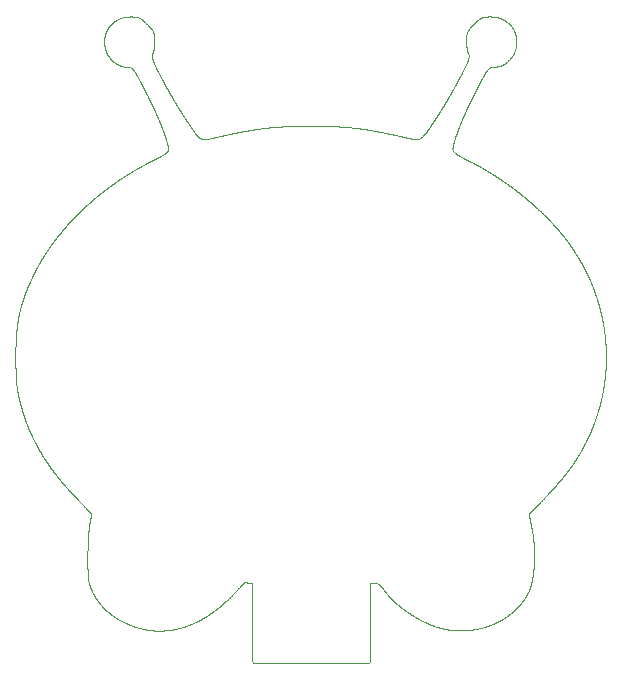
<source format=gm1>
G04 #@! TF.GenerationSoftware,KiCad,Pcbnew,(5.1.2)-1*
G04 #@! TF.CreationDate,2019-05-29T22:54:16+01:00*
G04 #@! TF.ProjectId,noname,6e6f6e61-6d65-42e6-9b69-6361645f7063,rev?*
G04 #@! TF.SameCoordinates,Original*
G04 #@! TF.FileFunction,Profile,NP*
%FSLAX46Y46*%
G04 Gerber Fmt 4.6, Leading zero omitted, Abs format (unit mm)*
G04 Created by KiCad (PCBNEW (5.1.2)-1) date 2019-05-29 22:54:16*
%MOMM*%
%LPD*%
G04 APERTURE LIST*
%ADD10C,0.100000*%
G04 APERTURE END LIST*
D10*
X-15229614Y26000077D02*
X-15255880Y25999939D01*
X-15255880Y25999939D02*
X-15282395Y25999568D01*
X-15282395Y25999568D02*
X-15308634Y25998960D01*
X-15308634Y25998960D02*
X-15335109Y25998113D01*
X-15335109Y25998113D02*
X-15361300Y25997028D01*
X-15361300Y25997028D02*
X-15387711Y25995679D01*
X-15387711Y25995679D02*
X-15414325Y25994065D01*
X-15414325Y25994065D02*
X-15440643Y25992239D01*
X-15440643Y25992239D02*
X-15467147Y25990149D01*
X-15467147Y25990149D02*
X-15493349Y25987821D01*
X-15493349Y25987821D02*
X-15519720Y25985228D01*
X-15519720Y25985228D02*
X-15545784Y25982405D01*
X-15545784Y25982405D02*
X-15572001Y25979306D01*
X-15572001Y25979306D02*
X-15598362Y25975928D01*
X-15598362Y25975928D02*
X-15624399Y25972327D01*
X-15624399Y25972327D02*
X-15650564Y25968443D01*
X-15650564Y25968443D02*
X-15676840Y25964270D01*
X-15676840Y25964270D02*
X-15702782Y25959878D01*
X-15702782Y25959878D02*
X-15728820Y25955198D01*
X-15728820Y25955198D02*
X-15754940Y25950221D01*
X-15754940Y25950221D02*
X-15780715Y25945032D01*
X-15780715Y25945032D02*
X-15806560Y25939550D01*
X-15806560Y25939550D02*
X-15832460Y25933769D01*
X-15832460Y25933769D02*
X-15858003Y25927781D01*
X-15858003Y25927781D02*
X-15883588Y25921498D01*
X-15883588Y25921498D02*
X-15909202Y25914912D01*
X-15909202Y25914912D02*
X-15934832Y25908025D01*
X-15934832Y25908025D02*
X-15960468Y25900834D01*
X-15960468Y25900834D02*
X-15985725Y25893446D01*
X-15985725Y25893446D02*
X-16010974Y25885760D01*
X-16010974Y25885760D02*
X-16036202Y25877770D01*
X-16036202Y25877770D02*
X-16061398Y25869478D01*
X-16061398Y25869478D02*
X-16086550Y25860882D01*
X-16086550Y25860882D02*
X-16111304Y25852105D01*
X-16111304Y25852105D02*
X-16136342Y25842906D01*
X-16136342Y25842906D02*
X-16160969Y25833532D01*
X-16160969Y25833532D02*
X-16185520Y25823861D01*
X-16185520Y25823861D02*
X-16209983Y25813892D01*
X-16209983Y25813892D02*
X-16234351Y25803628D01*
X-16234351Y25803628D02*
X-16258611Y25793071D01*
X-16258611Y25793071D02*
X-16282752Y25782224D01*
X-16282752Y25782224D02*
X-16306765Y25771085D01*
X-16306765Y25771085D02*
X-16330641Y25759660D01*
X-16330641Y25759660D02*
X-16354372Y25747949D01*
X-16354372Y25747949D02*
X-16377946Y25735958D01*
X-16377946Y25735958D02*
X-16401356Y25723687D01*
X-16401356Y25723687D02*
X-16424592Y25711141D01*
X-16424592Y25711141D02*
X-16447648Y25698324D01*
X-16447648Y25698324D02*
X-16470775Y25685087D01*
X-16470775Y25685087D02*
X-16493439Y25671739D01*
X-16493439Y25671739D02*
X-16516148Y25657978D01*
X-16516148Y25657978D02*
X-16538389Y25644116D01*
X-16538389Y25644116D02*
X-16560651Y25629850D01*
X-16560651Y25629850D02*
X-16582913Y25615181D01*
X-16582913Y25615181D02*
X-16604694Y25600428D01*
X-16604694Y25600428D02*
X-16626451Y25585281D01*
X-16626451Y25585281D02*
X-16647943Y25569903D01*
X-16647943Y25569903D02*
X-16669165Y25554304D01*
X-16669165Y25554304D02*
X-16690324Y25538325D01*
X-16690324Y25538325D02*
X-16711398Y25521974D01*
X-16711398Y25521974D02*
X-16731969Y25505580D01*
X-16731969Y25505580D02*
X-16752440Y25488827D01*
X-16752440Y25488827D02*
X-16772789Y25471722D01*
X-16772789Y25471722D02*
X-16792630Y25454595D01*
X-16792630Y25454595D02*
X-16812336Y25437130D01*
X-16812336Y25437130D02*
X-16831889Y25419334D01*
X-16831889Y25419334D02*
X-16851275Y25401216D01*
X-16851275Y25401216D02*
X-16870476Y25382785D01*
X-16870476Y25382785D02*
X-16889153Y25364372D01*
X-16889153Y25364372D02*
X-16907637Y25345664D01*
X-16907637Y25345664D02*
X-16925911Y25326669D01*
X-16925911Y25326669D02*
X-16943964Y25307400D01*
X-16943964Y25307400D02*
X-16961784Y25287863D01*
X-16961784Y25287863D02*
X-16979357Y25268069D01*
X-16979357Y25268069D02*
X-16996674Y25248032D01*
X-16996674Y25248032D02*
X-17013721Y25227763D01*
X-17013721Y25227763D02*
X-17030491Y25207271D01*
X-17030491Y25207271D02*
X-17046971Y25186570D01*
X-17046971Y25186570D02*
X-17063156Y25165670D01*
X-17063156Y25165670D02*
X-17079036Y25144588D01*
X-17079036Y25144588D02*
X-17094607Y25123334D01*
X-17094607Y25123334D02*
X-17109860Y25101922D01*
X-17109860Y25101922D02*
X-17124997Y25080056D01*
X-17124997Y25080056D02*
X-17139790Y25058064D01*
X-17139790Y25058064D02*
X-17154233Y25035956D01*
X-17154233Y25035956D02*
X-17168510Y25013450D01*
X-17168510Y25013450D02*
X-17182240Y24991159D01*
X-17182240Y24991159D02*
X-17195781Y24968503D01*
X-17195781Y24968503D02*
X-17209116Y24945505D01*
X-17209116Y24945505D02*
X-17222065Y24922473D01*
X-17222065Y24922473D02*
X-17234627Y24899423D01*
X-17234627Y24899423D02*
X-17246949Y24876089D01*
X-17246949Y24876089D02*
X-17259011Y24852494D01*
X-17259011Y24852494D02*
X-17270801Y24828665D01*
X-17270801Y24828665D02*
X-17282302Y24804628D01*
X-17282302Y24804628D02*
X-17293380Y24780670D01*
X-17293380Y24780670D02*
X-17304157Y24756545D01*
X-17304157Y24756545D02*
X-17314513Y24732534D01*
X-17314513Y24732534D02*
X-17324660Y24708148D01*
X-17324660Y24708148D02*
X-17334576Y24683425D01*
X-17334576Y24683425D02*
X-17344143Y24658644D01*
X-17344143Y24658644D02*
X-17353359Y24633834D01*
X-17353359Y24633834D02*
X-17362217Y24609019D01*
X-17362217Y24609019D02*
X-17370718Y24584225D01*
X-17370718Y24584225D02*
X-17379005Y24559026D01*
X-17379005Y24559026D02*
X-17386916Y24533914D01*
X-17386916Y24533914D02*
X-17394578Y24508482D01*
X-17394578Y24508482D02*
X-17401852Y24483209D01*
X-17401852Y24483209D02*
X-17408853Y24457701D01*
X-17408853Y24457701D02*
X-17415562Y24432012D01*
X-17415562Y24432012D02*
X-17421968Y24406197D01*
X-17421968Y24406197D02*
X-17428056Y24380305D01*
X-17428056Y24380305D02*
X-17433816Y24354389D01*
X-17433816Y24354389D02*
X-17439243Y24328497D01*
X-17439243Y24328497D02*
X-17444333Y24302681D01*
X-17444333Y24302681D02*
X-17449085Y24276990D01*
X-17449085Y24276990D02*
X-17453607Y24250813D01*
X-17453607Y24250813D02*
X-17457771Y24224894D01*
X-17457771Y24224894D02*
X-17461674Y24198666D01*
X-17461674Y24198666D02*
X-17465251Y24172533D01*
X-17465251Y24172533D02*
X-17468503Y24146567D01*
X-17468503Y24146567D02*
X-17471461Y24120563D01*
X-17471461Y24120563D02*
X-17474165Y24094108D01*
X-17474165Y24094108D02*
X-17476546Y24067861D01*
X-17476546Y24067861D02*
X-17478636Y24041445D01*
X-17478636Y24041445D02*
X-17480436Y24015016D01*
X-17480436Y24015016D02*
X-17481944Y23988730D01*
X-17481944Y23988730D02*
X-17483161Y23962329D01*
X-17483161Y23962329D02*
X-17484087Y23936022D01*
X-17484087Y23936022D02*
X-17484722Y23909654D01*
X-17484722Y23909654D02*
X-17485092Y23883484D01*
X-17485092Y23883484D02*
X-17485178Y23856839D01*
X-17485178Y23856839D02*
X-17484983Y23830444D01*
X-17484983Y23830444D02*
X-17484507Y23804129D01*
X-17484507Y23804129D02*
X-17483766Y23777659D01*
X-17483766Y23777659D02*
X-17482761Y23751259D01*
X-17482761Y23751259D02*
X-17481464Y23724925D01*
X-17481464Y23724925D02*
X-17479903Y23698649D01*
X-17479903Y23698649D02*
X-17478077Y23672120D01*
X-17478077Y23672120D02*
X-17476014Y23646014D01*
X-17476014Y23646014D02*
X-17473659Y23619614D01*
X-17473659Y23619614D02*
X-17471066Y23593436D01*
X-17471066Y23593436D02*
X-17468208Y23567176D01*
X-17468208Y23567176D02*
X-17465063Y23541136D01*
X-17465063Y23541136D02*
X-17461536Y23515037D01*
X-17461536Y23515037D02*
X-17457630Y23488894D01*
X-17457630Y23488894D02*
X-17453402Y23463054D01*
X-17453402Y23463054D02*
X-17448804Y23437183D01*
X-17448804Y23437183D02*
X-17443835Y23411291D01*
X-17443835Y23411291D02*
X-17438567Y23385717D01*
X-17438567Y23385717D02*
X-17432865Y23359814D01*
X-17432865Y23359814D02*
X-17426875Y23334242D01*
X-17426875Y23334242D02*
X-17420531Y23308686D01*
X-17420531Y23308686D02*
X-17413831Y23283156D01*
X-17413831Y23283156D02*
X-17406870Y23257971D01*
X-17406870Y23257971D02*
X-17399478Y23232523D01*
X-17399478Y23232523D02*
X-17391836Y23207432D01*
X-17391836Y23207432D02*
X-17383764Y23182109D01*
X-17383764Y23182109D02*
X-17375456Y23157154D01*
X-17375456Y23157154D02*
X-17366823Y23132280D01*
X-17366823Y23132280D02*
X-17357869Y23107497D01*
X-17357869Y23107497D02*
X-17348707Y23083092D01*
X-17348707Y23083092D02*
X-17339131Y23058514D01*
X-17339131Y23058514D02*
X-17329363Y23034326D01*
X-17329363Y23034326D02*
X-17319187Y23009995D01*
X-17319187Y23009995D02*
X-17308834Y22986061D01*
X-17308834Y22986061D02*
X-17298081Y22962010D01*
X-17298081Y22962010D02*
X-17286932Y22937864D01*
X-17286932Y22937864D02*
X-17275626Y22914139D01*
X-17275626Y22914139D02*
X-17263934Y22890345D01*
X-17263934Y22890345D02*
X-17252105Y22866977D01*
X-17252105Y22866977D02*
X-17239902Y22843564D01*
X-17239902Y22843564D02*
X-17227578Y22820585D01*
X-17227578Y22820585D02*
X-17214894Y22797585D01*
X-17214894Y22797585D02*
X-17201855Y22774585D01*
X-17201855Y22774585D02*
X-17188721Y22752034D01*
X-17188721Y22752034D02*
X-17175246Y22729505D01*
X-17175246Y22729505D02*
X-17161437Y22707015D01*
X-17161437Y22707015D02*
X-17147301Y22684584D01*
X-17147301Y22684584D02*
X-17133106Y22662626D01*
X-17133106Y22662626D02*
X-17118601Y22640745D01*
X-17118601Y22640745D02*
X-17103795Y22618959D01*
X-17103795Y22618959D02*
X-17088698Y22597287D01*
X-17088698Y22597287D02*
X-17073318Y22575745D01*
X-17073318Y22575745D02*
X-17057662Y22554348D01*
X-17057662Y22554348D02*
X-17042007Y22533459D01*
X-17042007Y22533459D02*
X-17025836Y22512391D01*
X-17025836Y22512391D02*
X-17009686Y22491843D01*
X-17009686Y22491843D02*
X-16993043Y22471163D01*
X-16993043Y22471163D02*
X-16976443Y22451018D01*
X-16976443Y22451018D02*
X-16959375Y22430782D01*
X-16959375Y22430782D02*
X-16942111Y22410793D01*
X-16942111Y22410793D02*
X-16924667Y22391061D01*
X-16924667Y22391061D02*
X-16907054Y22371598D01*
X-16907054Y22371598D02*
X-16889284Y22352416D01*
X-16889284Y22352416D02*
X-16871118Y22333257D01*
X-16871118Y22333257D02*
X-16852825Y22314413D01*
X-16852825Y22314413D02*
X-16834420Y22295893D01*
X-16834420Y22295893D02*
X-16815667Y22277462D01*
X-16815667Y22277462D02*
X-16796587Y22259153D01*
X-16796587Y22259153D02*
X-16777204Y22240992D01*
X-16777204Y22240992D02*
X-16757776Y22223225D01*
X-16757776Y22223225D02*
X-16738321Y22205858D01*
X-16738321Y22205858D02*
X-16718615Y22188689D01*
X-16718615Y22188689D02*
X-16698681Y22171742D01*
X-16698681Y22171742D02*
X-16678544Y22155044D01*
X-16678544Y22155044D02*
X-16658226Y22138614D01*
X-16658226Y22138614D02*
X-16637528Y22122297D01*
X-16637528Y22122297D02*
X-16616486Y22106136D01*
X-16616486Y22106136D02*
X-16595348Y22090327D01*
X-16595348Y22090327D02*
X-16574142Y22074884D01*
X-16574142Y22074884D02*
X-16552470Y22059530D01*
X-16552470Y22059530D02*
X-16530792Y22044594D01*
X-16530792Y22044594D02*
X-16508731Y22029820D01*
X-16508731Y22029820D02*
X-16486731Y22015506D01*
X-16486731Y22015506D02*
X-16464430Y22001419D01*
X-16464430Y22001419D02*
X-16441874Y21987600D01*
X-16441874Y21987600D02*
X-16419117Y21974085D01*
X-16419117Y21974085D02*
X-16396207Y21960906D01*
X-16396207Y21960906D02*
X-16373193Y21948098D01*
X-16373193Y21948098D02*
X-16350127Y21935684D01*
X-16350127Y21935684D02*
X-16326722Y21923518D01*
X-16326722Y21923518D02*
X-16303060Y21911654D01*
X-16303060Y21911654D02*
X-16279525Y21900285D01*
X-16279525Y21900285D02*
X-16255565Y21889146D01*
X-16255565Y21889146D02*
X-16231284Y21878303D01*
X-16231284Y21878303D02*
X-16207067Y21867934D01*
X-16207067Y21867934D02*
X-16182714Y21857952D01*
X-16182714Y21857952D02*
X-16158074Y21848302D01*
X-16158074Y21848302D02*
X-16133520Y21839137D01*
X-16133520Y21839137D02*
X-16108681Y21830319D01*
X-16108681Y21830319D02*
X-16083715Y21821913D01*
X-16083715Y21821913D02*
X-16058773Y21813973D01*
X-16058773Y21813973D02*
X-16033603Y21806424D01*
X-16033603Y21806424D02*
X-16008039Y21799233D01*
X-16008039Y21799233D02*
X-15982705Y21792578D01*
X-15982705Y21792578D02*
X-15957133Y21786337D01*
X-15957133Y21786337D02*
X-15931635Y21780590D01*
X-15931635Y21780590D02*
X-15905952Y21775285D01*
X-15905952Y21775285D02*
X-15879989Y21770414D01*
X-15879989Y21770414D02*
X-15853821Y21766006D01*
X-15853821Y21766006D02*
X-15827673Y21762109D01*
X-15827673Y21762109D02*
X-15801545Y21758722D01*
X-15801545Y21758722D02*
X-15775126Y21755815D01*
X-15775126Y21755815D02*
X-15749033Y21753460D01*
X-15749033Y21753460D02*
X-15722795Y21751608D01*
X-15722795Y21751608D02*
X-15696339Y21750258D01*
X-15696339Y21750258D02*
X-15670182Y21749465D01*
X-15670182Y21749465D02*
X-15644023Y21749200D01*
X-15644023Y21749200D02*
X-15617550Y21749162D01*
X-15617550Y21749162D02*
X-15591171Y21749008D01*
X-15591171Y21749008D02*
X-15564600Y21748664D01*
X-15564600Y21748664D02*
X-15538284Y21748055D01*
X-15538284Y21748055D02*
X-15511948Y21747076D01*
X-15511948Y21747076D02*
X-15485368Y21745621D01*
X-15485368Y21745621D02*
X-15458946Y21743557D01*
X-15458946Y21743557D02*
X-15432729Y21740766D01*
X-15432729Y21740766D02*
X-15406749Y21737117D01*
X-15406749Y21737117D02*
X-15381027Y21732474D01*
X-15381027Y21732474D02*
X-15355090Y21726576D01*
X-15355090Y21726576D02*
X-15329446Y21719369D01*
X-15329446Y21719369D02*
X-15304507Y21710876D01*
X-15304507Y21710876D02*
X-15280186Y21701028D01*
X-15280186Y21701028D02*
X-15256400Y21689770D01*
X-15256400Y21689770D02*
X-15233072Y21677059D01*
X-15233072Y21677059D02*
X-15210503Y21663105D01*
X-15210503Y21663105D02*
X-15188960Y21648215D01*
X-15188960Y21648215D02*
X-15167976Y21632202D01*
X-15167976Y21632202D02*
X-15147828Y21615417D01*
X-15147828Y21615417D02*
X-15128096Y21597639D01*
X-15128096Y21597639D02*
X-15109061Y21579259D01*
X-15109061Y21579259D02*
X-15090670Y21560373D01*
X-15090670Y21560373D02*
X-15072874Y21541074D01*
X-15072874Y21541074D02*
X-15055634Y21521450D01*
X-15055634Y21521450D02*
X-15038600Y21501194D01*
X-15038600Y21501194D02*
X-15022069Y21480749D01*
X-15022069Y21480749D02*
X-15005707Y21459784D01*
X-15005707Y21459784D02*
X-14989808Y21438755D01*
X-14989808Y21438755D02*
X-14974053Y21417302D01*
X-14974053Y21417302D02*
X-14958736Y21395895D01*
X-14958736Y21395895D02*
X-14943546Y21374154D01*
X-14943546Y21374154D02*
X-14928777Y21352553D01*
X-14928777Y21352553D02*
X-14914122Y21330696D01*
X-14914122Y21330696D02*
X-14899583Y21308614D01*
X-14899583Y21308614D02*
X-14885155Y21286336D01*
X-14885155Y21286336D02*
X-14870841Y21263891D01*
X-14870841Y21263891D02*
X-14856927Y21241767D01*
X-14856927Y21241767D02*
X-14843121Y21219531D01*
X-14843121Y21219531D02*
X-14829426Y21197211D01*
X-14829426Y21197211D02*
X-14815842Y21174830D01*
X-14815842Y21174830D02*
X-14802372Y21152409D01*
X-14802372Y21152409D02*
X-14788879Y21129737D01*
X-14788879Y21129737D02*
X-14775369Y21106835D01*
X-14775369Y21106835D02*
X-14761984Y21083956D01*
X-14761984Y21083956D02*
X-14748725Y21061120D01*
X-14748725Y21061120D02*
X-14735594Y21038342D01*
X-14735594Y21038342D02*
X-14722595Y21015641D01*
X-14722595Y21015641D02*
X-14709469Y20992577D01*
X-14709469Y20992577D02*
X-14696483Y20969627D01*
X-14696483Y20969627D02*
X-14683641Y20946807D01*
X-14683641Y20946807D02*
X-14670692Y20923682D01*
X-14670692Y20923682D02*
X-14657897Y20900722D01*
X-14657897Y20900722D02*
X-14645011Y20877497D01*
X-14645011Y20877497D02*
X-14632290Y20854467D01*
X-14632290Y20854467D02*
X-14619495Y20831216D01*
X-14619495Y20831216D02*
X-14606872Y20808192D01*
X-14606872Y20808192D02*
X-14594193Y20784982D01*
X-14594193Y20784982D02*
X-14581466Y20761614D01*
X-14581466Y20761614D02*
X-14568930Y20738527D01*
X-14568930Y20738527D02*
X-14556365Y20715318D01*
X-14556365Y20715318D02*
X-14543782Y20692010D01*
X-14543782Y20692010D02*
X-14531193Y20668632D01*
X-14531193Y20668632D02*
X-14518609Y20645206D01*
X-14518609Y20645206D02*
X-14506251Y20622145D01*
X-14506251Y20622145D02*
X-14493709Y20598695D01*
X-14493709Y20598695D02*
X-14481406Y20575644D01*
X-14481406Y20575644D02*
X-14468952Y20552265D01*
X-14468952Y20552265D02*
X-14456559Y20528961D01*
X-14456559Y20528961D02*
X-14444240Y20505757D01*
X-14444240Y20505757D02*
X-14431823Y20482331D01*
X-14431823Y20482331D02*
X-14419510Y20459063D01*
X-14419510Y20459063D02*
X-14407310Y20435981D01*
X-14407310Y20435981D02*
X-14395065Y20412780D01*
X-14395065Y20412780D02*
X-14382796Y20389504D01*
X-14382796Y20389504D02*
X-14370525Y20366197D01*
X-14370525Y20366197D02*
X-14358275Y20342906D01*
X-14358275Y20342906D02*
X-14346067Y20319673D01*
X-14346067Y20319673D02*
X-14333925Y20296540D01*
X-14333925Y20296540D02*
X-14321582Y20273000D01*
X-14321582Y20273000D02*
X-14309364Y20249677D01*
X-14309364Y20249677D02*
X-14297021Y20226098D01*
X-14297021Y20226098D02*
X-14284861Y20202851D01*
X-14284861Y20202851D02*
X-14272653Y20179494D01*
X-14272653Y20179494D02*
X-14260442Y20156115D01*
X-14260442Y20156115D02*
X-14248274Y20132806D01*
X-14248274Y20132806D02*
X-14235971Y20109223D01*
X-14235971Y20109223D02*
X-14223816Y20085914D01*
X-14223816Y20085914D02*
X-14211650Y20062569D01*
X-14211650Y20062569D02*
X-14199540Y20039323D01*
X-14199540Y20039323D02*
X-14187375Y20015955D01*
X-14187375Y20015955D02*
X-14175244Y19992648D01*
X-14175244Y19992648D02*
X-14163081Y19969269D01*
X-14163081Y19969269D02*
X-14151000Y19946042D01*
X-14151000Y19946042D02*
X-14138702Y19922388D01*
X-14138702Y19922388D02*
X-14126637Y19899176D01*
X-14126637Y19899176D02*
X-14114466Y19875752D01*
X-14114466Y19875752D02*
X-14102221Y19852181D01*
X-14102221Y19852181D02*
X-14090003Y19828656D01*
X-14090003Y19828656D02*
X-14077811Y19805180D01*
X-14077811Y19805180D02*
X-14065645Y19781749D01*
X-14065645Y19781749D02*
X-14053480Y19758312D01*
X-14053480Y19758312D02*
X-14041269Y19734785D01*
X-14041269Y19734785D02*
X-14029122Y19711377D01*
X-14029122Y19711377D02*
X-14017026Y19688065D01*
X-14017026Y19688065D02*
X-14004839Y19664575D01*
X-14004839Y19664575D02*
X-13992655Y19641064D01*
X-13992655Y19641064D02*
X-13980532Y19617622D01*
X-13980532Y19617622D02*
X-13968469Y19594252D01*
X-13968469Y19594252D02*
X-13956468Y19570950D01*
X-13956468Y19570950D02*
X-13944342Y19547357D01*
X-13944342Y19547357D02*
X-13932280Y19523838D01*
X-13932280Y19523838D02*
X-13920278Y19500393D01*
X-13920278Y19500393D02*
X-13908157Y19476663D01*
X-13908157Y19476663D02*
X-13896100Y19453012D01*
X-13896100Y19453012D02*
X-13884109Y19429437D01*
X-13884109Y19429437D02*
X-13872182Y19405942D01*
X-13872182Y19405942D02*
X-13860321Y19382527D01*
X-13860321Y19382527D02*
X-13848343Y19358836D01*
X-13848343Y19358836D02*
X-13836432Y19335230D01*
X-13836432Y19335230D02*
X-13824586Y19311706D01*
X-13824586Y19311706D02*
X-13812632Y19287914D01*
X-13812632Y19287914D02*
X-13800745Y19264210D01*
X-13800745Y19264210D02*
X-13788923Y19240594D01*
X-13788923Y19240594D02*
X-13777170Y19217062D01*
X-13777170Y19217062D02*
X-13765484Y19193619D01*
X-13765484Y19193619D02*
X-13753694Y19169921D01*
X-13753694Y19169921D02*
X-13741973Y19146312D01*
X-13741973Y19146312D02*
X-13730151Y19122454D01*
X-13730151Y19122454D02*
X-13718398Y19098690D01*
X-13718398Y19098690D02*
X-13706717Y19075020D01*
X-13706717Y19075020D02*
X-13695104Y19051446D01*
X-13695104Y19051446D02*
X-13683397Y19027630D01*
X-13683397Y19027630D02*
X-13671760Y19003913D01*
X-13671760Y19003913D02*
X-13660031Y18979963D01*
X-13660031Y18979963D02*
X-13648376Y18956114D01*
X-13648376Y18956114D02*
X-13636793Y18932365D01*
X-13636793Y18932365D02*
X-13625283Y18908719D01*
X-13625283Y18908719D02*
X-13613846Y18885174D01*
X-13613846Y18885174D02*
X-13602323Y18861406D01*
X-13602323Y18861406D02*
X-13590716Y18837419D01*
X-13590716Y18837419D02*
X-13579185Y18813540D01*
X-13579185Y18813540D02*
X-13567729Y18789770D01*
X-13567729Y18789770D02*
X-13556346Y18766111D01*
X-13556346Y18766111D02*
X-13544887Y18742243D01*
X-13544887Y18742243D02*
X-13533505Y18718486D01*
X-13533505Y18718486D02*
X-13522048Y18694525D01*
X-13522048Y18694525D02*
X-13510669Y18670681D01*
X-13510669Y18670681D02*
X-13499366Y18646951D01*
X-13499366Y18646951D02*
X-13487991Y18623027D01*
X-13487991Y18623027D02*
X-13476551Y18598913D01*
X-13476551Y18598913D02*
X-13465189Y18574920D01*
X-13465189Y18574920D02*
X-13453908Y18551050D01*
X-13453908Y18551050D02*
X-13442708Y18527301D01*
X-13442708Y18527301D02*
X-13431444Y18503369D01*
X-13431444Y18503369D02*
X-13420120Y18479263D01*
X-13420120Y18479263D02*
X-13408878Y18455284D01*
X-13408878Y18455284D02*
X-13397718Y18431432D01*
X-13397718Y18431432D02*
X-13386640Y18407709D01*
X-13386640Y18407709D02*
X-13375369Y18383524D01*
X-13375369Y18383524D02*
X-13364182Y18359473D01*
X-13364182Y18359473D02*
X-13353080Y18335557D01*
X-13353080Y18335557D02*
X-13342063Y18311774D01*
X-13342063Y18311774D02*
X-13330863Y18287549D01*
X-13330863Y18287549D02*
X-13319751Y18263464D01*
X-13319751Y18263464D02*
X-13308725Y18239519D01*
X-13308725Y18239519D02*
X-13297788Y18215714D01*
X-13297788Y18215714D02*
X-13286678Y18191486D01*
X-13286678Y18191486D02*
X-13275658Y18167404D01*
X-13275658Y18167404D02*
X-13264728Y18143470D01*
X-13264728Y18143470D02*
X-13253761Y18119403D01*
X-13253761Y18119403D02*
X-13242757Y18095212D01*
X-13242757Y18095212D02*
X-13231845Y18071172D01*
X-13231845Y18071172D02*
X-13221024Y18047283D01*
X-13221024Y18047283D02*
X-13210052Y18023008D01*
X-13210052Y18023008D02*
X-13199172Y17998888D01*
X-13199172Y17998888D02*
X-13188388Y17974927D01*
X-13188388Y17974927D02*
X-13177458Y17950594D01*
X-13177458Y17950594D02*
X-13166623Y17926424D01*
X-13166623Y17926424D02*
X-13155886Y17902418D01*
X-13155886Y17902418D02*
X-13145012Y17878058D01*
X-13145012Y17878058D02*
X-13134238Y17853865D01*
X-13134238Y17853865D02*
X-13123562Y17829841D01*
X-13123562Y17829841D02*
X-13112759Y17805478D01*
X-13112759Y17805478D02*
X-13102057Y17781290D01*
X-13102057Y17781290D02*
X-13091455Y17757276D01*
X-13091455Y17757276D02*
X-13080731Y17732940D01*
X-13080731Y17732940D02*
X-13070111Y17708783D01*
X-13070111Y17708783D02*
X-13059594Y17684807D01*
X-13059594Y17684807D02*
X-13048965Y17660523D01*
X-13048965Y17660523D02*
X-13038440Y17636425D01*
X-13038440Y17636425D02*
X-13027812Y17612033D01*
X-13027812Y17612033D02*
X-13017289Y17587831D01*
X-13017289Y17587831D02*
X-13006873Y17563821D01*
X-13006873Y17563821D02*
X-12996361Y17539532D01*
X-12996361Y17539532D02*
X-12985958Y17515439D01*
X-12985958Y17515439D02*
X-12975464Y17491081D01*
X-12975464Y17491081D02*
X-12965082Y17466925D01*
X-12965082Y17466925D02*
X-12954618Y17442517D01*
X-12954618Y17442517D02*
X-12944264Y17418316D01*
X-12944264Y17418316D02*
X-12933835Y17393876D01*
X-12933835Y17393876D02*
X-12923521Y17369648D01*
X-12923521Y17369648D02*
X-12913136Y17345193D01*
X-12913136Y17345193D02*
X-12902868Y17320957D01*
X-12902868Y17320957D02*
X-12892536Y17296507D01*
X-12892536Y17296507D02*
X-12882323Y17272279D01*
X-12882323Y17272279D02*
X-12872052Y17247850D01*
X-12872052Y17247850D02*
X-12861902Y17223648D01*
X-12861902Y17223648D02*
X-12851700Y17199259D01*
X-12851700Y17199259D02*
X-12841450Y17174695D01*
X-12841450Y17174695D02*
X-12831324Y17150367D01*
X-12831324Y17150367D02*
X-12821157Y17125874D01*
X-12821157Y17125874D02*
X-12810952Y17101228D01*
X-12810952Y17101228D02*
X-12800876Y17076831D01*
X-12800876Y17076831D02*
X-12790772Y17052291D01*
X-12790772Y17052291D02*
X-12780641Y17027619D01*
X-12780641Y17027619D02*
X-12770642Y17003206D01*
X-12770642Y17003206D02*
X-12760622Y16978671D01*
X-12760622Y16978671D02*
X-12750587Y16954027D01*
X-12750587Y16954027D02*
X-12740689Y16929651D01*
X-12740689Y16929651D02*
X-12730780Y16905177D01*
X-12730780Y16905177D02*
X-12720864Y16880613D01*
X-12720864Y16880613D02*
X-12711087Y16856327D01*
X-12711087Y16856327D02*
X-12701168Y16831613D01*
X-12701168Y16831613D02*
X-12691394Y16807186D01*
X-12691394Y16807186D02*
X-12681626Y16782699D01*
X-12681626Y16782699D02*
X-12671868Y16758164D01*
X-12671868Y16758164D02*
X-12662126Y16733590D01*
X-12662126Y16733590D02*
X-12652403Y16708984D01*
X-12652403Y16708984D02*
X-12642703Y16684359D01*
X-12642703Y16684359D02*
X-12633030Y16659721D01*
X-12633030Y16659721D02*
X-12623388Y16635080D01*
X-12623388Y16635080D02*
X-12613781Y16610445D01*
X-12613781Y16610445D02*
X-12604214Y16585825D01*
X-12604214Y16585825D02*
X-12594689Y16561230D01*
X-12594689Y16561230D02*
X-12585093Y16536364D01*
X-12585093Y16536364D02*
X-12575666Y16511845D01*
X-12575666Y16511845D02*
X-12566178Y16487083D01*
X-12566178Y16487083D02*
X-12556750Y16462384D01*
X-12556750Y16462384D02*
X-12547387Y16437759D01*
X-12547387Y16437759D02*
X-12537984Y16412936D01*
X-12537984Y16412936D02*
X-12528654Y16388211D01*
X-12528654Y16388211D02*
X-12519402Y16363591D01*
X-12519402Y16363591D02*
X-12510128Y16338816D01*
X-12510128Y16338816D02*
X-12500844Y16313905D01*
X-12500844Y16313905D02*
X-12491652Y16289140D01*
X-12491652Y16289140D02*
X-12482556Y16264526D01*
X-12482556Y16264526D02*
X-12473465Y16239819D01*
X-12473465Y16239819D02*
X-12464387Y16215036D01*
X-12464387Y16215036D02*
X-12455330Y16190196D01*
X-12455330Y16190196D02*
X-12446303Y16165323D01*
X-12446303Y16165323D02*
X-12437312Y16140431D01*
X-12437312Y16140431D02*
X-12428367Y16115536D01*
X-12428367Y16115536D02*
X-12419471Y16090660D01*
X-12419471Y16090660D02*
X-12410634Y16065819D01*
X-12410634Y16065819D02*
X-12401863Y16041030D01*
X-12401863Y16041030D02*
X-12393164Y16016310D01*
X-12393164Y16016310D02*
X-12384398Y15991259D01*
X-12384398Y15991259D02*
X-12375723Y15966327D01*
X-12375723Y15966327D02*
X-12367145Y15941528D01*
X-12367145Y15941528D02*
X-12358535Y15916488D01*
X-12358535Y15916488D02*
X-12349912Y15891246D01*
X-12349912Y15891246D02*
X-12341417Y15866217D01*
X-12341417Y15866217D02*
X-12333053Y15841412D01*
X-12333053Y15841412D02*
X-12324706Y15816488D01*
X-12324706Y15816488D02*
X-12316390Y15791485D01*
X-12316390Y15791485D02*
X-12308122Y15766440D01*
X-12308122Y15766440D02*
X-12299914Y15741389D01*
X-12299914Y15741389D02*
X-12291781Y15716365D01*
X-12291781Y15716365D02*
X-12283732Y15691404D01*
X-12283732Y15691404D02*
X-12275686Y15666237D01*
X-12275686Y15666237D02*
X-12267664Y15640924D01*
X-12267664Y15640924D02*
X-12259777Y15615805D01*
X-12259777Y15615805D02*
X-12251861Y15590357D01*
X-12251861Y15590357D02*
X-12244111Y15565195D01*
X-12244111Y15565195D02*
X-12236380Y15539830D01*
X-12236380Y15539830D02*
X-12228696Y15514334D01*
X-12228696Y15514334D02*
X-12221227Y15489265D01*
X-12221227Y15489265D02*
X-12213705Y15463717D01*
X-12213705Y15463717D02*
X-12206305Y15438256D01*
X-12206305Y15438256D02*
X-12199047Y15412949D01*
X-12199047Y15412949D02*
X-12191837Y15387448D01*
X-12191837Y15387448D02*
X-12184820Y15362254D01*
X-12184820Y15362254D02*
X-12177809Y15336677D01*
X-12177809Y15336677D02*
X-12170948Y15311224D01*
X-12170948Y15311224D02*
X-12164180Y15285655D01*
X-12164180Y15285655D02*
X-12157550Y15260107D01*
X-12157550Y15260107D02*
X-12151020Y15234410D01*
X-12151020Y15234410D02*
X-12144643Y15208743D01*
X-12144643Y15208743D02*
X-12138468Y15183269D01*
X-12138468Y15183269D02*
X-12132359Y15157382D01*
X-12132359Y15157382D02*
X-12126506Y15131845D01*
X-12126506Y15131845D02*
X-12120762Y15105958D01*
X-12120762Y15105958D02*
X-12115222Y15080068D01*
X-12115222Y15080068D02*
X-12109893Y15054134D01*
X-12109893Y15054134D02*
X-12104805Y15028207D01*
X-12104805Y15028207D02*
X-12099947Y15002125D01*
X-12099947Y15002125D02*
X-12095402Y14976198D01*
X-12095402Y14976198D02*
X-12091137Y14950081D01*
X-12091137Y14950081D02*
X-12087205Y14923835D01*
X-12087205Y14923835D02*
X-12083660Y14897524D01*
X-12083660Y14897524D02*
X-12080585Y14871442D01*
X-12080585Y14871442D02*
X-12077992Y14845153D01*
X-12077992Y14845153D02*
X-12076008Y14819001D01*
X-12076008Y14819001D02*
X-12074685Y14792593D01*
X-12074685Y14792593D02*
X-12074209Y14766159D01*
X-12074209Y14766159D02*
X-12076008Y14740002D01*
X-12076008Y14740002D02*
X-12081125Y14714374D01*
X-12081125Y14714374D02*
X-12089226Y14689258D01*
X-12089226Y14689258D02*
X-12099693Y14665241D01*
X-12099693Y14665241D02*
X-12112065Y14642281D01*
X-12112065Y14642281D02*
X-12125945Y14620336D01*
X-12125945Y14620336D02*
X-12141209Y14599082D01*
X-12141209Y14599082D02*
X-12157616Y14578503D01*
X-12157616Y14578503D02*
X-12174703Y14558852D01*
X-12174703Y14558852D02*
X-12192501Y14539832D01*
X-12192501Y14539832D02*
X-12210853Y14521424D01*
X-12210853Y14521424D02*
X-12229897Y14503353D01*
X-12229897Y14503353D02*
X-12249241Y14485878D01*
X-12249241Y14485878D02*
X-12269069Y14468730D01*
X-12269069Y14468730D02*
X-12288997Y14452157D01*
X-12288997Y14452157D02*
X-12309241Y14435901D01*
X-12309241Y14435901D02*
X-12329733Y14419965D01*
X-12329733Y14419965D02*
X-12350410Y14404346D01*
X-12350410Y14404346D02*
X-12371529Y14388818D01*
X-12371529Y14388818D02*
X-12392725Y14373615D01*
X-12392725Y14373615D02*
X-12414262Y14358520D01*
X-12414262Y14358520D02*
X-12435778Y14343759D01*
X-12435778Y14343759D02*
X-12457542Y14329120D01*
X-12457542Y14329120D02*
X-12479511Y14314616D01*
X-12479511Y14314616D02*
X-12501331Y14300458D01*
X-12501331Y14300458D02*
X-12523577Y14286255D01*
X-12523577Y14286255D02*
X-12545598Y14272412D01*
X-12545598Y14272412D02*
X-12567956Y14258556D01*
X-12567956Y14258556D02*
X-12590308Y14244890D01*
X-12590308Y14244890D02*
X-12612615Y14231425D01*
X-12612615Y14231425D02*
X-12635125Y14218003D01*
X-12635125Y14218003D02*
X-12657784Y14204644D01*
X-12657784Y14204644D02*
X-12680544Y14191375D01*
X-12680544Y14191375D02*
X-12703351Y14178215D01*
X-12703351Y14178215D02*
X-12726153Y14165187D01*
X-12726153Y14165187D02*
X-12748899Y14152312D01*
X-12748899Y14152312D02*
X-12771539Y14139612D01*
X-12771539Y14139612D02*
X-12794510Y14126835D01*
X-12794510Y14126835D02*
X-12817251Y14114292D01*
X-12817251Y14114292D02*
X-12840169Y14101748D01*
X-12840169Y14101748D02*
X-12863175Y14089249D01*
X-12863175Y14089249D02*
X-12886178Y14076842D01*
X-12886178Y14076842D02*
X-12909088Y14064571D01*
X-12909088Y14064571D02*
X-12932210Y14052268D01*
X-12932210Y14052268D02*
X-12955406Y14040005D01*
X-12955406Y14040005D02*
X-12978544Y14027844D01*
X-12978544Y14027844D02*
X-13001830Y14015679D01*
X-13001830Y14015679D02*
X-13025081Y14003600D01*
X-13025081Y14003600D02*
X-13048127Y13991694D01*
X-13048127Y13991694D02*
X-13071357Y13979756D01*
X-13071357Y13979756D02*
X-13094500Y13967924D01*
X-13094500Y13967924D02*
X-13117776Y13956081D01*
X-13117776Y13956081D02*
X-13141260Y13944188D01*
X-13141260Y13944188D02*
X-13164493Y13932478D01*
X-13164493Y13932478D02*
X-13187761Y13920799D01*
X-13187761Y13920799D02*
X-13211372Y13908999D01*
X-13211372Y13908999D02*
X-13234923Y13897278D01*
X-13234923Y13897278D02*
X-13258232Y13885723D01*
X-13258232Y13885723D02*
X-13281706Y13874132D01*
X-13281706Y13874132D02*
X-13305130Y13862609D01*
X-13305130Y13862609D02*
X-13328527Y13851142D01*
X-13328527Y13851142D02*
X-13352170Y13839596D01*
X-13352170Y13839596D02*
X-13375763Y13828076D01*
X-13375763Y13828076D02*
X-13399303Y13816548D01*
X-13399303Y13816548D02*
X-13422790Y13805015D01*
X-13422790Y13805015D02*
X-13446626Y13793275D01*
X-13446626Y13793275D02*
X-13470407Y13781528D01*
X-13470407Y13781528D02*
X-13494135Y13769775D01*
X-13494135Y13769775D02*
X-13517807Y13758014D01*
X-13517807Y13758014D02*
X-13541424Y13746248D01*
X-13541424Y13746248D02*
X-13564985Y13734474D01*
X-13564985Y13734474D02*
X-13588493Y13722695D01*
X-13588493Y13722695D02*
X-13611946Y13710910D01*
X-13611946Y13710910D02*
X-13635740Y13698920D01*
X-13635740Y13698920D02*
X-13659478Y13686921D01*
X-13659478Y13686921D02*
X-13683161Y13674917D01*
X-13683161Y13674917D02*
X-13706786Y13662907D01*
X-13706786Y13662907D02*
X-13730355Y13650892D01*
X-13730355Y13650892D02*
X-13753868Y13638872D01*
X-13753868Y13638872D02*
X-13777326Y13626847D01*
X-13777326Y13626847D02*
X-13800729Y13614816D01*
X-13800729Y13614816D02*
X-13824076Y13602783D01*
X-13824076Y13602783D02*
X-13847367Y13590745D01*
X-13847367Y13590745D02*
X-13870602Y13578701D01*
X-13870602Y13578701D02*
X-13894169Y13566451D01*
X-13894169Y13566451D02*
X-13917677Y13554198D01*
X-13917677Y13554198D02*
X-13941130Y13541940D01*
X-13941130Y13541940D02*
X-13964524Y13529676D01*
X-13964524Y13529676D02*
X-13987863Y13517410D01*
X-13987863Y13517410D02*
X-14011144Y13505141D01*
X-14011144Y13505141D02*
X-14034369Y13492867D01*
X-14034369Y13492867D02*
X-14057917Y13480390D01*
X-14057917Y13480390D02*
X-14081407Y13467907D01*
X-14081407Y13467907D02*
X-14104838Y13455421D01*
X-14104838Y13455421D02*
X-14128214Y13442933D01*
X-14128214Y13442933D02*
X-14151532Y13430442D01*
X-14151532Y13430442D02*
X-14174791Y13417948D01*
X-14174791Y13417948D02*
X-14197993Y13405452D01*
X-14197993Y13405452D02*
X-14221136Y13392953D01*
X-14221136Y13392953D02*
X-14244223Y13380451D01*
X-14244223Y13380451D02*
X-14267253Y13367947D01*
X-14267253Y13367947D02*
X-14290597Y13355239D01*
X-14290597Y13355239D02*
X-14313880Y13342528D01*
X-14313880Y13342528D02*
X-14337105Y13329815D01*
X-14337105Y13329815D02*
X-14360272Y13317102D01*
X-14360272Y13317102D02*
X-14383381Y13304386D01*
X-14383381Y13304386D02*
X-14406431Y13291670D01*
X-14406431Y13291670D02*
X-14429424Y13278952D01*
X-14429424Y13278952D02*
X-14452720Y13266029D01*
X-14452720Y13266029D02*
X-14475959Y13253107D01*
X-14475959Y13253107D02*
X-14499136Y13240185D01*
X-14499136Y13240185D02*
X-14522255Y13227260D01*
X-14522255Y13227260D02*
X-14545314Y13214335D01*
X-14545314Y13214335D02*
X-14568314Y13201410D01*
X-14568314Y13201410D02*
X-14591256Y13188485D01*
X-14591256Y13188485D02*
X-14614137Y13175560D01*
X-14614137Y13175560D02*
X-14636960Y13162636D01*
X-14636960Y13162636D02*
X-14659725Y13149711D01*
X-14659725Y13149711D02*
X-14682783Y13136582D01*
X-14682783Y13136582D02*
X-14705784Y13123453D01*
X-14705784Y13123453D02*
X-14728723Y13110327D01*
X-14728723Y13110327D02*
X-14751601Y13097201D01*
X-14751601Y13097201D02*
X-14774419Y13084076D01*
X-14774419Y13084076D02*
X-14797528Y13070748D01*
X-14797528Y13070748D02*
X-14820576Y13057424D01*
X-14820576Y13057424D02*
X-14843563Y13044100D01*
X-14843563Y13044100D02*
X-14866489Y13030778D01*
X-14866489Y13030778D02*
X-14889351Y13017456D01*
X-14889351Y13017456D02*
X-14912153Y13004137D01*
X-14912153Y13004137D02*
X-14934894Y12990818D01*
X-14934894Y12990818D02*
X-14957574Y12977501D01*
X-14957574Y12977501D02*
X-14980194Y12964188D01*
X-14980194Y12964188D02*
X-15002752Y12950876D01*
X-15002752Y12950876D02*
X-15025593Y12937364D01*
X-15025593Y12937364D02*
X-15048371Y12923854D01*
X-15048371Y12923854D02*
X-15071088Y12910347D01*
X-15071088Y12910347D02*
X-15093742Y12896846D01*
X-15093742Y12896846D02*
X-15116335Y12883347D01*
X-15116335Y12883347D02*
X-15139203Y12869649D01*
X-15139203Y12869649D02*
X-15162007Y12855954D01*
X-15162007Y12855954D02*
X-15184748Y12842262D01*
X-15184748Y12842262D02*
X-15207428Y12828575D01*
X-15207428Y12828575D02*
X-15230045Y12814891D01*
X-15230045Y12814891D02*
X-15252598Y12801212D01*
X-15252598Y12801212D02*
X-15275090Y12787536D01*
X-15275090Y12787536D02*
X-15297519Y12773865D01*
X-15297519Y12773865D02*
X-15319887Y12760196D01*
X-15319887Y12760196D02*
X-15342519Y12746332D01*
X-15342519Y12746332D02*
X-15365088Y12732473D01*
X-15365088Y12732473D02*
X-15387594Y12718620D01*
X-15387594Y12718620D02*
X-15410036Y12704769D01*
X-15410036Y12704769D02*
X-15432414Y12690923D01*
X-15432414Y12690923D02*
X-15455054Y12676884D01*
X-15455054Y12676884D02*
X-15477629Y12662851D01*
X-15477629Y12662851D02*
X-15500139Y12648823D01*
X-15500139Y12648823D02*
X-15522587Y12634800D01*
X-15522587Y12634800D02*
X-15544968Y12620782D01*
X-15544968Y12620782D02*
X-15567285Y12606770D01*
X-15567285Y12606770D02*
X-15589540Y12592765D01*
X-15589540Y12592765D02*
X-15611730Y12578766D01*
X-15611730Y12578766D02*
X-15633857Y12564775D01*
X-15633857Y12564775D02*
X-15656236Y12550591D01*
X-15656236Y12550591D02*
X-15678548Y12536412D01*
X-15678548Y12536412D02*
X-15700797Y12522241D01*
X-15700797Y12522241D02*
X-15723294Y12507877D01*
X-15723294Y12507877D02*
X-15745726Y12493520D01*
X-15745726Y12493520D02*
X-15768088Y12479172D01*
X-15768088Y12479172D02*
X-15790385Y12464831D01*
X-15790385Y12464831D02*
X-15812618Y12450499D01*
X-15812618Y12450499D02*
X-15834784Y12436174D01*
X-15834784Y12436174D02*
X-15856885Y12421858D01*
X-15856885Y12421858D02*
X-15878920Y12407549D01*
X-15878920Y12407549D02*
X-15900891Y12393248D01*
X-15900891Y12393248D02*
X-15923100Y12378757D01*
X-15923100Y12378757D02*
X-15945243Y12364277D01*
X-15945243Y12364277D02*
X-15967320Y12349804D01*
X-15967320Y12349804D02*
X-15989330Y12335342D01*
X-15989330Y12335342D02*
X-16011574Y12320689D01*
X-16011574Y12320689D02*
X-16033751Y12306047D01*
X-16033751Y12306047D02*
X-16055860Y12291416D01*
X-16055860Y12291416D02*
X-16077902Y12276792D01*
X-16077902Y12276792D02*
X-16099878Y12262179D01*
X-16099878Y12262179D02*
X-16121786Y12247577D01*
X-16121786Y12247577D02*
X-16143627Y12232985D01*
X-16143627Y12232985D02*
X-16165402Y12218404D01*
X-16165402Y12218404D02*
X-16187403Y12203635D01*
X-16187403Y12203635D02*
X-16209337Y12188876D01*
X-16209337Y12188876D02*
X-16231202Y12174131D01*
X-16231202Y12174131D02*
X-16253289Y12159201D01*
X-16253289Y12159201D02*
X-16275308Y12144281D01*
X-16275308Y12144281D02*
X-16297258Y12129372D01*
X-16297258Y12129372D02*
X-16319139Y12114476D01*
X-16319139Y12114476D02*
X-16340951Y12099590D01*
X-16340951Y12099590D02*
X-16362694Y12084718D01*
X-16362694Y12084718D02*
X-16384372Y12069856D01*
X-16384372Y12069856D02*
X-16405980Y12055008D01*
X-16405980Y12055008D02*
X-16427803Y12039977D01*
X-16427803Y12039977D02*
X-16449557Y12024959D01*
X-16449557Y12024959D02*
X-16471242Y12009955D01*
X-16471242Y12009955D02*
X-16493139Y11994767D01*
X-16493139Y11994767D02*
X-16514965Y11979594D01*
X-16514965Y11979594D02*
X-16536721Y11964433D01*
X-16536721Y11964433D02*
X-16558407Y11949288D01*
X-16558407Y11949288D02*
X-16580023Y11934157D01*
X-16580023Y11934157D02*
X-16601568Y11919038D01*
X-16601568Y11919038D02*
X-16623044Y11903936D01*
X-16623044Y11903936D02*
X-16644452Y11888847D01*
X-16644452Y11888847D02*
X-16666063Y11873578D01*
X-16666063Y11873578D02*
X-16687603Y11858324D01*
X-16687603Y11858324D02*
X-16709343Y11842894D01*
X-16709343Y11842894D02*
X-16731013Y11827479D01*
X-16731013Y11827479D02*
X-16752611Y11812078D01*
X-16752611Y11812078D02*
X-16774137Y11796692D01*
X-16774137Y11796692D02*
X-16795592Y11781323D01*
X-16795592Y11781323D02*
X-16816976Y11765969D01*
X-16816976Y11765969D02*
X-16838288Y11750631D01*
X-16838288Y11750631D02*
X-16859529Y11735309D01*
X-16859529Y11735309D02*
X-16880963Y11719812D01*
X-16880963Y11719812D02*
X-16902325Y11704334D01*
X-16902325Y11704334D02*
X-16923878Y11688682D01*
X-16923878Y11688682D02*
X-16945357Y11673045D01*
X-16945357Y11673045D02*
X-16966765Y11657426D01*
X-16966765Y11657426D02*
X-16988098Y11641826D01*
X-16988098Y11641826D02*
X-17009360Y11626243D01*
X-17009360Y11626243D02*
X-17030548Y11610677D01*
X-17030548Y11610677D02*
X-17051664Y11595130D01*
X-17051664Y11595130D02*
X-17072966Y11579411D01*
X-17072966Y11579411D02*
X-17094193Y11563711D01*
X-17094193Y11563711D02*
X-17115603Y11547841D01*
X-17115603Y11547841D02*
X-17136937Y11531990D01*
X-17136937Y11531990D02*
X-17158196Y11516157D01*
X-17158196Y11516157D02*
X-17179381Y11500346D01*
X-17179381Y11500346D02*
X-17200492Y11484553D01*
X-17200492Y11484553D02*
X-17221529Y11468778D01*
X-17221529Y11468778D02*
X-17242492Y11453025D01*
X-17242492Y11453025D02*
X-17263632Y11437102D01*
X-17263632Y11437102D02*
X-17284696Y11421201D01*
X-17284696Y11421201D02*
X-17305931Y11405133D01*
X-17305931Y11405133D02*
X-17327093Y11389086D01*
X-17327093Y11389086D02*
X-17348177Y11373060D01*
X-17348177Y11373060D02*
X-17369185Y11357055D01*
X-17369185Y11357055D02*
X-17390119Y11341072D01*
X-17390119Y11341072D02*
X-17410976Y11325110D01*
X-17410976Y11325110D02*
X-17431759Y11309171D01*
X-17431759Y11309171D02*
X-17452709Y11293069D01*
X-17452709Y11293069D02*
X-17473823Y11276802D01*
X-17473823Y11276802D02*
X-17494860Y11260559D01*
X-17494860Y11260559D02*
X-17515817Y11244340D01*
X-17515817Y11244340D02*
X-17536698Y11228143D01*
X-17536698Y11228143D02*
X-17557502Y11211969D01*
X-17557502Y11211969D02*
X-17578232Y11195818D01*
X-17578232Y11195818D02*
X-17598886Y11179692D01*
X-17598886Y11179692D02*
X-17619695Y11163404D01*
X-17619695Y11163404D02*
X-17640661Y11146958D01*
X-17640661Y11146958D02*
X-17661547Y11130538D01*
X-17661547Y11130538D02*
X-17682357Y11114141D01*
X-17682357Y11114141D02*
X-17703087Y11097769D01*
X-17703087Y11097769D02*
X-17723740Y11081423D01*
X-17723740Y11081423D02*
X-17744314Y11065101D01*
X-17744314Y11065101D02*
X-17764811Y11048805D01*
X-17764811Y11048805D02*
X-17785684Y11032174D01*
X-17785684Y11032174D02*
X-17806478Y11015568D01*
X-17806478Y11015568D02*
X-17827192Y10998990D01*
X-17827192Y10998990D02*
X-17847827Y10982437D01*
X-17847827Y10982437D02*
X-17868383Y10965911D01*
X-17868383Y10965911D02*
X-17888859Y10949412D01*
X-17888859Y10949412D02*
X-17909255Y10932939D01*
X-17909255Y10932939D02*
X-17929795Y10916315D01*
X-17929795Y10916315D02*
X-17950475Y10899538D01*
X-17950475Y10899538D02*
X-17971073Y10882790D01*
X-17971073Y10882790D02*
X-17991588Y10866071D01*
X-17991588Y10866071D02*
X-18012025Y10849381D01*
X-18012025Y10849381D02*
X-18032379Y10832717D01*
X-18032379Y10832717D02*
X-18052654Y10816083D01*
X-18052654Y10816083D02*
X-18073064Y10799301D01*
X-18073064Y10799301D02*
X-18093606Y10782370D01*
X-18093606Y10782370D02*
X-18114067Y10765471D01*
X-18114067Y10765471D02*
X-18134445Y10748601D01*
X-18134445Y10748601D02*
X-18154741Y10731763D01*
X-18154741Y10731763D02*
X-18174955Y10714954D01*
X-18174955Y10714954D02*
X-18195090Y10698174D01*
X-18195090Y10698174D02*
X-18215561Y10681077D01*
X-18215561Y10681077D02*
X-18235947Y10664011D01*
X-18235947Y10664011D02*
X-18256248Y10646977D01*
X-18256248Y10646977D02*
X-18276468Y10629975D01*
X-18276468Y10629975D02*
X-18296605Y10613005D01*
X-18296605Y10613005D02*
X-18316658Y10596066D01*
X-18316658Y10596066D02*
X-18336629Y10579159D01*
X-18336629Y10579159D02*
X-18356925Y10561940D01*
X-18356925Y10561940D02*
X-18377137Y10544756D01*
X-18377137Y10544756D02*
X-18397263Y10527603D01*
X-18397263Y10527603D02*
X-18417306Y10510484D01*
X-18417306Y10510484D02*
X-18437263Y10493400D01*
X-18437263Y10493400D02*
X-18457136Y10476348D01*
X-18457136Y10476348D02*
X-18477321Y10458988D01*
X-18477321Y10458988D02*
X-18497421Y10441666D01*
X-18497421Y10441666D02*
X-18517435Y10424378D01*
X-18517435Y10424378D02*
X-18537363Y10407125D01*
X-18537363Y10407125D02*
X-18557207Y10389908D01*
X-18557207Y10389908D02*
X-18576966Y10372726D01*
X-18576966Y10372726D02*
X-18597026Y10355242D01*
X-18597026Y10355242D02*
X-18617000Y10337796D01*
X-18617000Y10337796D02*
X-18636886Y10320386D01*
X-18636886Y10320386D02*
X-18656685Y10303014D01*
X-18656685Y10303014D02*
X-18676399Y10285678D01*
X-18676399Y10285678D02*
X-18696404Y10268046D01*
X-18696404Y10268046D02*
X-18716319Y10250454D01*
X-18716319Y10250454D02*
X-18736147Y10232899D01*
X-18736147Y10232899D02*
X-18755885Y10215384D01*
X-18755885Y10215384D02*
X-18775536Y10197905D01*
X-18775536Y10197905D02*
X-18795099Y10180467D01*
X-18795099Y10180467D02*
X-18814943Y10162740D01*
X-18814943Y10162740D02*
X-18834696Y10145052D01*
X-18834696Y10145052D02*
X-18854363Y10127404D01*
X-18854363Y10127404D02*
X-18873939Y10109796D01*
X-18873939Y10109796D02*
X-18893429Y10092228D01*
X-18893429Y10092228D02*
X-18913188Y10074377D01*
X-18913188Y10074377D02*
X-18932857Y10056565D01*
X-18932857Y10056565D02*
X-18952433Y10038795D01*
X-18952433Y10038795D02*
X-18971920Y10021068D01*
X-18971920Y10021068D02*
X-18991317Y10003384D01*
X-18991317Y10003384D02*
X-19010975Y9985421D01*
X-19010975Y9985421D02*
X-19030541Y9967501D01*
X-19030541Y9967501D02*
X-19050017Y9949623D01*
X-19050017Y9949623D02*
X-19069400Y9931790D01*
X-19069400Y9931790D02*
X-19088694Y9913999D01*
X-19088694Y9913999D02*
X-19108239Y9895936D01*
X-19108239Y9895936D02*
X-19127691Y9877918D01*
X-19127691Y9877918D02*
X-19147050Y9859945D01*
X-19147050Y9859945D02*
X-19166317Y9842017D01*
X-19166317Y9842017D02*
X-19185828Y9823822D01*
X-19185828Y9823822D02*
X-19205245Y9805671D01*
X-19205245Y9805671D02*
X-19224568Y9787568D01*
X-19224568Y9787568D02*
X-19243798Y9769513D01*
X-19243798Y9769513D02*
X-19262932Y9751503D01*
X-19262932Y9751503D02*
X-19281975Y9733540D01*
X-19281975Y9733540D02*
X-19301252Y9715316D01*
X-19301252Y9715316D02*
X-19320434Y9697139D01*
X-19320434Y9697139D02*
X-19339521Y9679010D01*
X-19339521Y9679010D02*
X-19358836Y9660624D01*
X-19358836Y9660624D02*
X-19378053Y9642288D01*
X-19378053Y9642288D02*
X-19397174Y9624003D01*
X-19397174Y9624003D02*
X-19416200Y9605768D01*
X-19416200Y9605768D02*
X-19435131Y9587583D01*
X-19435131Y9587583D02*
X-19454282Y9569144D01*
X-19454282Y9569144D02*
X-19473334Y9550758D01*
X-19473334Y9550758D02*
X-19492289Y9532423D01*
X-19492289Y9532423D02*
X-19511146Y9514140D01*
X-19511146Y9514140D02*
X-19530215Y9495609D01*
X-19530215Y9495609D02*
X-19549185Y9477130D01*
X-19549185Y9477130D02*
X-19568058Y9458704D01*
X-19568058Y9458704D02*
X-19586833Y9440334D01*
X-19586833Y9440334D02*
X-19605811Y9421721D01*
X-19605811Y9421721D02*
X-19624689Y9403163D01*
X-19624689Y9403163D02*
X-19643469Y9384658D01*
X-19643469Y9384658D02*
X-19662448Y9365915D01*
X-19662448Y9365915D02*
X-19681323Y9347230D01*
X-19681323Y9347230D02*
X-19700098Y9328601D01*
X-19700098Y9328601D02*
X-19718772Y9310030D01*
X-19718772Y9310030D02*
X-19737349Y9291514D01*
X-19737349Y9291514D02*
X-19756113Y9272766D01*
X-19756113Y9272766D02*
X-19774777Y9254076D01*
X-19774777Y9254076D02*
X-19793340Y9235444D01*
X-19793340Y9235444D02*
X-19812086Y9216584D01*
X-19812086Y9216584D02*
X-19830728Y9197783D01*
X-19830728Y9197783D02*
X-19849270Y9179043D01*
X-19849270Y9179043D02*
X-19867709Y9160360D01*
X-19867709Y9160360D02*
X-19886325Y9141456D01*
X-19886325Y9141456D02*
X-19904838Y9122612D01*
X-19904838Y9122612D02*
X-19923248Y9103829D01*
X-19923248Y9103829D02*
X-19941827Y9084830D01*
X-19941827Y9084830D02*
X-19960300Y9065893D01*
X-19960300Y9065893D02*
X-19978670Y9047018D01*
X-19978670Y9047018D02*
X-19996937Y9028206D01*
X-19996937Y9028206D02*
X-20015368Y9009180D01*
X-20015368Y9009180D02*
X-20033693Y8990220D01*
X-20033693Y8990220D02*
X-20052177Y8971051D01*
X-20052177Y8971051D02*
X-20070552Y8951948D01*
X-20070552Y8951948D02*
X-20088821Y8932911D01*
X-20088821Y8932911D02*
X-20106985Y8913938D01*
X-20106985Y8913938D02*
X-20125299Y8894761D01*
X-20125299Y8894761D02*
X-20143508Y8875653D01*
X-20143508Y8875653D02*
X-20161862Y8856343D01*
X-20161862Y8856343D02*
X-20180108Y8837103D01*
X-20180108Y8837103D02*
X-20198245Y8817931D01*
X-20198245Y8817931D02*
X-20216274Y8798828D01*
X-20216274Y8798828D02*
X-20234443Y8779530D01*
X-20234443Y8779530D02*
X-20252503Y8760302D01*
X-20252503Y8760302D02*
X-20270699Y8740882D01*
X-20270699Y8740882D02*
X-20288783Y8721536D01*
X-20288783Y8721536D02*
X-20306756Y8702261D01*
X-20306756Y8702261D02*
X-20324621Y8683057D01*
X-20324621Y8683057D02*
X-20342615Y8663669D01*
X-20342615Y8663669D02*
X-20360736Y8644095D01*
X-20360736Y8644095D02*
X-20378744Y8624598D01*
X-20378744Y8624598D02*
X-20396640Y8605175D01*
X-20396640Y8605175D02*
X-20414423Y8585828D01*
X-20414423Y8585828D02*
X-20432327Y8566302D01*
X-20432327Y8566302D02*
X-20450118Y8546852D01*
X-20450118Y8546852D02*
X-20468025Y8527228D01*
X-20468025Y8527228D02*
X-20485815Y8507683D01*
X-20485815Y8507683D02*
X-20503492Y8488215D01*
X-20503492Y8488215D02*
X-20521055Y8468827D01*
X-20521055Y8468827D02*
X-20538729Y8449269D01*
X-20538729Y8449269D02*
X-20556512Y8429544D01*
X-20556512Y8429544D02*
X-20574178Y8409901D01*
X-20574178Y8409901D02*
X-20591726Y8390338D01*
X-20591726Y8390338D02*
X-20609376Y8370613D01*
X-20609376Y8370613D02*
X-20627127Y8350730D01*
X-20627127Y8350730D02*
X-20644756Y8330931D01*
X-20644756Y8330931D02*
X-20662266Y8311217D01*
X-20662266Y8311217D02*
X-20679660Y8291588D01*
X-20679660Y8291588D02*
X-20697146Y8271802D01*
X-20697146Y8271802D02*
X-20714722Y8251866D01*
X-20714722Y8251866D02*
X-20732180Y8232017D01*
X-20732180Y8232017D02*
X-20749515Y8212258D01*
X-20749515Y8212258D02*
X-20766938Y8192350D01*
X-20766938Y8192350D02*
X-20784443Y8172300D01*
X-20784443Y8172300D02*
X-20801823Y8152340D01*
X-20801823Y8152340D02*
X-20819082Y8132470D01*
X-20819082Y8132470D02*
X-20836219Y8112690D01*
X-20836219Y8112690D02*
X-20853631Y8092542D01*
X-20853631Y8092542D02*
X-20870919Y8072489D01*
X-20870919Y8072489D02*
X-20888083Y8052529D01*
X-20888083Y8052529D02*
X-20905122Y8032664D01*
X-20905122Y8032664D02*
X-20922423Y8012442D01*
X-20922423Y8012442D02*
X-20939597Y7992317D01*
X-20939597Y7992317D02*
X-20956647Y7972289D01*
X-20956647Y7972289D02*
X-20973760Y7952135D01*
X-20973760Y7952135D02*
X-20990931Y7931860D01*
X-20990931Y7931860D02*
X-21007976Y7911686D01*
X-21007976Y7911686D02*
X-21024891Y7891612D01*
X-21024891Y7891612D02*
X-21042046Y7871202D01*
X-21042046Y7871202D02*
X-21059070Y7850895D01*
X-21059070Y7850895D02*
X-21075963Y7830691D01*
X-21075963Y7830691D02*
X-21092727Y7810591D01*
X-21092727Y7810591D02*
X-21109719Y7790168D01*
X-21109719Y7790168D02*
X-21126578Y7769851D01*
X-21126578Y7769851D02*
X-21143305Y7749639D01*
X-21143305Y7749639D02*
X-21160249Y7729113D01*
X-21160249Y7729113D02*
X-21177058Y7708697D01*
X-21177058Y7708697D02*
X-21193735Y7688391D01*
X-21193735Y7688391D02*
X-21210615Y7667780D01*
X-21210615Y7667780D02*
X-21227360Y7647280D01*
X-21227360Y7647280D02*
X-21243971Y7626894D01*
X-21243971Y7626894D02*
X-21260777Y7606214D01*
X-21260777Y7606214D02*
X-21277443Y7585648D01*
X-21277443Y7585648D02*
X-21293975Y7565198D01*
X-21293975Y7565198D02*
X-21310691Y7544463D01*
X-21310691Y7544463D02*
X-21327267Y7523846D01*
X-21327267Y7523846D02*
X-21343706Y7503349D01*
X-21343706Y7503349D02*
X-21360319Y7482577D01*
X-21360319Y7482577D02*
X-21376792Y7461926D01*
X-21376792Y7461926D02*
X-21393125Y7441397D01*
X-21393125Y7441397D02*
X-21409624Y7420603D01*
X-21409624Y7420603D02*
X-21425981Y7399934D01*
X-21425981Y7399934D02*
X-21442194Y7379389D01*
X-21442194Y7379389D02*
X-21458567Y7358588D01*
X-21458567Y7358588D02*
X-21474794Y7337913D01*
X-21474794Y7337913D02*
X-21491171Y7316992D01*
X-21491171Y7316992D02*
X-21507403Y7296201D01*
X-21507403Y7296201D02*
X-21523490Y7275540D01*
X-21523490Y7275540D02*
X-21539717Y7254643D01*
X-21539717Y7254643D02*
X-21555798Y7233879D01*
X-21555798Y7233879D02*
X-21572012Y7212884D01*
X-21572012Y7212884D02*
X-21588078Y7192027D01*
X-21588078Y7192027D02*
X-21604267Y7170948D01*
X-21604267Y7170948D02*
X-21620306Y7150009D01*
X-21620306Y7150009D02*
X-21636465Y7128855D01*
X-21636465Y7128855D02*
X-21652469Y7107845D01*
X-21652469Y7107845D02*
X-21668320Y7086974D01*
X-21668320Y7086974D02*
X-21684283Y7065900D01*
X-21684283Y7065900D02*
X-21700351Y7044628D01*
X-21700351Y7044628D02*
X-21716263Y7023503D01*
X-21716263Y7023503D02*
X-21732019Y7002530D01*
X-21732019Y7002530D02*
X-21747873Y6981366D01*
X-21747873Y6981366D02*
X-21763816Y6960019D01*
X-21763816Y6960019D02*
X-21779599Y6938829D01*
X-21779599Y6938829D02*
X-21795225Y6917792D01*
X-21795225Y6917792D02*
X-21810933Y6896583D01*
X-21810933Y6896583D02*
X-21826721Y6875204D01*
X-21826721Y6875204D02*
X-21842345Y6853987D01*
X-21842345Y6853987D02*
X-21858042Y6832612D01*
X-21858042Y6832612D02*
X-21873806Y6811083D01*
X-21873806Y6811083D02*
X-21889404Y6789720D01*
X-21889404Y6789720D02*
X-21904834Y6768524D01*
X-21904834Y6768524D02*
X-21920325Y6747183D01*
X-21920325Y6747183D02*
X-21935872Y6725704D01*
X-21935872Y6725704D02*
X-21951250Y6704397D01*
X-21951250Y6704397D02*
X-21966678Y6682958D01*
X-21966678Y6682958D02*
X-21982151Y6661395D01*
X-21982151Y6661395D02*
X-21997449Y6640011D01*
X-21997449Y6640011D02*
X-22012787Y6618508D01*
X-22012787Y6618508D02*
X-22028159Y6596894D01*
X-22028159Y6596894D02*
X-22043354Y6575466D01*
X-22043354Y6575466D02*
X-22058578Y6553931D01*
X-22058578Y6553931D02*
X-22073826Y6532299D01*
X-22073826Y6532299D02*
X-22088897Y6510857D01*
X-22088897Y6510857D02*
X-22104182Y6489045D01*
X-22104182Y6489045D02*
X-22119284Y6467429D01*
X-22119284Y6467429D02*
X-22134397Y6445733D01*
X-22134397Y6445733D02*
X-22149515Y6423963D01*
X-22149515Y6423963D02*
X-22164449Y6402397D01*
X-22164449Y6402397D02*
X-22179567Y6380494D01*
X-22179567Y6380494D02*
X-22194495Y6358801D01*
X-22194495Y6358801D02*
X-22209594Y6336790D01*
X-22209594Y6336790D02*
X-22224501Y6314997D01*
X-22224501Y6314997D02*
X-22239392Y6293158D01*
X-22239392Y6293158D02*
X-22254264Y6271282D01*
X-22254264Y6271282D02*
X-22268940Y6249626D01*
X-22268940Y6249626D02*
X-22283762Y6227687D01*
X-22283762Y6227687D02*
X-22298386Y6205973D01*
X-22298386Y6205973D02*
X-22313142Y6183994D01*
X-22313142Y6183994D02*
X-22327699Y6162248D01*
X-22327699Y6162248D02*
X-22342376Y6140253D01*
X-22342376Y6140253D02*
X-22357007Y6118258D01*
X-22357007Y6118258D02*
X-22371588Y6096268D01*
X-22371588Y6096268D02*
X-22386267Y6074059D01*
X-22386267Y6074059D02*
X-22400735Y6052101D01*
X-22400735Y6052101D02*
X-22415292Y6029937D01*
X-22415292Y6029937D02*
X-22429635Y6008030D01*
X-22429635Y6008030D02*
X-22444055Y5985932D01*
X-22444055Y5985932D02*
X-22458543Y5963657D01*
X-22458543Y5963657D02*
X-22472812Y5941649D01*
X-22472812Y5941649D02*
X-22487140Y5919479D01*
X-22487140Y5919479D02*
X-22501517Y5897161D01*
X-22501517Y5897161D02*
X-22515934Y5874706D01*
X-22515934Y5874706D02*
X-22530121Y5852537D01*
X-22530121Y5852537D02*
X-22544340Y5830246D01*
X-22544340Y5830246D02*
X-22558582Y5807846D01*
X-22558582Y5807846D02*
X-22572838Y5785349D01*
X-22572838Y5785349D02*
X-22586856Y5763153D01*
X-22586856Y5763153D02*
X-22600881Y5740875D01*
X-22600881Y5740875D02*
X-22614904Y5718523D01*
X-22614904Y5718523D02*
X-22628919Y5696110D01*
X-22628919Y5696110D02*
X-22642916Y5673649D01*
X-22642916Y5673649D02*
X-22656888Y5651152D01*
X-22656888Y5651152D02*
X-22670829Y5628628D01*
X-22670829Y5628628D02*
X-22684733Y5606088D01*
X-22684733Y5606088D02*
X-22698592Y5583546D01*
X-22698592Y5583546D02*
X-22712398Y5561011D01*
X-22712398Y5561011D02*
X-22726146Y5538495D01*
X-22726146Y5538495D02*
X-22739827Y5516008D01*
X-22739827Y5516008D02*
X-22753636Y5493235D01*
X-22753636Y5493235D02*
X-22767360Y5470524D01*
X-22767360Y5470524D02*
X-22780994Y5447880D01*
X-22780994Y5447880D02*
X-22794718Y5425010D01*
X-22794718Y5425010D02*
X-22808151Y5402544D01*
X-22808151Y5402544D02*
X-22821655Y5379880D01*
X-22821655Y5379880D02*
X-22835212Y5357041D01*
X-22835212Y5357041D02*
X-22848640Y5334342D01*
X-22848640Y5334342D02*
X-22861932Y5311792D01*
X-22861932Y5311792D02*
X-22875249Y5289120D01*
X-22875249Y5289120D02*
X-22888573Y5266352D01*
X-22888573Y5266352D02*
X-22901893Y5243511D01*
X-22901893Y5243511D02*
X-22915190Y5220622D01*
X-22915190Y5220622D02*
X-22928457Y5197706D01*
X-22928457Y5197706D02*
X-22941675Y5174788D01*
X-22941675Y5174788D02*
X-22954833Y5151891D01*
X-22954833Y5151891D02*
X-22967919Y5129036D01*
X-22967919Y5129036D02*
X-22980921Y5106243D01*
X-22980921Y5106243D02*
X-22994084Y5083078D01*
X-22994084Y5083078D02*
X-23007128Y5060041D01*
X-23007128Y5060041D02*
X-23020040Y5037147D01*
X-23020040Y5037147D02*
X-23033049Y5013996D01*
X-23033049Y5013996D02*
X-23045895Y4991056D01*
X-23045895Y4991056D02*
X-23058790Y4967932D01*
X-23058790Y4967932D02*
X-23071707Y4944675D01*
X-23071707Y4944675D02*
X-23084619Y4921338D01*
X-23084619Y4921338D02*
X-23097496Y4897976D01*
X-23097496Y4897976D02*
X-23110315Y4874640D01*
X-23110315Y4874640D02*
X-23123052Y4851356D01*
X-23123052Y4851356D02*
X-23135681Y4828179D01*
X-23135681Y4828179D02*
X-23148183Y4805133D01*
X-23148183Y4805133D02*
X-23160869Y4781665D01*
X-23160869Y4781665D02*
X-23173360Y4758461D01*
X-23173360Y4758461D02*
X-23185944Y4734992D01*
X-23185944Y4734992D02*
X-23198273Y4711921D01*
X-23198273Y4711921D02*
X-23210614Y4688717D01*
X-23210614Y4688717D02*
X-23222917Y4665513D01*
X-23222917Y4665513D02*
X-23235133Y4642362D01*
X-23235133Y4642362D02*
X-23247457Y4618920D01*
X-23247457Y4618920D02*
X-23259808Y4595319D01*
X-23259808Y4595319D02*
X-23272111Y4571718D01*
X-23272111Y4571718D02*
X-23284292Y4548250D01*
X-23284292Y4548250D02*
X-23296476Y4524675D01*
X-23296476Y4524675D02*
X-23308565Y4501180D01*
X-23308565Y4501180D02*
X-23320635Y4477632D01*
X-23320635Y4477632D02*
X-23332565Y4454270D01*
X-23332565Y4454270D02*
X-23344527Y4430748D01*
X-23344527Y4430748D02*
X-23356354Y4407385D01*
X-23356354Y4407385D02*
X-23368242Y4383811D01*
X-23368242Y4383811D02*
X-23380156Y4360078D01*
X-23380156Y4360078D02*
X-23391996Y4336398D01*
X-23391996Y4336398D02*
X-23403765Y4312744D01*
X-23403765Y4312744D02*
X-23415602Y4288852D01*
X-23415602Y4288852D02*
X-23427236Y4265278D01*
X-23427236Y4265278D02*
X-23438878Y4241571D01*
X-23438878Y4241571D02*
X-23450562Y4217679D01*
X-23450562Y4217679D02*
X-23462060Y4194052D01*
X-23462060Y4194052D02*
X-23473512Y4170425D01*
X-23473512Y4170425D02*
X-23485095Y4146427D01*
X-23485095Y4146427D02*
X-23496589Y4122561D01*
X-23496589Y4122561D02*
X-23507992Y4098828D01*
X-23507992Y4098828D02*
X-23519520Y4074804D01*
X-23519520Y4074804D02*
X-23530955Y4050912D01*
X-23530955Y4050912D02*
X-23542298Y4027153D01*
X-23542298Y4027153D02*
X-23553760Y4003076D01*
X-23553760Y4003076D02*
X-23565129Y3979131D01*
X-23565129Y3979131D02*
X-23576405Y3955318D01*
X-23576405Y3955318D02*
X-23587793Y3931215D01*
X-23587793Y3931215D02*
X-23599085Y3907243D01*
X-23599085Y3907243D02*
X-23610285Y3883405D01*
X-23610285Y3883405D02*
X-23621591Y3859301D01*
X-23621591Y3859301D02*
X-23632801Y3835330D01*
X-23632801Y3835330D02*
X-23643916Y3811491D01*
X-23643916Y3811491D02*
X-23655132Y3787361D01*
X-23655132Y3787361D02*
X-23666253Y3763390D01*
X-23666253Y3763390D02*
X-23677278Y3739551D01*
X-23677278Y3739551D02*
X-23688396Y3715421D01*
X-23688396Y3715421D02*
X-23699418Y3691449D01*
X-23699418Y3691449D02*
X-23710531Y3667213D01*
X-23710531Y3667213D02*
X-23721545Y3643110D01*
X-23721545Y3643110D02*
X-23732462Y3619139D01*
X-23732462Y3619139D02*
X-23743463Y3594903D01*
X-23743463Y3594903D02*
X-23754364Y3570826D01*
X-23754364Y3570826D02*
X-23765344Y3546484D01*
X-23765344Y3546484D02*
X-23776224Y3522275D01*
X-23776224Y3522275D02*
X-23787006Y3498224D01*
X-23787006Y3498224D02*
X-23797690Y3474306D01*
X-23797690Y3474306D02*
X-23808448Y3450149D01*
X-23808448Y3450149D02*
X-23819274Y3425755D01*
X-23819274Y3425755D02*
X-23830001Y3401492D01*
X-23830001Y3401492D02*
X-23840626Y3377389D01*
X-23840626Y3377389D02*
X-23851315Y3353047D01*
X-23851315Y3353047D02*
X-23861904Y3328838D01*
X-23861904Y3328838D02*
X-23872551Y3304417D01*
X-23872551Y3304417D02*
X-23883097Y3280128D01*
X-23883097Y3280128D02*
X-23893540Y3255972D01*
X-23893540Y3255972D02*
X-23904039Y3231603D01*
X-23904039Y3231603D02*
X-23914434Y3207394D01*
X-23914434Y3207394D02*
X-23924883Y3182973D01*
X-23924883Y3182973D02*
X-23935228Y3158684D01*
X-23935228Y3158684D02*
X-23945470Y3134528D01*
X-23945470Y3134528D02*
X-23955760Y3110186D01*
X-23955760Y3110186D02*
X-23966092Y3085633D01*
X-23966092Y3085633D02*
X-23976320Y3061212D01*
X-23976320Y3061212D02*
X-23986443Y3036950D01*
X-23986443Y3036950D02*
X-23996606Y3012476D01*
X-23996606Y3012476D02*
X-24006806Y2987816D01*
X-24006806Y2987816D02*
X-24016900Y2963316D01*
X-24016900Y2963316D02*
X-24026888Y2938948D01*
X-24026888Y2938948D02*
X-24036907Y2914395D01*
X-24036907Y2914395D02*
X-24046956Y2889656D01*
X-24046956Y2889656D02*
X-24056897Y2865076D01*
X-24056897Y2865076D02*
X-24066731Y2840655D01*
X-24066731Y2840655D02*
X-24076590Y2816049D01*
X-24076590Y2816049D02*
X-24086472Y2791257D01*
X-24086472Y2791257D02*
X-24096245Y2766625D01*
X-24096245Y2766625D02*
X-24105911Y2742124D01*
X-24105911Y2742124D02*
X-24115594Y2717465D01*
X-24115594Y2717465D02*
X-24125294Y2692621D01*
X-24125294Y2692621D02*
X-24134885Y2667935D01*
X-24134885Y2667935D02*
X-24144368Y2643408D01*
X-24144368Y2643408D02*
X-24153864Y2618723D01*
X-24153864Y2618723D02*
X-24163370Y2593878D01*
X-24163370Y2593878D02*
X-24172766Y2569193D01*
X-24172766Y2569193D02*
X-24182052Y2544639D01*
X-24182052Y2544639D02*
X-24191347Y2519954D01*
X-24191347Y2519954D02*
X-24200647Y2495109D01*
X-24200647Y2495109D02*
X-24209836Y2470424D01*
X-24209836Y2470424D02*
X-24219028Y2445579D01*
X-24219028Y2445579D02*
X-24228217Y2420603D01*
X-24228217Y2420603D02*
X-24237295Y2395785D01*
X-24237295Y2395785D02*
X-24246264Y2371099D01*
X-24246264Y2371099D02*
X-24255334Y2345990D01*
X-24255334Y2345990D02*
X-24264293Y2321040D01*
X-24264293Y2321040D02*
X-24273141Y2296249D01*
X-24273141Y2296249D02*
X-24281980Y2271325D01*
X-24281980Y2271325D02*
X-24290809Y2246269D01*
X-24290809Y2246269D02*
X-24299527Y2221371D01*
X-24299527Y2221371D02*
X-24308134Y2196633D01*
X-24308134Y2196633D02*
X-24316826Y2171497D01*
X-24316826Y2171497D02*
X-24325406Y2146494D01*
X-24325406Y2146494D02*
X-24333876Y2121650D01*
X-24333876Y2121650D02*
X-24342422Y2096435D01*
X-24342422Y2096435D02*
X-24350854Y2071379D01*
X-24350854Y2071379D02*
X-24359175Y2046482D01*
X-24359175Y2046482D02*
X-24367565Y2021188D01*
X-24367565Y2021188D02*
X-24375844Y1996052D01*
X-24375844Y1996052D02*
X-24384012Y1971076D01*
X-24384012Y1971076D02*
X-24392240Y1945729D01*
X-24392240Y1945729D02*
X-24400355Y1920540D01*
X-24400355Y1920540D02*
X-24408359Y1895511D01*
X-24408359Y1895511D02*
X-24416418Y1870137D01*
X-24416418Y1870137D02*
X-24424363Y1844922D01*
X-24424363Y1844922D02*
X-24432198Y1819866D01*
X-24432198Y1819866D02*
X-24440079Y1794466D01*
X-24440079Y1794466D02*
X-24447850Y1769225D01*
X-24447850Y1769225D02*
X-24455510Y1744142D01*
X-24455510Y1744142D02*
X-24463212Y1718716D01*
X-24463212Y1718716D02*
X-24470803Y1693475D01*
X-24470803Y1693475D02*
X-24478431Y1667890D01*
X-24478431Y1667890D02*
X-24485945Y1642463D01*
X-24485945Y1642463D02*
X-24493348Y1617222D01*
X-24493348Y1617222D02*
X-24500783Y1591663D01*
X-24500783Y1591663D02*
X-24508106Y1566263D01*
X-24508106Y1566263D02*
X-24515319Y1541022D01*
X-24515319Y1541022D02*
X-24522558Y1515463D01*
X-24522558Y1515463D02*
X-24529686Y1490090D01*
X-24529686Y1490090D02*
X-24536835Y1464399D01*
X-24536835Y1464399D02*
X-24543873Y1438893D01*
X-24543873Y1438893D02*
X-24550800Y1413546D01*
X-24550800Y1413546D02*
X-24557742Y1387907D01*
X-24557742Y1387907D02*
X-24564576Y1362428D01*
X-24564576Y1362428D02*
X-24571302Y1337134D01*
X-24571302Y1337134D02*
X-24578041Y1311549D01*
X-24578041Y1311549D02*
X-24584672Y1286122D01*
X-24584672Y1286122D02*
X-24591310Y1260431D01*
X-24591310Y1260431D02*
X-24597840Y1234899D01*
X-24597840Y1234899D02*
X-24604372Y1209102D01*
X-24604372Y1209102D02*
X-24610797Y1183490D01*
X-24610797Y1183490D02*
X-24617221Y1157614D01*
X-24617221Y1157614D02*
X-24623539Y1131923D01*
X-24623539Y1131923D02*
X-24629749Y1106391D01*
X-24629749Y1106391D02*
X-24635956Y1080620D01*
X-24635956Y1080620D02*
X-24642057Y1055009D01*
X-24642057Y1055009D02*
X-24648153Y1029159D01*
X-24648153Y1029159D02*
X-24654143Y1003494D01*
X-24654143Y1003494D02*
X-24660123Y977592D01*
X-24660123Y977592D02*
X-24665997Y951874D01*
X-24665997Y951874D02*
X-24671860Y925919D01*
X-24671860Y925919D02*
X-24677617Y900148D01*
X-24677617Y900148D02*
X-24683271Y874563D01*
X-24683271Y874563D02*
X-24688912Y848766D01*
X-24688912Y848766D02*
X-24694535Y822731D01*
X-24694535Y822731D02*
X-24700054Y796881D01*
X-24700054Y796881D02*
X-24705472Y771217D01*
X-24705472Y771217D02*
X-24710873Y745367D01*
X-24710873Y745367D02*
X-24716249Y719305D01*
X-24716249Y719305D02*
X-24721525Y693429D01*
X-24721525Y693429D02*
X-24726700Y667738D01*
X-24726700Y667738D02*
X-24731851Y641862D01*
X-24731851Y641862D02*
X-24736979Y615800D01*
X-24736979Y615800D02*
X-24742006Y589924D01*
X-24742006Y589924D02*
X-24747007Y563863D01*
X-24747007Y563863D02*
X-24751978Y537642D01*
X-24751978Y537642D02*
X-24756849Y511607D01*
X-24756849Y511607D02*
X-24761625Y485758D01*
X-24761625Y485758D02*
X-24766369Y459749D01*
X-24766369Y459749D02*
X-24771081Y433582D01*
X-24771081Y433582D02*
X-24775695Y407626D01*
X-24775695Y407626D02*
X-24780278Y381512D01*
X-24780278Y381512D02*
X-24784824Y355265D01*
X-24784824Y355265D02*
X-24789277Y329204D01*
X-24789277Y329204D02*
X-24793634Y303354D01*
X-24793634Y303354D02*
X-24798013Y277028D01*
X-24798013Y277028D02*
X-24802297Y250914D01*
X-24802297Y250914D02*
X-24806490Y225011D01*
X-24806490Y225011D02*
X-24810697Y198632D01*
X-24810697Y198632D02*
X-24814814Y172491D01*
X-24814814Y172491D02*
X-24818838Y146535D01*
X-24818838Y146535D02*
X-24822873Y120156D01*
X-24822873Y120156D02*
X-24826818Y93989D01*
X-24826818Y93989D02*
X-24830673Y68034D01*
X-24830673Y68034D02*
X-24834534Y41681D01*
X-24834534Y41681D02*
X-24838306Y15540D01*
X-24838306Y15540D02*
X-24841992Y-10389D01*
X-24841992Y-10389D02*
X-24845678Y-36715D01*
X-24845678Y-36715D02*
X-24849276Y-62803D01*
X-24849276Y-62803D02*
X-24852832Y-88970D01*
X-24852832Y-88970D02*
X-24856343Y-115217D01*
X-24856343Y-115217D02*
X-24859769Y-141225D01*
X-24859769Y-141225D02*
X-24863188Y-167578D01*
X-24863188Y-167578D02*
X-24866524Y-193719D01*
X-24866524Y-193719D02*
X-24869850Y-220190D01*
X-24869850Y-220190D02*
X-24873094Y-246411D01*
X-24873094Y-246411D02*
X-24876290Y-272684D01*
X-24876290Y-272684D02*
X-24879439Y-298983D01*
X-24879439Y-298983D02*
X-24882505Y-325045D01*
X-24882505Y-325045D02*
X-24885558Y-351424D01*
X-24885558Y-351424D02*
X-24888532Y-377538D01*
X-24888532Y-377538D02*
X-24891488Y-403943D01*
X-24891488Y-403943D02*
X-24894366Y-430084D01*
X-24894366Y-430084D02*
X-24897224Y-456516D01*
X-24897224Y-456516D02*
X-24900005Y-482683D01*
X-24900005Y-482683D02*
X-24902764Y-509089D01*
X-24902764Y-509089D02*
X-24905447Y-535230D01*
X-24905447Y-535230D02*
X-24908106Y-561609D01*
X-24908106Y-561609D02*
X-24910699Y-587723D01*
X-24910699Y-587723D02*
X-24913266Y-614076D01*
X-24913266Y-614076D02*
X-24915806Y-640626D01*
X-24915806Y-640626D02*
X-24918266Y-666900D01*
X-24918266Y-666900D02*
X-24920700Y-693361D01*
X-24920700Y-693361D02*
X-24923055Y-719528D01*
X-24923055Y-719528D02*
X-24925383Y-745880D01*
X-24925383Y-745880D02*
X-24927685Y-772402D01*
X-24927685Y-772402D02*
X-24929908Y-798622D01*
X-24929908Y-798622D02*
X-24932104Y-825001D01*
X-24932104Y-825001D02*
X-24934273Y-851513D01*
X-24934273Y-851513D02*
X-24936364Y-877706D01*
X-24936364Y-877706D02*
X-24938427Y-904032D01*
X-24938427Y-904032D02*
X-24940465Y-930464D01*
X-24940465Y-930464D02*
X-24942476Y-956997D01*
X-24942476Y-956997D02*
X-24944407Y-983190D01*
X-24944407Y-983190D02*
X-24946312Y-1009464D01*
X-24946312Y-1009464D02*
X-24948164Y-1035816D01*
X-24948164Y-1035816D02*
X-24949990Y-1062248D01*
X-24949990Y-1062248D02*
X-24951789Y-1088714D01*
X-24951789Y-1088714D02*
X-24953535Y-1115220D01*
X-24953535Y-1115220D02*
X-24955255Y-1141753D01*
X-24955255Y-1141753D02*
X-24956895Y-1167920D01*
X-24956895Y-1167920D02*
X-24958536Y-1194471D01*
X-24958536Y-1194471D02*
X-24960123Y-1220638D01*
X-24960123Y-1220638D02*
X-24961684Y-1247163D01*
X-24961684Y-1247163D02*
X-24963219Y-1273650D01*
X-24963219Y-1273650D02*
X-24964701Y-1300082D01*
X-24964701Y-1300082D02*
X-24966156Y-1326461D01*
X-24966156Y-1326461D02*
X-24967558Y-1352787D01*
X-24967558Y-1352787D02*
X-24968934Y-1379370D01*
X-24968934Y-1379370D02*
X-24970257Y-1405510D01*
X-24970257Y-1405510D02*
X-24971553Y-1431889D01*
X-24971553Y-1431889D02*
X-24972823Y-1458472D01*
X-24972823Y-1458472D02*
X-24974067Y-1484904D01*
X-24974067Y-1484904D02*
X-24975257Y-1511204D01*
X-24975257Y-1511204D02*
X-24976422Y-1537635D01*
X-24976422Y-1537635D02*
X-24977559Y-1564186D01*
X-24977559Y-1564186D02*
X-24978671Y-1590830D01*
X-24978671Y-1590830D02*
X-24979729Y-1617262D01*
X-24979729Y-1617262D02*
X-24980761Y-1643455D01*
X-24980761Y-1643455D02*
X-24981766Y-1669676D01*
X-24981766Y-1669676D02*
X-24982745Y-1695922D01*
X-24982745Y-1695922D02*
X-24983671Y-1722169D01*
X-24983671Y-1722169D02*
X-24984571Y-1748363D01*
X-24984571Y-1748363D02*
X-24985470Y-1775022D01*
X-24985470Y-1775022D02*
X-24986317Y-1801578D01*
X-24986317Y-1801578D02*
X-24987137Y-1828010D01*
X-24987137Y-1828010D02*
X-24987931Y-1854283D01*
X-24987931Y-1854283D02*
X-24988698Y-1880863D01*
X-24988698Y-1880863D02*
X-24989439Y-1907242D01*
X-24989439Y-1907242D02*
X-24990153Y-1933820D01*
X-24990153Y-1933820D02*
X-24990841Y-1960119D01*
X-24990841Y-1960119D02*
X-24991503Y-1986551D01*
X-24991503Y-1986551D02*
X-24992138Y-2013057D01*
X-24992138Y-2013057D02*
X-24992746Y-2039584D01*
X-24992746Y-2039584D02*
X-24993328Y-2066085D01*
X-24993328Y-2066085D02*
X-24993884Y-2092517D01*
X-24993884Y-2092517D02*
X-24994413Y-2119176D01*
X-24994413Y-2119176D02*
X-24994916Y-2145643D01*
X-24994916Y-2145643D02*
X-24995392Y-2171863D01*
X-24995392Y-2171863D02*
X-24995842Y-2198461D01*
X-24995842Y-2198461D02*
X-24996265Y-2224682D01*
X-24996265Y-2224682D02*
X-24996662Y-2251113D01*
X-24996662Y-2251113D02*
X-24997033Y-2277627D01*
X-24997033Y-2277627D02*
X-24997377Y-2304125D01*
X-24997377Y-2304125D02*
X-24997694Y-2330504D01*
X-24997694Y-2330504D02*
X-24997985Y-2357180D01*
X-24997985Y-2357180D02*
X-24998250Y-2383506D01*
X-24998250Y-2383506D02*
X-24998502Y-2409858D01*
X-24998502Y-2409858D02*
X-24998735Y-2436496D01*
X-24998735Y-2436496D02*
X-24998946Y-2463214D01*
X-24998946Y-2463214D02*
X-24999134Y-2489797D01*
X-24999134Y-2489797D02*
X-24999298Y-2516043D01*
X-24999298Y-2516043D02*
X-24999441Y-2542449D01*
X-24999441Y-2542449D02*
X-24999563Y-2568695D01*
X-24999563Y-2568695D02*
X-24999664Y-2595048D01*
X-24999664Y-2595048D02*
X-24999746Y-2621599D01*
X-24999746Y-2621599D02*
X-24999807Y-2648279D01*
X-24999807Y-2648279D02*
X-24999847Y-2674473D01*
X-24999847Y-2674473D02*
X-24999868Y-2701035D01*
X-24999868Y-2701035D02*
X-24999869Y-2727517D01*
X-24999869Y-2727517D02*
X-24999850Y-2754237D01*
X-24999850Y-2754237D02*
X-24999812Y-2780510D01*
X-24999812Y-2780510D02*
X-24999755Y-2807072D01*
X-24999755Y-2807072D02*
X-24999681Y-2833398D01*
X-24999681Y-2833398D02*
X-24999587Y-2859803D01*
X-24999587Y-2859803D02*
X-24999483Y-2885944D01*
X-24999483Y-2885944D02*
X-24999370Y-2912593D01*
X-24999370Y-2912593D02*
X-24999251Y-2938972D01*
X-24999251Y-2938972D02*
X-24999125Y-2965441D01*
X-24999125Y-2965441D02*
X-24998992Y-2992000D01*
X-24998992Y-2992000D02*
X-24998852Y-3018273D01*
X-24998852Y-3018273D02*
X-24998705Y-3044625D01*
X-24998705Y-3044625D02*
X-24998549Y-3071057D01*
X-24998549Y-3071057D02*
X-24998387Y-3097198D01*
X-24998387Y-3097198D02*
X-24998213Y-3123760D01*
X-24998213Y-3123760D02*
X-24998033Y-3150033D01*
X-24998033Y-3150033D02*
X-24997843Y-3176359D01*
X-24997843Y-3176359D02*
X-24997644Y-3202711D01*
X-24997644Y-3202711D02*
X-24997435Y-3229117D01*
X-24997435Y-3229117D02*
X-24997215Y-3255548D01*
X-24997215Y-3255548D02*
X-24996988Y-3281689D01*
X-24996988Y-3281689D02*
X-24996747Y-3308164D01*
X-24996747Y-3308164D02*
X-24996497Y-3334331D01*
X-24996497Y-3334331D02*
X-24996234Y-3360824D01*
X-24996234Y-3360824D02*
X-24995969Y-3386991D01*
X-24995969Y-3386991D02*
X-24995678Y-3413476D01*
X-24995678Y-3413476D02*
X-24995387Y-3439643D01*
X-24995387Y-3439643D02*
X-24995069Y-3466101D01*
X-24995069Y-3466101D02*
X-24994752Y-3492533D01*
X-24994752Y-3492533D02*
X-24994408Y-3518939D01*
X-24994408Y-3518939D02*
X-24994038Y-3545582D01*
X-24994038Y-3545582D02*
X-24993667Y-3571882D01*
X-24993667Y-3571882D02*
X-24993270Y-3598422D01*
X-24993270Y-3598422D02*
X-24992873Y-3624616D01*
X-24992873Y-3624616D02*
X-24992450Y-3651048D01*
X-24992450Y-3651048D02*
X-24992000Y-3677667D01*
X-24992000Y-3677667D02*
X-24991550Y-3703941D01*
X-24991550Y-3703941D02*
X-24991074Y-3730399D01*
X-24991074Y-3730399D02*
X-24990572Y-3757021D01*
X-24990572Y-3757021D02*
X-24990069Y-3783294D01*
X-24990069Y-3783294D02*
X-24989540Y-3809726D01*
X-24989540Y-3809726D02*
X-24988984Y-3836290D01*
X-24988984Y-3836290D02*
X-24988428Y-3862484D01*
X-24988428Y-3862484D02*
X-24987846Y-3888810D01*
X-24987846Y-3888810D02*
X-24987238Y-3915242D01*
X-24987238Y-3915242D02*
X-24986603Y-3941782D01*
X-24986603Y-3941782D02*
X-24985941Y-3967950D01*
X-24985941Y-3967950D02*
X-24985253Y-3994196D01*
X-24985253Y-3994196D02*
X-24984539Y-4020522D01*
X-24984539Y-4020522D02*
X-24983798Y-4046928D01*
X-24983798Y-4046928D02*
X-24983031Y-4073386D01*
X-24983031Y-4073386D02*
X-24982237Y-4099876D01*
X-24982237Y-4099876D02*
X-24981417Y-4126398D01*
X-24981417Y-4126398D02*
X-24980570Y-4152512D01*
X-24980570Y-4152512D02*
X-24979697Y-4179074D01*
X-24979697Y-4179074D02*
X-24978798Y-4205215D01*
X-24978798Y-4205215D02*
X-24977845Y-4231774D01*
X-24977845Y-4231774D02*
X-24976893Y-4257914D01*
X-24976893Y-4257914D02*
X-24975887Y-4284434D01*
X-24975887Y-4284434D02*
X-24974855Y-4310918D01*
X-24974855Y-4310918D02*
X-24973770Y-4337350D01*
X-24973770Y-4337350D02*
X-24972659Y-4363729D01*
X-24972659Y-4363729D02*
X-24971522Y-4390055D01*
X-24971522Y-4390055D02*
X-24970331Y-4416675D01*
X-24970331Y-4416675D02*
X-24969114Y-4442869D01*
X-24969114Y-4442869D02*
X-24967844Y-4469327D01*
X-24967844Y-4469327D02*
X-24966521Y-4495680D01*
X-24966521Y-4495680D02*
X-24965172Y-4521926D01*
X-24965172Y-4521926D02*
X-24963769Y-4548390D01*
X-24963769Y-4548390D02*
X-24962314Y-4574716D01*
X-24962314Y-4574716D02*
X-24960832Y-4600936D01*
X-24960832Y-4600936D02*
X-24959271Y-4627315D01*
X-24959271Y-4627315D02*
X-24957657Y-4653858D01*
X-24957657Y-4653858D02*
X-24956017Y-4679946D01*
X-24956017Y-4679946D02*
X-24954324Y-4706166D01*
X-24954324Y-4706166D02*
X-24952577Y-4732519D01*
X-24952577Y-4732519D02*
X-24950752Y-4758977D01*
X-24950752Y-4758977D02*
X-24948873Y-4785512D01*
X-24948873Y-4785512D02*
X-24946942Y-4811838D01*
X-24946942Y-4811838D02*
X-24944984Y-4837953D01*
X-24944984Y-4837953D02*
X-24942947Y-4864146D01*
X-24942947Y-4864146D02*
X-24940856Y-4890367D01*
X-24940856Y-4890367D02*
X-24938687Y-4916613D01*
X-24938687Y-4916613D02*
X-24936464Y-4942886D01*
X-24936464Y-4942886D02*
X-24934162Y-4969159D01*
X-24934162Y-4969159D02*
X-24931808Y-4995433D01*
X-24931808Y-4995433D02*
X-24929373Y-5021679D01*
X-24929373Y-5021679D02*
X-24926886Y-5047899D01*
X-24926886Y-5047899D02*
X-24924320Y-5074067D01*
X-24924320Y-5074067D02*
X-24921700Y-5100181D01*
X-24921700Y-5100181D02*
X-24918965Y-5126687D01*
X-24918965Y-5126687D02*
X-24916163Y-5153093D01*
X-24916163Y-5153093D02*
X-24913295Y-5179419D01*
X-24913295Y-5179419D02*
X-24910360Y-5205639D01*
X-24910360Y-5205639D02*
X-24907363Y-5231753D01*
X-24907363Y-5231753D02*
X-24904251Y-5258132D01*
X-24904251Y-5258132D02*
X-24901079Y-5284379D01*
X-24901079Y-5284379D02*
X-24897843Y-5310493D01*
X-24897843Y-5310493D02*
X-24894499Y-5336819D01*
X-24894499Y-5336819D02*
X-24891093Y-5362986D01*
X-24891093Y-5362986D02*
X-24887630Y-5388969D01*
X-24887630Y-5388969D02*
X-24884061Y-5415136D01*
X-24884061Y-5415136D02*
X-24880386Y-5441435D01*
X-24880386Y-5441435D02*
X-24876658Y-5467523D01*
X-24876658Y-5467523D02*
X-24872877Y-5493400D01*
X-24872877Y-5493400D02*
X-24868998Y-5519382D01*
X-24868998Y-5519382D02*
X-24865021Y-5545443D01*
X-24865021Y-5545443D02*
X-24860952Y-5571584D01*
X-24860952Y-5571584D02*
X-24856790Y-5597778D01*
X-24856790Y-5597778D02*
X-24852541Y-5623998D01*
X-24852541Y-5623998D02*
X-24848207Y-5650218D01*
X-24848207Y-5650218D02*
X-24843791Y-5676412D01*
X-24843791Y-5676412D02*
X-24839296Y-5702579D01*
X-24839296Y-5702579D02*
X-24834729Y-5728694D01*
X-24834729Y-5728694D02*
X-24830091Y-5754729D01*
X-24830091Y-5754729D02*
X-24825387Y-5780684D01*
X-24825387Y-5780684D02*
X-24820622Y-5806534D01*
X-24820622Y-5806534D02*
X-24815801Y-5832251D01*
X-24815801Y-5832251D02*
X-24810837Y-5858339D01*
X-24810837Y-5858339D02*
X-24805829Y-5884242D01*
X-24805829Y-5884242D02*
X-24800781Y-5909960D01*
X-24800781Y-5909960D02*
X-24795608Y-5935915D01*
X-24795608Y-5935915D02*
X-24790409Y-5961633D01*
X-24790409Y-5961633D02*
X-24785101Y-5987535D01*
X-24785101Y-5987535D02*
X-24779783Y-6013147D01*
X-24779783Y-6013147D02*
X-24774373Y-6038865D01*
X-24774373Y-6038865D02*
X-24768880Y-6064635D01*
X-24768880Y-6064635D02*
X-24763318Y-6090432D01*
X-24763318Y-6090432D02*
X-24757696Y-6116202D01*
X-24757696Y-6116202D02*
X-24752023Y-6141920D01*
X-24752023Y-6141920D02*
X-24746313Y-6167531D01*
X-24746313Y-6167531D02*
X-24740501Y-6193328D01*
X-24740501Y-6193328D02*
X-24734600Y-6219231D01*
X-24734600Y-6219231D02*
X-24728703Y-6244869D01*
X-24728703Y-6244869D02*
X-24722678Y-6270798D01*
X-24722678Y-6270798D02*
X-24716688Y-6296357D01*
X-24716688Y-6296357D02*
X-24710611Y-6322048D01*
X-24710611Y-6322048D02*
X-24704470Y-6347792D01*
X-24704470Y-6347792D02*
X-24698286Y-6373510D01*
X-24698286Y-6373510D02*
X-24692087Y-6399095D01*
X-24692087Y-6399095D02*
X-24685779Y-6424918D01*
X-24685779Y-6424918D02*
X-24679511Y-6450397D01*
X-24679511Y-6450397D02*
X-24673199Y-6475877D01*
X-24673199Y-6475877D02*
X-24666777Y-6501621D01*
X-24666777Y-6501621D02*
X-24660300Y-6527444D01*
X-24660300Y-6527444D02*
X-24653815Y-6553135D01*
X-24653815Y-6553135D02*
X-24647373Y-6578509D01*
X-24647373Y-6578509D02*
X-24640859Y-6604015D01*
X-24640859Y-6604015D02*
X-24634350Y-6629362D01*
X-24634350Y-6629362D02*
X-24627783Y-6654788D01*
X-24627783Y-6654788D02*
X-24621134Y-6680426D01*
X-24621134Y-6680426D02*
X-24614535Y-6705747D01*
X-24614535Y-6705747D02*
X-24607801Y-6731464D01*
X-24607801Y-6731464D02*
X-24601060Y-6757102D01*
X-24601060Y-6757102D02*
X-24594310Y-6782661D01*
X-24594310Y-6782661D02*
X-24587540Y-6808194D01*
X-24587540Y-6808194D02*
X-24580721Y-6833832D01*
X-24580721Y-6833832D02*
X-24573916Y-6859311D01*
X-24573916Y-6859311D02*
X-24567119Y-6884685D01*
X-24567119Y-6884685D02*
X-24560251Y-6910217D01*
X-24560251Y-6910217D02*
X-24553363Y-6935723D01*
X-24553363Y-6935723D02*
X-24546460Y-6961123D01*
X-24546460Y-6961123D02*
X-24539544Y-6986417D01*
X-24539544Y-6986417D02*
X-24532469Y-7012134D01*
X-24532469Y-7012134D02*
X-24525381Y-7037746D01*
X-24525381Y-7037746D02*
X-24518277Y-7063252D01*
X-24518277Y-7063252D02*
X-24511160Y-7088652D01*
X-24511160Y-7088652D02*
X-24504027Y-7113972D01*
X-24504027Y-7113972D02*
X-24496880Y-7139187D01*
X-24496880Y-7139187D02*
X-24489575Y-7164799D01*
X-24489575Y-7164799D02*
X-24482257Y-7190305D01*
X-24482257Y-7190305D02*
X-24474922Y-7215705D01*
X-24474922Y-7215705D02*
X-24467575Y-7240999D01*
X-24467575Y-7240999D02*
X-24460214Y-7266187D01*
X-24460214Y-7266187D02*
X-24452695Y-7291772D01*
X-24452695Y-7291772D02*
X-24445162Y-7317252D01*
X-24445162Y-7317252D02*
X-24437616Y-7342625D01*
X-24437616Y-7342625D02*
X-24430057Y-7367920D01*
X-24430057Y-7367920D02*
X-24422485Y-7393108D01*
X-24422485Y-7393108D02*
X-24414899Y-7418190D01*
X-24414899Y-7418190D02*
X-24407155Y-7443643D01*
X-24407155Y-7443643D02*
X-24399397Y-7468990D01*
X-24399397Y-7468990D02*
X-24391626Y-7494232D01*
X-24391626Y-7494232D02*
X-24383845Y-7519367D01*
X-24383845Y-7519367D02*
X-24376050Y-7544397D01*
X-24376050Y-7544397D02*
X-24368097Y-7569797D01*
X-24368097Y-7569797D02*
X-24360130Y-7595091D01*
X-24360130Y-7595091D02*
X-24352150Y-7620279D01*
X-24352150Y-7620279D02*
X-24344160Y-7645362D01*
X-24344160Y-7645362D02*
X-24336159Y-7670338D01*
X-24336159Y-7670338D02*
X-24327997Y-7695685D01*
X-24327997Y-7695685D02*
X-24319824Y-7720927D01*
X-24319824Y-7720927D02*
X-24311640Y-7746062D01*
X-24311640Y-7746062D02*
X-24303443Y-7771092D01*
X-24303443Y-7771092D02*
X-24295236Y-7796015D01*
X-24295236Y-7796015D02*
X-24286870Y-7821283D01*
X-24286870Y-7821283D02*
X-24278493Y-7846445D01*
X-24278493Y-7846445D02*
X-24270106Y-7871501D01*
X-24270106Y-7871501D02*
X-24261708Y-7896451D01*
X-24261708Y-7896451D02*
X-24253299Y-7921296D01*
X-24253299Y-7921296D02*
X-24244730Y-7946484D01*
X-24244730Y-7946484D02*
X-24236152Y-7971566D01*
X-24236152Y-7971566D02*
X-24227563Y-7996517D01*
X-24227563Y-7996517D02*
X-24218967Y-8021387D01*
X-24218967Y-8021387D02*
X-24210209Y-8046576D01*
X-24210209Y-8046576D02*
X-24201441Y-8071658D01*
X-24201441Y-8071658D02*
X-24192665Y-8096635D01*
X-24192665Y-8096635D02*
X-24183881Y-8121506D01*
X-24183881Y-8121506D02*
X-24175086Y-8146244D01*
X-24175086Y-8146244D02*
X-24166283Y-8170877D01*
X-24166283Y-8170877D02*
X-24157322Y-8195827D01*
X-24157322Y-8195827D02*
X-24148353Y-8220672D01*
X-24148353Y-8220672D02*
X-24139375Y-8245410D01*
X-24139375Y-8245410D02*
X-24130236Y-8270466D01*
X-24130236Y-8270466D02*
X-24121092Y-8295416D01*
X-24121092Y-8295416D02*
X-24111941Y-8320234D01*
X-24111941Y-8320234D02*
X-24102781Y-8344946D01*
X-24102781Y-8344946D02*
X-24093616Y-8369553D01*
X-24093616Y-8369553D02*
X-24084442Y-8394053D01*
X-24084442Y-8394053D02*
X-24075111Y-8418845D01*
X-24075111Y-8418845D02*
X-24065773Y-8443530D01*
X-24065773Y-8443530D02*
X-24056431Y-8468110D01*
X-24056431Y-8468110D02*
X-24046927Y-8492981D01*
X-24046927Y-8492981D02*
X-24037421Y-8517746D01*
X-24037421Y-8517746D02*
X-24027906Y-8542379D01*
X-24027906Y-8542379D02*
X-24018389Y-8566905D01*
X-24018389Y-8566905D02*
X-24008867Y-8591326D01*
X-24008867Y-8591326D02*
X-23999186Y-8616039D01*
X-23999186Y-8616039D02*
X-23989499Y-8640618D01*
X-23989499Y-8640618D02*
X-23979810Y-8665092D01*
X-23979810Y-8665092D02*
X-23969963Y-8689831D01*
X-23969963Y-8689831D02*
X-23960112Y-8714464D01*
X-23960112Y-8714464D02*
X-23950259Y-8738990D01*
X-23950259Y-8738990D02*
X-23940401Y-8763411D01*
X-23940401Y-8763411D02*
X-23930542Y-8787700D01*
X-23930542Y-8787700D02*
X-23920525Y-8812254D01*
X-23920525Y-8812254D02*
X-23910505Y-8836701D01*
X-23910505Y-8836701D02*
X-23900486Y-8861043D01*
X-23900486Y-8861043D02*
X-23890310Y-8885649D01*
X-23890310Y-8885649D02*
X-23880131Y-8910123D01*
X-23880131Y-8910123D02*
X-23869953Y-8934491D01*
X-23869953Y-8934491D02*
X-23859771Y-8958753D01*
X-23859771Y-8958753D02*
X-23849590Y-8982883D01*
X-23849590Y-8982883D02*
X-23839253Y-9007278D01*
X-23839253Y-9007278D02*
X-23828916Y-9031540D01*
X-23828916Y-9031540D02*
X-23818425Y-9056067D01*
X-23818425Y-9056067D02*
X-23807934Y-9080462D01*
X-23807934Y-9080462D02*
X-23797446Y-9104750D01*
X-23797446Y-9104750D02*
X-23786958Y-9128907D01*
X-23786958Y-9128907D02*
X-23776473Y-9152957D01*
X-23776473Y-9152957D02*
X-23765834Y-9177246D01*
X-23765834Y-9177246D02*
X-23755198Y-9201403D01*
X-23755198Y-9201403D02*
X-23744561Y-9225453D01*
X-23744561Y-9225453D02*
X-23733774Y-9249742D01*
X-23733774Y-9249742D02*
X-23722990Y-9273898D01*
X-23722990Y-9273898D02*
X-23712208Y-9297949D01*
X-23712208Y-9297949D02*
X-23701432Y-9321867D01*
X-23701432Y-9321867D02*
X-23690504Y-9346024D01*
X-23690504Y-9346024D02*
X-23679582Y-9370048D01*
X-23679582Y-9370048D02*
X-23668509Y-9394284D01*
X-23668509Y-9394284D02*
X-23657442Y-9418414D01*
X-23657442Y-9418414D02*
X-23646380Y-9442412D01*
X-23646380Y-9442412D02*
X-23635323Y-9466303D01*
X-23635323Y-9466303D02*
X-23624271Y-9490063D01*
X-23624271Y-9490063D02*
X-23613071Y-9514034D01*
X-23613071Y-9514034D02*
X-23601879Y-9537900D01*
X-23601879Y-9537900D02*
X-23590539Y-9561950D01*
X-23590539Y-9561950D02*
X-23579207Y-9585895D01*
X-23579207Y-9585895D02*
X-23567883Y-9609708D01*
X-23567883Y-9609708D02*
X-23556567Y-9633414D01*
X-23556567Y-9633414D02*
X-23545259Y-9656989D01*
X-23545259Y-9656989D02*
X-23533807Y-9680775D01*
X-23533807Y-9680775D02*
X-23522213Y-9704746D01*
X-23522213Y-9704746D02*
X-23510627Y-9728585D01*
X-23510627Y-9728585D02*
X-23499052Y-9752318D01*
X-23499052Y-9752318D02*
X-23487487Y-9775919D01*
X-23487487Y-9775919D02*
X-23475933Y-9799387D01*
X-23475933Y-9799387D02*
X-23464235Y-9823041D01*
X-23464235Y-9823041D02*
X-23452398Y-9846880D01*
X-23452398Y-9846880D02*
X-23440574Y-9870587D01*
X-23440574Y-9870587D02*
X-23428760Y-9894188D01*
X-23428760Y-9894188D02*
X-23416960Y-9917656D01*
X-23416960Y-9917656D02*
X-23405172Y-9940992D01*
X-23405172Y-9940992D02*
X-23393248Y-9964514D01*
X-23393248Y-9964514D02*
X-23381185Y-9988194D01*
X-23381185Y-9988194D02*
X-23369139Y-10011768D01*
X-23369139Y-10011768D02*
X-23357105Y-10035211D01*
X-23357105Y-10035211D02*
X-23345088Y-10058520D01*
X-23345088Y-10058520D02*
X-23332936Y-10081989D01*
X-23332936Y-10081989D02*
X-23320649Y-10105616D01*
X-23320649Y-10105616D02*
X-23308380Y-10129111D01*
X-23308380Y-10129111D02*
X-23296127Y-10152500D01*
X-23296127Y-10152500D02*
X-23283893Y-10175757D01*
X-23283893Y-10175757D02*
X-23271674Y-10198882D01*
X-23271674Y-10198882D02*
X-23259175Y-10222430D01*
X-23259175Y-10222430D02*
X-23246698Y-10245845D01*
X-23246698Y-10245845D02*
X-23234238Y-10269155D01*
X-23234238Y-10269155D02*
X-23221800Y-10292306D01*
X-23221800Y-10292306D02*
X-23209381Y-10315351D01*
X-23209381Y-10315351D02*
X-23196686Y-10338820D01*
X-23196686Y-10338820D02*
X-23184012Y-10362130D01*
X-23184012Y-10362130D02*
X-23171363Y-10385307D01*
X-23171363Y-10385307D02*
X-23158734Y-10408352D01*
X-23158734Y-10408352D02*
X-23146127Y-10431292D01*
X-23146127Y-10431292D02*
X-23133249Y-10454628D01*
X-23133249Y-10454628D02*
X-23120396Y-10477806D01*
X-23120396Y-10477806D02*
X-23107569Y-10500877D01*
X-23107569Y-10500877D02*
X-23094766Y-10523790D01*
X-23094766Y-10523790D02*
X-23081841Y-10546835D01*
X-23081841Y-10546835D02*
X-23068797Y-10570013D01*
X-23068797Y-10570013D02*
X-23055779Y-10593058D01*
X-23055779Y-10593058D02*
X-23042791Y-10615971D01*
X-23042791Y-10615971D02*
X-23029829Y-10638752D01*
X-23029829Y-10638752D02*
X-23016608Y-10661876D01*
X-23016608Y-10661876D02*
X-23003416Y-10684868D01*
X-23003416Y-10684868D02*
X-22990253Y-10707728D01*
X-22990253Y-10707728D02*
X-22977119Y-10730456D01*
X-22977119Y-10730456D02*
X-22963871Y-10753290D01*
X-22963871Y-10753290D02*
X-22950512Y-10776229D01*
X-22950512Y-10776229D02*
X-22937185Y-10799036D01*
X-22937185Y-10799036D02*
X-22923893Y-10821711D01*
X-22923893Y-10821711D02*
X-22910489Y-10844465D01*
X-22910489Y-10844465D02*
X-22896979Y-10867325D01*
X-22896979Y-10867325D02*
X-22883504Y-10890053D01*
X-22883504Y-10890053D02*
X-22870063Y-10912622D01*
X-22870063Y-10912622D02*
X-22856516Y-10935297D01*
X-22856516Y-10935297D02*
X-22842867Y-10958077D01*
X-22842867Y-10958077D02*
X-22829254Y-10980699D01*
X-22829254Y-10980699D02*
X-22815678Y-11003189D01*
X-22815678Y-11003189D02*
X-22801861Y-11025996D01*
X-22801861Y-11025996D02*
X-22788085Y-11048644D01*
X-22788085Y-11048644D02*
X-22774347Y-11071134D01*
X-22774347Y-11071134D02*
X-22760650Y-11093491D01*
X-22760650Y-11093491D02*
X-22746720Y-11116166D01*
X-22746720Y-11116166D02*
X-22732832Y-11138682D01*
X-22732832Y-11138682D02*
X-22718986Y-11161039D01*
X-22718986Y-11161039D02*
X-22704910Y-11183687D01*
X-22704910Y-11183687D02*
X-22690879Y-11206203D01*
X-22690879Y-11206203D02*
X-22676893Y-11228561D01*
X-22676893Y-11228561D02*
X-22662953Y-11250759D01*
X-22662953Y-11250759D02*
X-22648787Y-11273249D01*
X-22648787Y-11273249D02*
X-22634669Y-11295580D01*
X-22634669Y-11295580D02*
X-22620598Y-11317752D01*
X-22620598Y-11317752D02*
X-22606308Y-11340215D01*
X-22606308Y-11340215D02*
X-22592068Y-11362519D01*
X-22592068Y-11362519D02*
X-22577878Y-11384665D01*
X-22577878Y-11384665D02*
X-22563739Y-11406652D01*
X-22563739Y-11406652D02*
X-22549388Y-11428903D01*
X-22549388Y-11428903D02*
X-22535087Y-11450996D01*
X-22535087Y-11450996D02*
X-22520580Y-11473327D01*
X-22520580Y-11473327D02*
X-22506126Y-11495499D01*
X-22506126Y-11495499D02*
X-22491727Y-11517539D01*
X-22491727Y-11517539D02*
X-22477384Y-11539420D01*
X-22477384Y-11539420D02*
X-22462840Y-11561539D01*
X-22462840Y-11561539D02*
X-22448352Y-11583499D01*
X-22448352Y-11583499D02*
X-22433667Y-11605671D01*
X-22433667Y-11605671D02*
X-22419044Y-11627685D01*
X-22419044Y-11627685D02*
X-22404478Y-11649539D01*
X-22404478Y-11649539D02*
X-22389723Y-11671606D01*
X-22389723Y-11671606D02*
X-22375028Y-11693513D01*
X-22375028Y-11693513D02*
X-22360148Y-11715632D01*
X-22360148Y-11715632D02*
X-22345331Y-11737566D01*
X-22345331Y-11737566D02*
X-22330580Y-11759341D01*
X-22330580Y-11759341D02*
X-22315647Y-11781328D01*
X-22315647Y-11781328D02*
X-22300783Y-11803130D01*
X-22300783Y-11803130D02*
X-22285741Y-11825117D01*
X-22285741Y-11825117D02*
X-22270769Y-11846945D01*
X-22270769Y-11846945D02*
X-22255867Y-11868614D01*
X-22255867Y-11868614D02*
X-22240794Y-11890442D01*
X-22240794Y-11890442D02*
X-22225792Y-11912112D01*
X-22225792Y-11912112D02*
X-22210626Y-11933940D01*
X-22210626Y-11933940D02*
X-22195534Y-11955609D01*
X-22195534Y-11955609D02*
X-22180517Y-11977093D01*
X-22180517Y-11977093D02*
X-22165340Y-11998763D01*
X-22165340Y-11998763D02*
X-22150008Y-12020591D01*
X-22150008Y-12020591D02*
X-22134754Y-12042234D01*
X-22134754Y-12042234D02*
X-22119580Y-12063692D01*
X-22119580Y-12063692D02*
X-22104256Y-12085308D01*
X-22104256Y-12085308D02*
X-22089013Y-12106739D01*
X-22089013Y-12106739D02*
X-22073625Y-12128303D01*
X-22073625Y-12128303D02*
X-22058321Y-12149681D01*
X-22058321Y-12149681D02*
X-22042878Y-12171192D01*
X-22042878Y-12171192D02*
X-22027521Y-12192517D01*
X-22027521Y-12192517D02*
X-22012027Y-12213975D01*
X-22012027Y-12213975D02*
X-21996623Y-12235247D01*
X-21996623Y-12235247D02*
X-21981090Y-12256652D01*
X-21981090Y-12256652D02*
X-21965429Y-12278163D01*
X-21965429Y-12278163D02*
X-21949861Y-12299488D01*
X-21949861Y-12299488D02*
X-21934388Y-12320628D01*
X-21934388Y-12320628D02*
X-21918796Y-12341848D01*
X-21918796Y-12341848D02*
X-21903085Y-12363173D01*
X-21903085Y-12363173D02*
X-21887475Y-12384314D01*
X-21887475Y-12384314D02*
X-21871753Y-12405533D01*
X-21871753Y-12405533D02*
X-21855923Y-12426832D01*
X-21855923Y-12426832D02*
X-21840196Y-12447946D01*
X-21840196Y-12447946D02*
X-21824366Y-12469139D01*
X-21824366Y-12469139D02*
X-21808438Y-12490412D01*
X-21808438Y-12490412D02*
X-21792619Y-12511472D01*
X-21792619Y-12511472D02*
X-21776707Y-12532613D01*
X-21776707Y-12532613D02*
X-21760705Y-12553806D01*
X-21760705Y-12553806D02*
X-21744817Y-12574787D01*
X-21744817Y-12574787D02*
X-21728844Y-12595822D01*
X-21728844Y-12595822D02*
X-21712789Y-12616909D01*
X-21712789Y-12616909D02*
X-21696853Y-12637784D01*
X-21696853Y-12637784D02*
X-21680647Y-12658951D01*
X-21680647Y-12658951D02*
X-21664566Y-12679906D01*
X-21664566Y-12679906D02*
X-21648606Y-12700649D01*
X-21648606Y-12700649D02*
X-21632390Y-12721657D01*
X-21632390Y-12721657D02*
X-21616303Y-12742454D01*
X-21616303Y-12742454D02*
X-21599971Y-12763514D01*
X-21599971Y-12763514D02*
X-21583770Y-12784337D01*
X-21583770Y-12784337D02*
X-21567519Y-12805186D01*
X-21567519Y-12805186D02*
X-21551221Y-12826036D01*
X-21551221Y-12826036D02*
X-21535060Y-12846647D01*
X-21535060Y-12846647D02*
X-21518680Y-12867496D01*
X-21518680Y-12867496D02*
X-21502440Y-12888107D01*
X-21502440Y-12888107D02*
X-21485991Y-12908929D01*
X-21485991Y-12908929D02*
X-21469687Y-12929514D01*
X-21469687Y-12929514D02*
X-21453185Y-12950310D01*
X-21453185Y-12950310D02*
X-21436836Y-12970842D01*
X-21436836Y-12970842D02*
X-21420300Y-12991559D01*
X-21420300Y-12991559D02*
X-21403920Y-13012038D01*
X-21403920Y-13012038D02*
X-21387362Y-13032675D01*
X-21387362Y-13032675D02*
X-21370966Y-13053074D01*
X-21370966Y-13053074D02*
X-21354403Y-13073633D01*
X-21354403Y-13073633D02*
X-21337681Y-13094323D01*
X-21337681Y-13094323D02*
X-21321131Y-13114749D01*
X-21321131Y-13114749D02*
X-21304434Y-13135307D01*
X-21304434Y-13135307D02*
X-21287598Y-13155997D01*
X-21287598Y-13155997D02*
X-21270945Y-13176397D01*
X-21270945Y-13176397D02*
X-21254163Y-13196928D01*
X-21254163Y-13196928D02*
X-21237264Y-13217539D01*
X-21237264Y-13217539D02*
X-21220553Y-13237886D01*
X-21220553Y-13237886D02*
X-21203736Y-13258312D01*
X-21203736Y-13258312D02*
X-21186818Y-13278791D01*
X-21186818Y-13278791D02*
X-21170099Y-13298978D01*
X-21170099Y-13298978D02*
X-21153293Y-13319245D01*
X-21153293Y-13319245D02*
X-21136405Y-13339565D01*
X-21136405Y-13339565D02*
X-21119445Y-13359912D01*
X-21119445Y-13359912D02*
X-21102422Y-13380285D01*
X-21102422Y-13380285D02*
X-21085615Y-13400340D01*
X-21085615Y-13400340D02*
X-21068489Y-13420739D01*
X-21068489Y-13420739D02*
X-21051587Y-13440821D01*
X-21051587Y-13440821D02*
X-21034649Y-13460903D01*
X-21034649Y-13460903D02*
X-21017681Y-13480985D01*
X-21017681Y-13480985D02*
X-21000695Y-13501041D01*
X-21000695Y-13501041D02*
X-20983695Y-13521069D01*
X-20983695Y-13521069D02*
X-20966444Y-13541337D01*
X-20966444Y-13541337D02*
X-20949447Y-13561260D01*
X-20949447Y-13561260D02*
X-20932223Y-13581421D01*
X-20932223Y-13581421D02*
X-20915025Y-13601503D01*
X-20915025Y-13601503D02*
X-20897862Y-13621479D01*
X-20897862Y-13621479D02*
X-20880513Y-13641640D01*
X-20880513Y-13641640D02*
X-20863445Y-13661431D01*
X-20863445Y-13661431D02*
X-20846212Y-13681381D01*
X-20846212Y-13681381D02*
X-20828834Y-13701436D01*
X-20828834Y-13701436D02*
X-20811541Y-13721359D01*
X-20811541Y-13721359D02*
X-20794341Y-13741123D01*
X-20794341Y-13741123D02*
X-20777032Y-13760967D01*
X-20777032Y-13760967D02*
X-20759635Y-13780890D01*
X-20759635Y-13780890D02*
X-20742168Y-13800840D01*
X-20742168Y-13800840D02*
X-20724644Y-13820816D01*
X-20724644Y-13820816D02*
X-20707084Y-13840792D01*
X-20707084Y-13840792D02*
X-20689505Y-13860742D01*
X-20689505Y-13860742D02*
X-20671923Y-13880665D01*
X-20671923Y-13880665D02*
X-20654355Y-13900508D01*
X-20654355Y-13900508D02*
X-20636818Y-13920273D01*
X-20636818Y-13920273D02*
X-20619327Y-13939958D01*
X-20619327Y-13939958D02*
X-20601896Y-13959537D01*
X-20601896Y-13959537D02*
X-20584214Y-13979354D01*
X-20584214Y-13979354D02*
X-20566640Y-13999013D01*
X-20566640Y-13999013D02*
X-20549188Y-14018486D01*
X-20549188Y-14018486D02*
X-20531567Y-14038118D01*
X-20531567Y-14038118D02*
X-20513816Y-14057856D01*
X-20513816Y-14057856D02*
X-20496259Y-14077329D01*
X-20496259Y-14077329D02*
X-20478624Y-14096856D01*
X-20478624Y-14096856D02*
X-20460950Y-14116382D01*
X-20460950Y-14116382D02*
X-20443273Y-14135882D01*
X-20443273Y-14135882D02*
X-20425369Y-14155593D01*
X-20425369Y-14155593D02*
X-20407541Y-14175172D01*
X-20407541Y-14175172D02*
X-20389825Y-14194593D01*
X-20389825Y-14194593D02*
X-20372016Y-14214066D01*
X-20372016Y-14214066D02*
X-20354169Y-14233566D01*
X-20354169Y-14233566D02*
X-20336336Y-14252986D01*
X-20336336Y-14252986D02*
X-20318570Y-14272301D01*
X-20318570Y-14272301D02*
X-20300718Y-14291695D01*
X-20300718Y-14291695D02*
X-20282854Y-14311036D01*
X-20282854Y-14311036D02*
X-20265047Y-14330298D01*
X-20265047Y-14330298D02*
X-20247013Y-14349771D01*
X-20247013Y-14349771D02*
X-20229199Y-14368953D01*
X-20229199Y-14368953D02*
X-20211035Y-14388479D01*
X-20211035Y-14388479D02*
X-20192975Y-14407873D01*
X-20192975Y-14407873D02*
X-20175115Y-14427003D01*
X-20175115Y-14427003D02*
X-20157026Y-14446344D01*
X-20157026Y-14446344D02*
X-20138894Y-14465685D01*
X-20138894Y-14465685D02*
X-20120669Y-14485105D01*
X-20120669Y-14485105D02*
X-20102569Y-14504341D01*
X-20102569Y-14504341D02*
X-20084408Y-14523629D01*
X-20084408Y-14523629D02*
X-20066475Y-14542626D01*
X-20066475Y-14542626D02*
X-20048388Y-14561755D01*
X-20048388Y-14561755D02*
X-20030303Y-14580858D01*
X-20030303Y-14580858D02*
X-20011968Y-14600173D01*
X-20011968Y-14600173D02*
X-19993701Y-14619381D01*
X-19993701Y-14619381D02*
X-19975638Y-14638352D01*
X-19975638Y-14638352D02*
X-19957448Y-14657428D01*
X-19957448Y-14657428D02*
X-19939078Y-14676664D01*
X-19939078Y-14676664D02*
X-19920882Y-14695661D01*
X-19920882Y-14695661D02*
X-19902650Y-14714658D01*
X-19902650Y-14714658D02*
X-19884296Y-14733761D01*
X-19884296Y-14733761D02*
X-19866098Y-14752705D01*
X-19866098Y-14752705D02*
X-19847752Y-14771808D01*
X-19847752Y-14771808D02*
X-19829456Y-14790858D01*
X-19829456Y-14790858D02*
X-19811186Y-14809881D01*
X-19811186Y-14809881D02*
X-19792816Y-14829011D01*
X-19792816Y-14829011D02*
X-19774451Y-14848140D01*
X-19774451Y-14848140D02*
X-19756338Y-14867005D01*
X-19756338Y-14867005D02*
X-19738151Y-14885949D01*
X-19738151Y-14885949D02*
X-19720011Y-14904840D01*
X-19720011Y-14904840D02*
X-19701747Y-14923864D01*
X-19701747Y-14923864D02*
X-19683435Y-14942940D01*
X-19683435Y-14942940D02*
X-19665141Y-14961990D01*
X-19665141Y-14961990D02*
X-19646925Y-14980961D01*
X-19646925Y-14980961D02*
X-19628544Y-15000090D01*
X-19628544Y-15000090D02*
X-19610330Y-15019061D01*
X-19610330Y-15019061D02*
X-19592032Y-15038111D01*
X-19592032Y-15038111D02*
X-19573678Y-15057214D01*
X-19573678Y-15057214D02*
X-19555297Y-15076370D01*
X-19555297Y-15076370D02*
X-19536919Y-15095499D01*
X-19536919Y-15095499D02*
X-19518568Y-15114602D01*
X-19518568Y-15114602D02*
X-19500266Y-15133652D01*
X-19500266Y-15133652D02*
X-19482039Y-15152649D01*
X-19482039Y-15152649D02*
X-19463614Y-15171831D01*
X-19463614Y-15171831D02*
X-19445302Y-15190908D01*
X-19445302Y-15190908D02*
X-19427122Y-15209852D01*
X-19427122Y-15209852D02*
X-19408808Y-15228928D01*
X-19408808Y-15228928D02*
X-19390382Y-15248111D01*
X-19390382Y-15248111D02*
X-19372142Y-15267108D01*
X-19372142Y-15267108D02*
X-19353830Y-15286184D01*
X-19353830Y-15286184D02*
X-19335465Y-15305314D01*
X-19335465Y-15305314D02*
X-19317339Y-15324178D01*
X-19317339Y-15324178D02*
X-19298934Y-15343334D01*
X-19298934Y-15343334D02*
X-19280800Y-15362226D01*
X-19280800Y-15362226D02*
X-19262438Y-15381355D01*
X-19262438Y-15381355D02*
X-19244129Y-15400431D01*
X-19244129Y-15400431D02*
X-19225893Y-15419428D01*
X-19225893Y-15419428D02*
X-19207510Y-15438584D01*
X-19207510Y-15438584D02*
X-19189249Y-15457608D01*
X-19189249Y-15457608D02*
X-19171130Y-15476473D01*
X-19171130Y-15476473D02*
X-19152943Y-15495417D01*
X-19152943Y-15495417D02*
X-19134721Y-15514387D01*
X-19134721Y-15514387D02*
X-19116496Y-15533358D01*
X-19116496Y-15533358D02*
X-19098303Y-15552302D01*
X-19098303Y-15552302D02*
X-19080172Y-15571193D01*
X-19080172Y-15571193D02*
X-19061735Y-15590402D01*
X-19061735Y-15590402D02*
X-19043447Y-15609452D01*
X-19043447Y-15609452D02*
X-19025337Y-15628317D01*
X-19025337Y-15628317D02*
X-19007070Y-15647340D01*
X-19007070Y-15647340D02*
X-18988713Y-15666470D01*
X-18988713Y-15666470D02*
X-18970327Y-15685626D01*
X-18970327Y-15685626D02*
X-18951978Y-15704729D01*
X-18951978Y-15704729D02*
X-18933727Y-15723726D01*
X-18933727Y-15723726D02*
X-18915635Y-15742564D01*
X-18915635Y-15742564D02*
X-18897188Y-15761773D01*
X-18897188Y-15761773D02*
X-18879067Y-15780638D01*
X-18879067Y-15780638D02*
X-18860805Y-15799661D01*
X-18860805Y-15799661D02*
X-18842533Y-15818685D01*
X-18842533Y-15818685D02*
X-18824378Y-15837602D01*
X-18824378Y-15837602D02*
X-18806029Y-15856705D01*
X-18806029Y-15856705D02*
X-18787685Y-15875808D01*
X-18787685Y-15875808D02*
X-18769537Y-15894699D01*
X-18769537Y-15894699D02*
X-18751421Y-15913564D01*
X-18751421Y-15913564D02*
X-18732964Y-15932773D01*
X-18732964Y-15932773D02*
X-18714581Y-15951929D01*
X-18714581Y-15951929D02*
X-18696153Y-15971111D01*
X-18696153Y-15971111D02*
X-18677769Y-15990267D01*
X-18677769Y-15990267D02*
X-18659704Y-16009079D01*
X-18659704Y-16009079D02*
X-18641453Y-16028076D01*
X-18641453Y-16028076D02*
X-18623133Y-16047152D01*
X-18623133Y-16047152D02*
X-18604776Y-16066282D01*
X-18604776Y-16066282D02*
X-18586737Y-16085067D01*
X-18586737Y-16085067D02*
X-18568354Y-16104223D01*
X-18568354Y-16104223D02*
X-18573436Y-16129597D01*
X-18573436Y-16129597D02*
X-18578527Y-16155023D01*
X-18578527Y-16155023D02*
X-18583639Y-16180555D01*
X-18583639Y-16180555D02*
X-18588771Y-16206193D01*
X-18588771Y-16206193D02*
X-18593883Y-16231699D01*
X-18593883Y-16231699D02*
X-18599051Y-16257496D01*
X-18599051Y-16257496D02*
X-18604189Y-16283161D01*
X-18604189Y-16283161D02*
X-18609311Y-16308746D01*
X-18609311Y-16308746D02*
X-18614447Y-16334384D01*
X-18614447Y-16334384D02*
X-18619558Y-16359916D01*
X-18619558Y-16359916D02*
X-18624686Y-16385502D01*
X-18624686Y-16385502D02*
X-18629798Y-16411034D01*
X-18629798Y-16411034D02*
X-18634870Y-16436381D01*
X-18634870Y-16436381D02*
X-18639947Y-16461728D01*
X-18639947Y-16461728D02*
X-18645064Y-16487287D01*
X-18645064Y-16487287D02*
X-18650189Y-16512872D01*
X-18650189Y-16512872D02*
X-18655349Y-16538642D01*
X-18655349Y-16538642D02*
X-18660503Y-16564386D01*
X-18660503Y-16564386D02*
X-18665614Y-16589919D01*
X-18665614Y-16589919D02*
X-18670747Y-16615557D01*
X-18670747Y-16615557D02*
X-18675843Y-16641010D01*
X-18675843Y-16641010D02*
X-18680942Y-16666463D01*
X-18680942Y-16666463D02*
X-18686053Y-16691995D01*
X-18686053Y-16691995D02*
X-18691163Y-16717501D01*
X-18691163Y-16717501D02*
X-18696298Y-16743139D01*
X-18696298Y-16743139D02*
X-18701431Y-16768777D01*
X-18701431Y-16768777D02*
X-18706588Y-16794521D01*
X-18706588Y-16794521D02*
X-18711684Y-16819974D01*
X-18711684Y-16819974D02*
X-18716803Y-16845533D01*
X-18716803Y-16845533D02*
X-18721939Y-16871171D01*
X-18721939Y-16871171D02*
X-18727053Y-16896703D01*
X-18727053Y-16896703D02*
X-18732170Y-16922262D01*
X-18732170Y-16922262D02*
X-18737184Y-16948164D01*
X-18737184Y-16948164D02*
X-18741883Y-16974120D01*
X-18741883Y-16974120D02*
X-18746283Y-16999917D01*
X-18746283Y-16999917D02*
X-18750458Y-17025740D01*
X-18750458Y-17025740D02*
X-18754477Y-17051855D01*
X-18754477Y-17051855D02*
X-18758348Y-17078154D01*
X-18758348Y-17078154D02*
X-18762015Y-17104163D01*
X-18762015Y-17104163D02*
X-18765548Y-17130171D01*
X-18765548Y-17130171D02*
X-18768947Y-17156127D01*
X-18768947Y-17156127D02*
X-18772273Y-17182427D01*
X-18772273Y-17182427D02*
X-18775472Y-17208567D01*
X-18775472Y-17208567D02*
X-18778552Y-17234523D01*
X-18778552Y-17234523D02*
X-18781563Y-17260664D01*
X-18781563Y-17260664D02*
X-18784510Y-17286990D01*
X-18784510Y-17286990D02*
X-18787344Y-17312998D01*
X-18787344Y-17312998D02*
X-18790117Y-17339113D01*
X-18790117Y-17339113D02*
X-18792829Y-17365333D01*
X-18792829Y-17365333D02*
X-18795483Y-17391606D01*
X-18795483Y-17391606D02*
X-18798075Y-17417932D01*
X-18798075Y-17417932D02*
X-18800615Y-17444258D01*
X-18800615Y-17444258D02*
X-18803103Y-17470611D01*
X-18803103Y-17470611D02*
X-18805537Y-17496937D01*
X-18805537Y-17496937D02*
X-18807918Y-17523236D01*
X-18807918Y-17523236D02*
X-18810246Y-17549483D01*
X-18810246Y-17549483D02*
X-18812522Y-17575677D01*
X-18812522Y-17575677D02*
X-18814744Y-17601791D01*
X-18814744Y-17601791D02*
X-18816940Y-17628260D01*
X-18816940Y-17628260D02*
X-18819083Y-17654613D01*
X-18819083Y-17654613D02*
X-18821174Y-17680859D01*
X-18821174Y-17680859D02*
X-18823211Y-17706974D01*
X-18823211Y-17706974D02*
X-18825222Y-17732956D01*
X-18825222Y-17732956D02*
X-18827206Y-17759229D01*
X-18827206Y-17759229D02*
X-18829138Y-17785343D01*
X-18829138Y-17785343D02*
X-18831043Y-17811696D01*
X-18831043Y-17811696D02*
X-18832921Y-17837863D01*
X-18832921Y-17837863D02*
X-18834773Y-17864268D01*
X-18834773Y-17864268D02*
X-18836572Y-17890462D01*
X-18836572Y-17890462D02*
X-18838371Y-17916841D01*
X-18838371Y-17916841D02*
X-18840118Y-17943008D01*
X-18840118Y-17943008D02*
X-18841838Y-17969334D01*
X-18841838Y-17969334D02*
X-18843531Y-17995824D01*
X-18843531Y-17995824D02*
X-18845198Y-18022045D01*
X-18845198Y-18022045D02*
X-18846838Y-18048397D01*
X-18846838Y-18048397D02*
X-18848452Y-18074869D01*
X-18848452Y-18074869D02*
X-18850013Y-18101062D01*
X-18850013Y-18101062D02*
X-18851548Y-18127336D01*
X-18851548Y-18127336D02*
X-18853082Y-18153662D01*
X-18853082Y-18153662D02*
X-18854564Y-18179670D01*
X-18854564Y-18179670D02*
X-18856046Y-18206102D01*
X-18856046Y-18206102D02*
X-18857474Y-18232190D01*
X-18857474Y-18232190D02*
X-18858903Y-18258659D01*
X-18858903Y-18258659D02*
X-18860279Y-18284773D01*
X-18860279Y-18284773D02*
X-18861655Y-18311205D01*
X-18861655Y-18311205D02*
X-18862978Y-18337267D01*
X-18862978Y-18337267D02*
X-18864301Y-18363619D01*
X-18864301Y-18363619D02*
X-18865597Y-18389892D01*
X-18865597Y-18389892D02*
X-18866867Y-18416086D01*
X-18866867Y-18416086D02*
X-18868111Y-18442491D01*
X-18868111Y-18442491D02*
X-18869328Y-18468791D01*
X-18869328Y-18468791D02*
X-18870518Y-18494932D01*
X-18870518Y-18494932D02*
X-18871709Y-18521231D01*
X-18871709Y-18521231D02*
X-18872873Y-18547663D01*
X-18872873Y-18547663D02*
X-18874011Y-18574185D01*
X-18874011Y-18574185D02*
X-18875122Y-18600485D01*
X-18875122Y-18600485D02*
X-18876207Y-18626546D01*
X-18876207Y-18626546D02*
X-18877265Y-18652634D01*
X-18877265Y-18652634D02*
X-18878297Y-18678722D01*
X-18878297Y-18678722D02*
X-18879303Y-18704810D01*
X-18879303Y-18704810D02*
X-18880308Y-18731356D01*
X-18880308Y-18731356D02*
X-18881287Y-18757814D01*
X-18881287Y-18757814D02*
X-18882239Y-18784140D01*
X-18882239Y-18784140D02*
X-18883165Y-18810307D01*
X-18883165Y-18810307D02*
X-18884091Y-18836771D01*
X-18884091Y-18836771D02*
X-18884991Y-18863018D01*
X-18884991Y-18863018D02*
X-18885864Y-18889449D01*
X-18885864Y-18889449D02*
X-18886711Y-18915590D01*
X-18886711Y-18915590D02*
X-18887531Y-18941863D01*
X-18887531Y-18941863D02*
X-18888351Y-18968189D01*
X-18888351Y-18968189D02*
X-18889145Y-18994515D01*
X-18889145Y-18994515D02*
X-18889912Y-19020789D01*
X-18889912Y-19020789D02*
X-18890653Y-19046956D01*
X-18890653Y-19046956D02*
X-18891368Y-19073308D01*
X-18891368Y-19073308D02*
X-18892082Y-19099796D01*
X-18892082Y-19099796D02*
X-18892743Y-19125990D01*
X-18892743Y-19125990D02*
X-18893405Y-19152482D01*
X-18893405Y-19152482D02*
X-18894040Y-19178544D01*
X-18894040Y-19178544D02*
X-18894648Y-19204737D01*
X-18894648Y-19204737D02*
X-18895230Y-19230931D01*
X-18895230Y-19230931D02*
X-18895786Y-19257046D01*
X-18895786Y-19257046D02*
X-18896342Y-19283477D01*
X-18896342Y-19283477D02*
X-18896871Y-19309592D01*
X-18896871Y-19309592D02*
X-18897374Y-19335733D01*
X-18897374Y-19335733D02*
X-18897850Y-19362199D01*
X-18897850Y-19362199D02*
X-18898300Y-19388763D01*
X-18898300Y-19388763D02*
X-18898723Y-19415195D01*
X-18898723Y-19415195D02*
X-18899120Y-19441309D01*
X-18899120Y-19441309D02*
X-18899490Y-19467582D01*
X-18899490Y-19467582D02*
X-18899861Y-19493697D01*
X-18899861Y-19493697D02*
X-18900205Y-19519944D01*
X-18900205Y-19519944D02*
X-18900522Y-19546402D01*
X-18900522Y-19546402D02*
X-18900813Y-19572516D01*
X-18900813Y-19572516D02*
X-18901078Y-19599065D01*
X-18901078Y-19599065D02*
X-18901318Y-19625523D01*
X-18901318Y-19625523D02*
X-18901534Y-19651902D01*
X-18901534Y-19651902D02*
X-18901723Y-19678254D01*
X-18901723Y-19678254D02*
X-18901888Y-19704686D01*
X-18901888Y-19704686D02*
X-18902028Y-19731266D01*
X-18902028Y-19731266D02*
X-18902139Y-19757486D01*
X-18902139Y-19757486D02*
X-18902224Y-19783654D01*
X-18902224Y-19783654D02*
X-18902292Y-19809874D01*
X-18902292Y-19809874D02*
X-18902353Y-19836390D01*
X-18902353Y-19836390D02*
X-18902406Y-19862873D01*
X-18902406Y-19862873D02*
X-18902449Y-19889331D01*
X-18902449Y-19889331D02*
X-18902484Y-19916030D01*
X-18902484Y-19916030D02*
X-18902509Y-19942356D01*
X-18902509Y-19942356D02*
X-18902523Y-19968931D01*
X-18902523Y-19968931D02*
X-18902528Y-19995151D01*
X-18902528Y-19995151D02*
X-18902522Y-20021583D01*
X-18902522Y-20021583D02*
X-18902504Y-20048200D01*
X-18902504Y-20048200D02*
X-18902475Y-20074447D01*
X-18902475Y-20074447D02*
X-18902433Y-20100852D01*
X-18902433Y-20100852D02*
X-18902378Y-20127427D01*
X-18902378Y-20127427D02*
X-18902311Y-20153621D01*
X-18902311Y-20153621D02*
X-18902230Y-20179947D01*
X-18902230Y-20179947D02*
X-18902133Y-20206405D01*
X-18902133Y-20206405D02*
X-18902022Y-20232959D01*
X-18902022Y-20232959D02*
X-18901893Y-20259602D01*
X-18901893Y-20259602D02*
X-18901751Y-20285822D01*
X-18901751Y-20285822D02*
X-18901591Y-20312122D01*
X-18901591Y-20312122D02*
X-18901413Y-20338474D01*
X-18901413Y-20338474D02*
X-18901216Y-20364880D01*
X-18901216Y-20364880D02*
X-18900999Y-20391312D01*
X-18900999Y-20391312D02*
X-18900762Y-20417770D01*
X-18900762Y-20417770D02*
X-18900503Y-20444228D01*
X-18900503Y-20444228D02*
X-18900212Y-20470660D01*
X-18900212Y-20470660D02*
X-18899921Y-20497066D01*
X-18899921Y-20497066D02*
X-18899604Y-20523445D01*
X-18899604Y-20523445D02*
X-18899260Y-20549771D01*
X-18899260Y-20549771D02*
X-18898889Y-20576017D01*
X-18898889Y-20576017D02*
X-18898492Y-20602597D01*
X-18898492Y-20602597D02*
X-18898069Y-20629074D01*
X-18898069Y-20629074D02*
X-18897593Y-20655427D01*
X-18897593Y-20655427D02*
X-18897090Y-20682046D01*
X-18897090Y-20682046D02*
X-18896561Y-20708518D01*
X-18896561Y-20708518D02*
X-18896005Y-20734818D01*
X-18896005Y-20734818D02*
X-18895397Y-20761321D01*
X-18895397Y-20761321D02*
X-18894762Y-20787983D01*
X-18894762Y-20787983D02*
X-18894074Y-20814441D01*
X-18894074Y-20814441D02*
X-18893360Y-20840661D01*
X-18893360Y-20840661D02*
X-18892592Y-20866988D01*
X-18892592Y-20866988D02*
X-18891799Y-20893393D01*
X-18891799Y-20893393D02*
X-18890952Y-20919851D01*
X-18890952Y-20919851D02*
X-18890052Y-20946328D01*
X-18890052Y-20946328D02*
X-18889100Y-20972802D01*
X-18889100Y-20972802D02*
X-18888094Y-20999261D01*
X-18888094Y-20999261D02*
X-18887036Y-21025666D01*
X-18887036Y-21025666D02*
X-18885925Y-21051992D01*
X-18885925Y-21051992D02*
X-18884761Y-21078239D01*
X-18884761Y-21078239D02*
X-18883517Y-21104893D01*
X-18883517Y-21104893D02*
X-18882194Y-21131388D01*
X-18882194Y-21131388D02*
X-18880818Y-21157714D01*
X-18880818Y-21157714D02*
X-18879363Y-21184334D01*
X-18879363Y-21184334D02*
X-18877829Y-21210713D01*
X-18877829Y-21210713D02*
X-18876241Y-21236854D01*
X-18876241Y-21236854D02*
X-18874548Y-21263180D01*
X-18874548Y-21263180D02*
X-18872775Y-21289662D01*
X-18872775Y-21289662D02*
X-18870896Y-21316242D01*
X-18870896Y-21316242D02*
X-18868912Y-21342872D01*
X-18868912Y-21342872D02*
X-18866848Y-21369119D01*
X-18866848Y-21369119D02*
X-18864652Y-21395744D01*
X-18864652Y-21395744D02*
X-18862350Y-21422298D01*
X-18862350Y-21422298D02*
X-18859943Y-21448756D01*
X-18859943Y-21448756D02*
X-18857429Y-21475056D01*
X-18857429Y-21475056D02*
X-18854783Y-21501196D01*
X-18854783Y-21501196D02*
X-18851997Y-21527470D01*
X-18851997Y-21527470D02*
X-18849063Y-21553822D01*
X-18849063Y-21553822D02*
X-18846015Y-21579883D01*
X-18846015Y-21579883D02*
X-18842779Y-21606236D01*
X-18842779Y-21606236D02*
X-18839430Y-21632218D01*
X-18839430Y-21632218D02*
X-18835892Y-21658359D01*
X-18835892Y-21658359D02*
X-18832167Y-21684606D01*
X-18832167Y-21684606D02*
X-18828254Y-21710879D01*
X-18828254Y-21710879D02*
X-18824155Y-21737125D01*
X-18824155Y-21737125D02*
X-18819872Y-21763266D01*
X-18819872Y-21763266D02*
X-18815408Y-21789275D01*
X-18815408Y-21789275D02*
X-18810690Y-21815521D01*
X-18810690Y-21815521D02*
X-18805804Y-21841477D01*
X-18805804Y-21841477D02*
X-18800671Y-21867538D01*
X-18800671Y-21867538D02*
X-18795302Y-21893573D01*
X-18795302Y-21893573D02*
X-18789788Y-21919185D01*
X-18789788Y-21919185D02*
X-18783981Y-21945035D01*
X-18783981Y-21945035D02*
X-18777893Y-21970991D01*
X-18777893Y-21970991D02*
X-18771619Y-21996629D01*
X-18771619Y-21996629D02*
X-18765100Y-22022214D01*
X-18765100Y-22022214D02*
X-18758279Y-22047931D01*
X-18758279Y-22047931D02*
X-18751260Y-22073384D01*
X-18751260Y-22073384D02*
X-18743920Y-22099022D01*
X-18743920Y-22099022D02*
X-18736443Y-22124211D01*
X-18736443Y-22124211D02*
X-18728717Y-22149346D01*
X-18728717Y-22149346D02*
X-18720785Y-22174296D01*
X-18720785Y-22174296D02*
X-18712559Y-22199352D01*
X-18712559Y-22199352D02*
X-18704100Y-22224303D01*
X-18704100Y-22224303D02*
X-18695351Y-22249359D01*
X-18695351Y-22249359D02*
X-18686395Y-22274282D01*
X-18686395Y-22274282D02*
X-18677208Y-22299153D01*
X-18677208Y-22299153D02*
X-18667900Y-22323707D01*
X-18667900Y-22323707D02*
X-18658378Y-22348233D01*
X-18658378Y-22348233D02*
X-18648607Y-22372813D01*
X-18648607Y-22372813D02*
X-18638611Y-22397420D01*
X-18638611Y-22397420D02*
X-18628475Y-22421867D01*
X-18628475Y-22421867D02*
X-18618198Y-22446182D01*
X-18618198Y-22446182D02*
X-18607665Y-22470683D01*
X-18607665Y-22470683D02*
X-18597119Y-22494813D01*
X-18597119Y-22494813D02*
X-18586377Y-22519022D01*
X-18586377Y-22519022D02*
X-18575539Y-22543099D01*
X-18575539Y-22543099D02*
X-18564596Y-22567097D01*
X-18564596Y-22567097D02*
X-18553423Y-22591306D01*
X-18553423Y-22591306D02*
X-18542160Y-22615410D01*
X-18542160Y-22615410D02*
X-18530838Y-22639328D01*
X-18530838Y-22639328D02*
X-18519464Y-22663035D01*
X-18519464Y-22663035D02*
X-18508036Y-22686556D01*
X-18508036Y-22686556D02*
X-18496291Y-22710422D01*
X-18496291Y-22710422D02*
X-18484494Y-22734102D01*
X-18484494Y-22734102D02*
X-18472646Y-22757597D01*
X-18472646Y-22757597D02*
X-18460750Y-22780880D01*
X-18460750Y-22780880D02*
X-18448537Y-22804507D01*
X-18448537Y-22804507D02*
X-18436276Y-22827923D01*
X-18436276Y-22827923D02*
X-18423970Y-22851153D01*
X-18423970Y-22851153D02*
X-18411622Y-22874172D01*
X-18411622Y-22874172D02*
X-18398954Y-22897508D01*
X-18398954Y-22897508D02*
X-18386243Y-22920660D01*
X-18386243Y-22920660D02*
X-18373493Y-22943599D01*
X-18373493Y-22943599D02*
X-18360565Y-22966591D01*
X-18360565Y-22966591D02*
X-18347461Y-22989636D01*
X-18347461Y-22989636D02*
X-18334319Y-23012470D01*
X-18334319Y-23012470D02*
X-18321143Y-23035092D01*
X-18321143Y-23035092D02*
X-18307649Y-23058005D01*
X-18307649Y-23058005D02*
X-18294123Y-23080706D01*
X-18294123Y-23080706D02*
X-18280566Y-23103196D01*
X-18280566Y-23103196D02*
X-18266837Y-23125712D01*
X-18266837Y-23125712D02*
X-18252936Y-23148254D01*
X-18252936Y-23148254D02*
X-18239008Y-23170611D01*
X-18239008Y-23170611D02*
X-18225054Y-23192757D01*
X-18225054Y-23192757D02*
X-18210787Y-23215141D01*
X-18210787Y-23215141D02*
X-18196500Y-23237313D01*
X-18196500Y-23237313D02*
X-18182189Y-23259273D01*
X-18182189Y-23259273D02*
X-18167570Y-23281472D01*
X-18167570Y-23281472D02*
X-18152934Y-23303459D01*
X-18152934Y-23303459D02*
X-18138278Y-23325234D01*
X-18138278Y-23325234D02*
X-18123319Y-23347221D01*
X-18123319Y-23347221D02*
X-18108343Y-23368996D01*
X-18108343Y-23368996D02*
X-18093355Y-23390560D01*
X-18093355Y-23390560D02*
X-18078067Y-23412335D01*
X-18078067Y-23412335D02*
X-18062769Y-23433898D01*
X-18062769Y-23433898D02*
X-18047463Y-23455224D01*
X-18047463Y-23455224D02*
X-18031858Y-23476761D01*
X-18031858Y-23476761D02*
X-18016247Y-23498060D01*
X-18016247Y-23498060D02*
X-18000634Y-23519147D01*
X-18000634Y-23519147D02*
X-17984727Y-23540420D01*
X-17984727Y-23540420D02*
X-17968821Y-23561480D01*
X-17968821Y-23561480D02*
X-17952914Y-23582303D01*
X-17952914Y-23582303D02*
X-17936721Y-23603311D01*
X-17936721Y-23603311D02*
X-17920534Y-23624081D01*
X-17920534Y-23624081D02*
X-17904352Y-23644639D01*
X-17904352Y-23644639D02*
X-17887887Y-23665356D01*
X-17887887Y-23665356D02*
X-17871433Y-23685835D01*
X-17871433Y-23685835D02*
X-17854701Y-23706472D01*
X-17854701Y-23706472D02*
X-17837982Y-23726871D01*
X-17837982Y-23726871D02*
X-17821276Y-23747059D01*
X-17821276Y-23747059D02*
X-17804298Y-23767379D01*
X-17804298Y-23767379D02*
X-17787338Y-23787461D01*
X-17787338Y-23787461D02*
X-17770111Y-23807675D01*
X-17770111Y-23807675D02*
X-17752905Y-23827651D01*
X-17752905Y-23827651D02*
X-17735723Y-23847416D01*
X-17735723Y-23847416D02*
X-17718279Y-23867286D01*
X-17718279Y-23867286D02*
X-17700864Y-23886918D01*
X-17700864Y-23886918D02*
X-17683192Y-23906656D01*
X-17683192Y-23906656D02*
X-17665553Y-23926156D01*
X-17665553Y-23926156D02*
X-17647662Y-23945761D01*
X-17647662Y-23945761D02*
X-17629805Y-23965129D01*
X-17629805Y-23965129D02*
X-17611702Y-23984576D01*
X-17611702Y-23984576D02*
X-17593639Y-24003784D01*
X-17593639Y-24003784D02*
X-17575618Y-24022781D01*
X-17575618Y-24022781D02*
X-17557359Y-24041858D01*
X-17557359Y-24041858D02*
X-17538865Y-24060987D01*
X-17538865Y-24060987D02*
X-17520418Y-24079878D01*
X-17520418Y-24079878D02*
X-17502022Y-24098532D01*
X-17502022Y-24098532D02*
X-17483398Y-24117238D01*
X-17483398Y-24117238D02*
X-17464551Y-24135997D01*
X-17464551Y-24135997D02*
X-17445763Y-24154517D01*
X-17445763Y-24154517D02*
X-17427033Y-24172827D01*
X-17427033Y-24172827D02*
X-17408087Y-24191162D01*
X-17408087Y-24191162D02*
X-17388931Y-24209524D01*
X-17388931Y-24209524D02*
X-17369841Y-24227648D01*
X-17369841Y-24227648D02*
X-17350818Y-24245534D01*
X-17350818Y-24245534D02*
X-17331590Y-24263446D01*
X-17331590Y-24263446D02*
X-17312167Y-24281385D01*
X-17312167Y-24281385D02*
X-17292818Y-24299086D01*
X-17292818Y-24299086D02*
X-17273276Y-24316813D01*
X-17273276Y-24316813D02*
X-17253549Y-24334540D01*
X-17253549Y-24334540D02*
X-17233903Y-24352029D01*
X-17233903Y-24352029D02*
X-17214078Y-24369491D01*
X-17214078Y-24369491D02*
X-17194078Y-24386954D01*
X-17194078Y-24386954D02*
X-17174169Y-24404178D01*
X-17174169Y-24404178D02*
X-17154089Y-24421403D01*
X-17154089Y-24421403D02*
X-17133846Y-24438601D01*
X-17133846Y-24438601D02*
X-17113703Y-24455560D01*
X-17113703Y-24455560D02*
X-17093402Y-24472494D01*
X-17093402Y-24472494D02*
X-17072950Y-24489401D01*
X-17072950Y-24489401D02*
X-17052606Y-24506043D01*
X-17052606Y-24506043D02*
X-17032116Y-24522659D01*
X-17032116Y-24522659D02*
X-17011487Y-24539248D01*
X-17011487Y-24539248D02*
X-16990974Y-24555573D01*
X-16990974Y-24555573D02*
X-16970080Y-24572056D01*
X-16970080Y-24572056D02*
X-16949310Y-24588302D01*
X-16949310Y-24588302D02*
X-16928664Y-24604309D01*
X-16928664Y-24604309D02*
X-16907654Y-24620422D01*
X-16907654Y-24620422D02*
X-16886773Y-24636297D01*
X-16886773Y-24636297D02*
X-16865543Y-24652304D01*
X-16865543Y-24652304D02*
X-16844450Y-24668047D01*
X-16844450Y-24668047D02*
X-16823260Y-24683711D01*
X-16823260Y-24683711D02*
X-16801976Y-24699321D01*
X-16801976Y-24699321D02*
X-16780839Y-24714667D01*
X-16780839Y-24714667D02*
X-16759384Y-24730118D01*
X-16759384Y-24730118D02*
X-16738082Y-24745306D01*
X-16738082Y-24745306D02*
X-16716476Y-24760572D01*
X-16716476Y-24760572D02*
X-16695032Y-24775600D01*
X-16695032Y-24775600D02*
X-16673296Y-24790682D01*
X-16673296Y-24790682D02*
X-16651733Y-24805498D01*
X-16651733Y-24805498D02*
X-16629891Y-24820368D01*
X-16629891Y-24820368D02*
X-16608227Y-24834999D01*
X-16608227Y-24834999D02*
X-16586301Y-24849657D01*
X-16586301Y-24849657D02*
X-16564124Y-24864342D01*
X-16564124Y-24864342D02*
X-16542140Y-24878788D01*
X-16542140Y-24878788D02*
X-16519920Y-24893234D01*
X-16519920Y-24893234D02*
X-16497899Y-24907442D01*
X-16497899Y-24907442D02*
X-16475655Y-24921650D01*
X-16475655Y-24921650D02*
X-16453203Y-24935858D01*
X-16453203Y-24935858D02*
X-16430965Y-24949802D01*
X-16430965Y-24949802D02*
X-16408533Y-24963746D01*
X-16408533Y-24963746D02*
X-16385917Y-24977663D01*
X-16385917Y-24977663D02*
X-16363528Y-24991315D01*
X-16363528Y-24991315D02*
X-16340972Y-25004941D01*
X-16340972Y-25004941D02*
X-16318257Y-25018541D01*
X-16318257Y-25018541D02*
X-16295786Y-25031876D01*
X-16295786Y-25031876D02*
X-16273172Y-25045158D01*
X-16273172Y-25045158D02*
X-16250429Y-25058387D01*
X-16250429Y-25058387D02*
X-16227566Y-25071563D01*
X-16227566Y-25071563D02*
X-16204595Y-25084687D01*
X-16204595Y-25084687D02*
X-16181529Y-25097731D01*
X-16181529Y-25097731D02*
X-16158375Y-25110695D01*
X-16158375Y-25110695D02*
X-16135507Y-25123395D01*
X-16135507Y-25123395D02*
X-16112216Y-25136201D01*
X-16112216Y-25136201D02*
X-16089223Y-25148716D01*
X-16089223Y-25148716D02*
X-16065840Y-25161336D01*
X-16065840Y-25161336D02*
X-16042768Y-25173666D01*
X-16042768Y-25173666D02*
X-16019334Y-25186075D01*
X-16019334Y-25186075D02*
X-15995897Y-25198352D01*
X-15995897Y-25198352D02*
X-15972465Y-25210522D01*
X-15972465Y-25210522D02*
X-15949050Y-25222561D01*
X-15949050Y-25222561D02*
X-15925663Y-25234467D01*
X-15925663Y-25234467D02*
X-15902004Y-25246400D01*
X-15902004Y-25246400D02*
X-15878406Y-25258200D01*
X-15878406Y-25258200D02*
X-15854877Y-25269842D01*
X-15854877Y-25269842D02*
X-15831130Y-25281484D01*
X-15831130Y-25281484D02*
X-15807191Y-25293099D01*
X-15807191Y-25293099D02*
X-15783373Y-25304555D01*
X-15783373Y-25304555D02*
X-15759685Y-25315827D01*
X-15759685Y-25315827D02*
X-15735856Y-25327045D01*
X-15735856Y-25327045D02*
X-15711914Y-25338210D01*
X-15711914Y-25338210D02*
X-15687882Y-25349323D01*
X-15687882Y-25349323D02*
X-15663784Y-25360356D01*
X-15663784Y-25360356D02*
X-15639646Y-25371283D01*
X-15639646Y-25371283D02*
X-15615487Y-25382105D01*
X-15615487Y-25382105D02*
X-15591333Y-25392820D01*
X-15591333Y-25392820D02*
X-15567206Y-25403430D01*
X-15567206Y-25403430D02*
X-15543129Y-25413908D01*
X-15543129Y-25413908D02*
X-15519123Y-25424253D01*
X-15519123Y-25424253D02*
X-15494758Y-25434651D01*
X-15494758Y-25434651D02*
X-15470527Y-25444864D01*
X-15470527Y-25444864D02*
X-15446021Y-25455103D01*
X-15446021Y-25455103D02*
X-15421711Y-25465157D01*
X-15421711Y-25465157D02*
X-15397208Y-25475185D01*
X-15397208Y-25475185D02*
X-15372562Y-25485160D01*
X-15372562Y-25485160D02*
X-15348210Y-25494923D01*
X-15348210Y-25494923D02*
X-15323792Y-25504607D01*
X-15323792Y-25504607D02*
X-15298990Y-25514343D01*
X-15298990Y-25514343D02*
X-15274241Y-25523948D01*
X-15274241Y-25523948D02*
X-15249589Y-25533420D01*
X-15249589Y-25533420D02*
X-15225078Y-25542733D01*
X-15225078Y-25542733D02*
X-15200430Y-25551994D01*
X-15200430Y-25551994D02*
X-15175720Y-25561175D01*
X-15175720Y-25561175D02*
X-15150723Y-25570356D01*
X-15150723Y-25570356D02*
X-15126116Y-25579299D01*
X-15126116Y-25579299D02*
X-15101386Y-25588189D01*
X-15101386Y-25588189D02*
X-15076626Y-25596999D01*
X-15076626Y-25596999D02*
X-15051935Y-25605704D01*
X-15051935Y-25605704D02*
X-15026924Y-25614409D01*
X-15026924Y-25614409D02*
X-15002209Y-25622928D01*
X-15002209Y-25622928D02*
X-14977000Y-25631501D01*
X-14977000Y-25631501D02*
X-14951925Y-25639941D01*
X-14951925Y-25639941D02*
X-14927126Y-25648196D01*
X-14927126Y-25648196D02*
X-14901998Y-25656451D01*
X-14901998Y-25656451D02*
X-14876805Y-25664653D01*
X-14876805Y-25664653D02*
X-14851473Y-25672802D01*
X-14851473Y-25672802D02*
X-14826309Y-25680793D01*
X-14826309Y-25680793D02*
X-14801054Y-25688730D01*
X-14801054Y-25688730D02*
X-14775617Y-25696615D01*
X-14775617Y-25696615D02*
X-14750506Y-25704314D01*
X-14750506Y-25704314D02*
X-14725392Y-25711934D01*
X-14725392Y-25711934D02*
X-14699923Y-25719554D01*
X-14699923Y-25719554D02*
X-14674544Y-25727068D01*
X-14674544Y-25727068D02*
X-14649443Y-25734397D01*
X-14649443Y-25734397D02*
X-14624159Y-25741700D01*
X-14624159Y-25741700D02*
X-14598622Y-25748976D01*
X-14598622Y-25748976D02*
X-14573322Y-25756093D01*
X-14573322Y-25756093D02*
X-14547967Y-25763131D01*
X-14547967Y-25763131D02*
X-14522665Y-25770063D01*
X-14522665Y-25770063D02*
X-14497435Y-25776889D01*
X-14497435Y-25776889D02*
X-14471794Y-25783716D01*
X-14471794Y-25783716D02*
X-14446227Y-25790410D01*
X-14446227Y-25790410D02*
X-14420737Y-25796971D01*
X-14420737Y-25796971D02*
X-14395321Y-25803401D01*
X-14395321Y-25803401D02*
X-14369503Y-25809830D01*
X-14369503Y-25809830D02*
X-14343762Y-25816127D01*
X-14343762Y-25816127D02*
X-14318100Y-25822292D01*
X-14318100Y-25822292D02*
X-14292515Y-25828351D01*
X-14292515Y-25828351D02*
X-14267006Y-25834278D01*
X-14267006Y-25834278D02*
X-14241104Y-25840178D01*
X-14241104Y-25840178D02*
X-14215283Y-25845972D01*
X-14215283Y-25845972D02*
X-14189542Y-25851634D01*
X-14189542Y-25851634D02*
X-14163880Y-25857164D01*
X-14163880Y-25857164D02*
X-14137831Y-25862667D01*
X-14137831Y-25862667D02*
X-14111868Y-25868038D01*
X-14111868Y-25868038D02*
X-14085984Y-25873304D01*
X-14085984Y-25873304D02*
X-14060184Y-25878437D01*
X-14060184Y-25878437D02*
X-14034467Y-25883437D01*
X-14034467Y-25883437D02*
X-14008373Y-25888411D01*
X-14008373Y-25888411D02*
X-13982362Y-25893253D01*
X-13982362Y-25893253D02*
X-13956436Y-25897963D01*
X-13956436Y-25897963D02*
X-13930594Y-25902567D01*
X-13930594Y-25902567D02*
X-13904384Y-25907117D01*
X-13904384Y-25907117D02*
X-13878262Y-25911536D01*
X-13878262Y-25911536D02*
X-13852227Y-25915849D01*
X-13852227Y-25915849D02*
X-13826279Y-25920029D01*
X-13826279Y-25920029D02*
X-13800416Y-25924104D01*
X-13800416Y-25924104D02*
X-13774196Y-25928125D01*
X-13774196Y-25928125D02*
X-13748066Y-25932015D01*
X-13748066Y-25932015D02*
X-13722023Y-25935772D01*
X-13722023Y-25935772D02*
X-13695628Y-25939476D01*
X-13695628Y-25939476D02*
X-13669326Y-25943048D01*
X-13669326Y-25943048D02*
X-13643116Y-25946514D01*
X-13643116Y-25946514D02*
X-13616996Y-25949848D01*
X-13616996Y-25949848D02*
X-13590969Y-25953076D01*
X-13590969Y-25953076D02*
X-13564598Y-25956224D01*
X-13564598Y-25956224D02*
X-13538323Y-25959267D01*
X-13538323Y-25959267D02*
X-13512139Y-25962177D01*
X-13512139Y-25962177D02*
X-13486049Y-25964982D01*
X-13486049Y-25964982D02*
X-13459625Y-25967707D01*
X-13459625Y-25967707D02*
X-13433296Y-25970353D01*
X-13433296Y-25970353D02*
X-13407065Y-25972734D01*
X-13407065Y-25972734D02*
X-13380930Y-25975115D01*
X-13380930Y-25975115D02*
X-13354887Y-25977497D01*
X-13354887Y-25977497D02*
X-13328521Y-25979613D01*
X-13328521Y-25979613D02*
X-13302253Y-25981730D01*
X-13302253Y-25981730D02*
X-13276083Y-25983582D01*
X-13276083Y-25983582D02*
X-13249597Y-25985434D01*
X-13249597Y-25985434D02*
X-13223210Y-25987286D01*
X-13223210Y-25987286D02*
X-13196921Y-25988874D01*
X-13196921Y-25988874D02*
X-13170732Y-25990461D01*
X-13170732Y-25990461D02*
X-13144236Y-25991784D01*
X-13144236Y-25991784D02*
X-13117841Y-25993107D01*
X-13117841Y-25993107D02*
X-13091549Y-25994430D01*
X-13091549Y-25994430D02*
X-13064955Y-25995488D01*
X-13064955Y-25995488D02*
X-13038465Y-25996547D01*
X-13038465Y-25996547D02*
X-13012078Y-25997340D01*
X-13012078Y-25997340D02*
X-12985794Y-25998134D01*
X-12985794Y-25998134D02*
X-12959616Y-25998663D01*
X-12959616Y-25998663D02*
X-12933145Y-25999192D01*
X-12933145Y-25999192D02*
X-12906779Y-25999722D01*
X-12906779Y-25999722D02*
X-12880128Y-25999986D01*
X-12880128Y-25999986D02*
X-12853585Y-26000206D01*
X-12853585Y-26000206D02*
X-12827150Y-26000317D01*
X-12827150Y-26000317D02*
X-12800824Y-26000320D01*
X-12800824Y-26000320D02*
X-12774604Y-26000216D01*
X-12774604Y-26000216D02*
X-12748107Y-26000002D01*
X-12748107Y-26000002D02*
X-12721720Y-25999737D01*
X-12721720Y-25999737D02*
X-12695442Y-25999208D01*
X-12695442Y-25999208D02*
X-12668894Y-25998679D01*
X-12668894Y-25998679D02*
X-12642460Y-25998150D01*
X-12642460Y-25998150D02*
X-12616136Y-25997356D01*
X-12616136Y-25997356D02*
X-12589924Y-25996562D01*
X-12589924Y-25996562D02*
X-12563450Y-25995504D01*
X-12563450Y-25995504D02*
X-12537089Y-25994446D01*
X-12537089Y-25994446D02*
X-12510472Y-25993123D01*
X-12510472Y-25993123D02*
X-12483971Y-25991800D01*
X-12483971Y-25991800D02*
X-12457587Y-25990477D01*
X-12457587Y-25990477D02*
X-12431316Y-25988890D01*
X-12431316Y-25988890D02*
X-12405162Y-25987302D01*
X-12405162Y-25987302D02*
X-12378759Y-25985715D01*
X-12378759Y-25985715D02*
X-12352476Y-25983862D01*
X-12352476Y-25983862D02*
X-12325949Y-25982010D01*
X-12325949Y-25982010D02*
X-12299541Y-25979894D01*
X-12299541Y-25979894D02*
X-12273252Y-25977777D01*
X-12273252Y-25977777D02*
X-12247082Y-25975660D01*
X-12247082Y-25975660D02*
X-12221031Y-25973279D01*
X-12221031Y-25973279D02*
X-12194748Y-25970898D01*
X-12194748Y-25970898D02*
X-12168236Y-25968252D01*
X-12168236Y-25968252D02*
X-12141849Y-25965580D01*
X-12141849Y-25965580D02*
X-12115584Y-25962802D01*
X-12115584Y-25962802D02*
X-12089440Y-25959944D01*
X-12089440Y-25959944D02*
X-12063419Y-25956981D01*
X-12063419Y-25956981D02*
X-12037177Y-25953885D01*
X-12037177Y-25953885D02*
X-12010722Y-25950657D01*
X-12010722Y-25950657D02*
X-11984393Y-25947350D01*
X-11984393Y-25947350D02*
X-11958191Y-25943963D01*
X-11958191Y-25943963D02*
X-11932114Y-25940471D01*
X-11932114Y-25940471D02*
X-11906164Y-25936899D01*
X-11906164Y-25936899D02*
X-11880007Y-25933195D01*
X-11880007Y-25933195D02*
X-11853649Y-25929358D01*
X-11853649Y-25929358D02*
X-11827421Y-25925416D01*
X-11827421Y-25925416D02*
X-11801322Y-25921394D01*
X-11801322Y-25921394D02*
X-11775351Y-25917293D01*
X-11775351Y-25917293D02*
X-11749509Y-25913113D01*
X-11749509Y-25913113D02*
X-11723474Y-25908800D01*
X-11723474Y-25908800D02*
X-11697251Y-25904355D01*
X-11697251Y-25904355D02*
X-11671161Y-25899831D01*
X-11671161Y-25899831D02*
X-11645202Y-25895227D01*
X-11645202Y-25895227D02*
X-11619376Y-25890544D01*
X-11619376Y-25890544D02*
X-11593683Y-25885781D01*
X-11593683Y-25885781D02*
X-11567494Y-25880807D01*
X-11567494Y-25880807D02*
X-11541443Y-25875754D01*
X-11541443Y-25875754D02*
X-11515530Y-25870621D01*
X-11515530Y-25870621D02*
X-11489752Y-25865435D01*
X-11489752Y-25865435D02*
X-11464108Y-25860170D01*
X-11464108Y-25860170D02*
X-11438296Y-25854772D01*
X-11438296Y-25854772D02*
X-11412316Y-25849216D01*
X-11412316Y-25849216D02*
X-11386477Y-25843607D01*
X-11386477Y-25843607D02*
X-11360775Y-25837918D01*
X-11360775Y-25837918D02*
X-11335214Y-25832150D01*
X-11335214Y-25832150D02*
X-11309494Y-25826250D01*
X-11309494Y-25826250D02*
X-11283618Y-25820218D01*
X-11283618Y-25820218D02*
X-11257884Y-25814106D01*
X-11257884Y-25814106D02*
X-11232294Y-25807941D01*
X-11232294Y-25807941D02*
X-11206843Y-25801697D01*
X-11206843Y-25801697D02*
X-11181245Y-25795320D01*
X-11181245Y-25795320D02*
X-11155504Y-25788812D01*
X-11155504Y-25788812D02*
X-11129908Y-25782223D01*
X-11129908Y-25782223D02*
X-11104458Y-25775582D01*
X-11104458Y-25775582D02*
X-11079150Y-25768888D01*
X-11079150Y-25768888D02*
X-11053427Y-25761983D01*
X-11053427Y-25761983D02*
X-11027853Y-25754998D01*
X-11027853Y-25754998D02*
X-11002426Y-25747960D01*
X-11002426Y-25747960D02*
X-10977145Y-25740869D01*
X-10977145Y-25740869D02*
X-10952013Y-25733725D01*
X-10952013Y-25733725D02*
X-10926480Y-25726370D01*
X-10926480Y-25726370D02*
X-10901099Y-25718962D01*
X-10901099Y-25718962D02*
X-10875868Y-25711500D01*
X-10875868Y-25711500D02*
X-10850788Y-25703986D01*
X-10850788Y-25703986D02*
X-10825325Y-25696234D01*
X-10825325Y-25696234D02*
X-10800015Y-25688429D01*
X-10800015Y-25688429D02*
X-10774858Y-25680571D01*
X-10774858Y-25680571D02*
X-10749855Y-25672686D01*
X-10749855Y-25672686D02*
X-10724487Y-25664563D01*
X-10724487Y-25664563D02*
X-10699275Y-25656414D01*
X-10699275Y-25656414D02*
X-10674219Y-25648212D01*
X-10674219Y-25648212D02*
X-10649316Y-25639957D01*
X-10649316Y-25639957D02*
X-10624064Y-25631490D01*
X-10624064Y-25631490D02*
X-10598971Y-25622971D01*
X-10598971Y-25622971D02*
X-10574037Y-25614425D01*
X-10574037Y-25614425D02*
X-10549261Y-25605826D01*
X-10549261Y-25605826D02*
X-10524150Y-25597015D01*
X-10524150Y-25597015D02*
X-10499199Y-25588152D01*
X-10499199Y-25588152D02*
X-10474411Y-25579262D01*
X-10474411Y-25579262D02*
X-10449781Y-25570345D01*
X-10449781Y-25570345D02*
X-10424830Y-25561191D01*
X-10424830Y-25561191D02*
X-10400044Y-25552010D01*
X-10400044Y-25552010D02*
X-10375422Y-25542802D01*
X-10375422Y-25542802D02*
X-10350961Y-25533542D01*
X-10350961Y-25533542D02*
X-10326196Y-25524070D01*
X-10326196Y-25524070D02*
X-10301598Y-25514571D01*
X-10301598Y-25514571D02*
X-10277164Y-25505046D01*
X-10277164Y-25505046D02*
X-10252436Y-25495309D01*
X-10252436Y-25495309D02*
X-10227877Y-25485546D01*
X-10227877Y-25485546D02*
X-10203488Y-25475757D01*
X-10203488Y-25475757D02*
X-10179265Y-25465941D01*
X-10179265Y-25465941D02*
X-10154762Y-25455913D01*
X-10154762Y-25455913D02*
X-10130431Y-25445859D01*
X-10130431Y-25445859D02*
X-10105830Y-25435619D01*
X-10105830Y-25435619D02*
X-10081406Y-25425353D01*
X-10081406Y-25425353D02*
X-10057155Y-25415061D01*
X-10057155Y-25415061D02*
X-10033078Y-25404742D01*
X-10033078Y-25404742D02*
X-10008744Y-25394238D01*
X-10008744Y-25394238D02*
X-9984587Y-25383708D01*
X-9984587Y-25383708D02*
X-9960606Y-25373151D01*
X-9960606Y-25373151D02*
X-9936380Y-25362409D01*
X-9936380Y-25362409D02*
X-9912332Y-25351641D01*
X-9912332Y-25351641D02*
X-9888462Y-25340872D01*
X-9888462Y-25340872D02*
X-9864361Y-25329892D01*
X-9864361Y-25329892D02*
X-9840440Y-25318912D01*
X-9840440Y-25318912D02*
X-9816297Y-25307746D01*
X-9816297Y-25307746D02*
X-9792336Y-25296554D01*
X-9792336Y-25296554D02*
X-9768560Y-25285362D01*
X-9768560Y-25285362D02*
X-9744573Y-25273985D01*
X-9744573Y-25273985D02*
X-9720771Y-25262608D01*
X-9720771Y-25262608D02*
X-9696768Y-25251046D01*
X-9696768Y-25251046D02*
X-9672953Y-25239484D01*
X-9672953Y-25239484D02*
X-9649326Y-25227921D01*
X-9649326Y-25227921D02*
X-9625887Y-25216359D01*
X-9625887Y-25216359D02*
X-9602257Y-25204612D01*
X-9602257Y-25204612D02*
X-9578444Y-25192679D01*
X-9578444Y-25192679D02*
X-9554827Y-25180746D01*
X-9554827Y-25180746D02*
X-9531401Y-25168840D01*
X-9531401Y-25168840D02*
X-9507803Y-25156748D01*
X-9507803Y-25156748D02*
X-9484401Y-25144657D01*
X-9484401Y-25144657D02*
X-9460834Y-25132407D01*
X-9460834Y-25132407D02*
X-9437466Y-25120157D01*
X-9437466Y-25120157D02*
X-9414297Y-25107933D01*
X-9414297Y-25107933D02*
X-9390974Y-25095524D01*
X-9390974Y-25095524D02*
X-9367505Y-25082956D01*
X-9367505Y-25082956D02*
X-9344240Y-25070415D01*
X-9344240Y-25070415D02*
X-9321177Y-25057900D01*
X-9321177Y-25057900D02*
X-9297975Y-25045227D01*
X-9297975Y-25045227D02*
X-9274644Y-25032368D01*
X-9274644Y-25032368D02*
X-9251522Y-25019536D01*
X-9251522Y-25019536D02*
X-9228607Y-25006756D01*
X-9228607Y-25006756D02*
X-9205572Y-24993818D01*
X-9205572Y-24993818D02*
X-9182424Y-24980721D01*
X-9182424Y-24980721D02*
X-9159487Y-24967651D01*
X-9159487Y-24967651D02*
X-9136762Y-24954607D01*
X-9136762Y-24954607D02*
X-9113931Y-24941431D01*
X-9113931Y-24941431D02*
X-9091002Y-24928096D01*
X-9091002Y-24928096D02*
X-9068290Y-24914813D01*
X-9068290Y-24914813D02*
X-9045489Y-24901399D01*
X-9045489Y-24901399D02*
X-9022605Y-24887852D01*
X-9022605Y-24887852D02*
X-8999943Y-24874332D01*
X-8999943Y-24874332D02*
X-8977499Y-24860865D01*
X-8977499Y-24860865D02*
X-8954686Y-24847080D01*
X-8954686Y-24847080D02*
X-8932101Y-24833348D01*
X-8932101Y-24833348D02*
X-8909742Y-24819669D01*
X-8909742Y-24819669D02*
X-8887318Y-24805885D01*
X-8887318Y-24805885D02*
X-8864842Y-24791967D01*
X-8864842Y-24791967D02*
X-8842593Y-24778103D01*
X-8842593Y-24778103D02*
X-8820021Y-24763975D01*
X-8820021Y-24763975D02*
X-8797685Y-24749899D01*
X-8797685Y-24749899D02*
X-8775582Y-24735876D01*
X-8775582Y-24735876D02*
X-8753174Y-24721588D01*
X-8753174Y-24721588D02*
X-8731008Y-24707354D01*
X-8731008Y-24707354D02*
X-8708817Y-24693040D01*
X-8708817Y-24693040D02*
X-8686608Y-24678620D01*
X-8686608Y-24678620D02*
X-8664642Y-24664280D01*
X-8664642Y-24664280D02*
X-8642409Y-24649675D01*
X-8642409Y-24649675D02*
X-8620425Y-24635149D01*
X-8620425Y-24635149D02*
X-8598441Y-24620544D01*
X-8598441Y-24620544D02*
X-8576462Y-24605860D01*
X-8576462Y-24605860D02*
X-8554734Y-24591255D01*
X-8554734Y-24591255D02*
X-8532776Y-24576411D01*
X-8532776Y-24576411D02*
X-8511075Y-24561674D01*
X-8511075Y-24561674D02*
X-8489162Y-24546699D01*
X-8489162Y-24546699D02*
X-8467512Y-24531829D01*
X-8467512Y-24531829D02*
X-8445662Y-24516748D01*
X-8445662Y-24516748D02*
X-8424080Y-24501772D01*
X-8424080Y-24501772D02*
X-8402316Y-24486585D01*
X-8402316Y-24486585D02*
X-8380821Y-24471504D01*
X-8380821Y-24471504D02*
X-8359162Y-24456211D01*
X-8359162Y-24456211D02*
X-8337778Y-24441051D01*
X-8337778Y-24441051D02*
X-8316241Y-24425678D01*
X-8316241Y-24425678D02*
X-8294985Y-24410438D01*
X-8294985Y-24410438D02*
X-8273591Y-24395013D01*
X-8273591Y-24395013D02*
X-8252072Y-24379429D01*
X-8252072Y-24379429D02*
X-8230842Y-24363977D01*
X-8230842Y-24363977D02*
X-8209503Y-24348367D01*
X-8209503Y-24348367D02*
X-8188456Y-24332889D01*
X-8188456Y-24332889D02*
X-8167310Y-24317252D01*
X-8167310Y-24317252D02*
X-8146080Y-24301483D01*
X-8146080Y-24301483D02*
X-8125151Y-24285846D01*
X-8125151Y-24285846D02*
X-8104151Y-24270077D01*
X-8104151Y-24270077D02*
X-8083091Y-24254175D01*
X-8083091Y-24254175D02*
X-8061979Y-24238168D01*
X-8061979Y-24238168D02*
X-8040831Y-24222055D01*
X-8040831Y-24222055D02*
X-8020003Y-24206101D01*
X-8020003Y-24206101D02*
X-7999149Y-24190040D01*
X-7999149Y-24190040D02*
X-7978279Y-24173901D01*
X-7978279Y-24173901D02*
X-7957403Y-24157682D01*
X-7957403Y-24157682D02*
X-7936535Y-24141383D01*
X-7936535Y-24141383D02*
X-7915683Y-24125032D01*
X-7915683Y-24125032D02*
X-7894858Y-24108602D01*
X-7894858Y-24108602D02*
X-7874379Y-24092383D01*
X-7874379Y-24092383D02*
X-7853631Y-24075873D01*
X-7853631Y-24075873D02*
X-7832935Y-24059336D01*
X-7832935Y-24059336D02*
X-7812305Y-24042747D01*
X-7812305Y-24042747D02*
X-7791750Y-24026157D01*
X-7791750Y-24026157D02*
X-7771276Y-24009542D01*
X-7771276Y-24009542D02*
X-7750896Y-23992926D01*
X-7750896Y-23992926D02*
X-7730615Y-23976310D01*
X-7730615Y-23976310D02*
X-7710174Y-23959509D01*
X-7710174Y-23959509D02*
X-7689859Y-23942734D01*
X-7689859Y-23942734D02*
X-7669676Y-23925986D01*
X-7669676Y-23925986D02*
X-7649383Y-23909079D01*
X-7649383Y-23909079D02*
X-7628999Y-23892014D01*
X-7628999Y-23892014D02*
X-7608791Y-23875027D01*
X-7608791Y-23875027D02*
X-7588764Y-23858094D01*
X-7588764Y-23858094D02*
X-7568693Y-23841055D01*
X-7568693Y-23841055D02*
X-7548598Y-23823936D01*
X-7548598Y-23823936D02*
X-7528500Y-23806739D01*
X-7528500Y-23806739D02*
X-7508418Y-23789461D01*
X-7508418Y-23789461D02*
X-7488371Y-23772157D01*
X-7488371Y-23772157D02*
X-7468379Y-23754801D01*
X-7468379Y-23754801D02*
X-7448461Y-23737444D01*
X-7448461Y-23737444D02*
X-7428633Y-23720087D01*
X-7428633Y-23720087D02*
X-7408914Y-23702757D01*
X-7408914Y-23702757D02*
X-7389319Y-23685454D01*
X-7389319Y-23685454D02*
X-7369499Y-23667885D01*
X-7369499Y-23667885D02*
X-7349856Y-23650396D01*
X-7349856Y-23650396D02*
X-7330057Y-23632696D01*
X-7330057Y-23632696D02*
X-7310483Y-23615127D01*
X-7310483Y-23615127D02*
X-7290820Y-23597400D01*
X-7290820Y-23597400D02*
X-7271106Y-23579567D01*
X-7271106Y-23579567D02*
X-7251693Y-23561920D01*
X-7251693Y-23561920D02*
X-7232291Y-23544219D01*
X-7232291Y-23544219D02*
X-7212648Y-23526227D01*
X-7212648Y-23526227D02*
X-7193112Y-23508236D01*
X-7193112Y-23508236D02*
X-7173715Y-23490323D01*
X-7173715Y-23490323D02*
X-7154493Y-23472490D01*
X-7154493Y-23472490D02*
X-7135226Y-23454552D01*
X-7135226Y-23454552D02*
X-7115972Y-23436534D01*
X-7115972Y-23436534D02*
X-7096557Y-23418304D01*
X-7096557Y-23418304D02*
X-7077507Y-23400339D01*
X-7077507Y-23400339D02*
X-7058420Y-23382267D01*
X-7058420Y-23382267D02*
X-7039373Y-23364170D01*
X-7039373Y-23364170D02*
X-7020437Y-23346099D01*
X-7020437Y-23346099D02*
X-7001315Y-23327763D01*
X-7001315Y-23327763D02*
X-6982479Y-23309639D01*
X-6982479Y-23309639D02*
X-6963326Y-23291145D01*
X-6963326Y-23291145D02*
X-6944335Y-23272730D01*
X-6944335Y-23272730D02*
X-6925607Y-23254500D01*
X-6925607Y-23254500D02*
X-6906692Y-23236006D01*
X-6906692Y-23236006D02*
X-6887785Y-23217459D01*
X-6887785Y-23217459D02*
X-6868833Y-23198805D01*
X-6868833Y-23198805D02*
X-6850063Y-23180258D01*
X-6850063Y-23180258D02*
X-6831283Y-23161631D01*
X-6831283Y-23161631D02*
X-6812424Y-23142846D01*
X-6812424Y-23142846D02*
X-6793863Y-23124272D01*
X-6793863Y-23124272D02*
X-6775356Y-23105699D01*
X-6775356Y-23105699D02*
X-6756642Y-23086834D01*
X-6756642Y-23086834D02*
X-6738049Y-23068022D01*
X-6738049Y-23068022D02*
X-6719714Y-23049395D01*
X-6719714Y-23049395D02*
X-6701299Y-23030636D01*
X-6701299Y-23030636D02*
X-6682754Y-23011666D01*
X-6682754Y-23011666D02*
X-6664437Y-22992854D01*
X-6664437Y-22992854D02*
X-6646131Y-22973989D01*
X-6646131Y-22973989D02*
X-6627718Y-22954965D01*
X-6627718Y-22954965D02*
X-6609414Y-22936048D01*
X-6609414Y-22936048D02*
X-6591169Y-22917209D01*
X-6591169Y-22917209D02*
X-6572955Y-22898397D01*
X-6572955Y-22898397D02*
X-6554648Y-22879480D01*
X-6554648Y-22879480D02*
X-6536387Y-22860615D01*
X-6536387Y-22860615D02*
X-6518101Y-22841724D01*
X-6518101Y-22841724D02*
X-6499591Y-22822594D01*
X-6499591Y-22822594D02*
X-6481009Y-22803386D01*
X-6481009Y-22803386D02*
X-6462486Y-22784256D01*
X-6462486Y-22784256D02*
X-6444126Y-22765286D01*
X-6444126Y-22765286D02*
X-6425558Y-22746103D01*
X-6425558Y-22746103D02*
X-6407307Y-22727239D01*
X-6407307Y-22727239D02*
X-6388971Y-22708294D01*
X-6388971Y-22708294D02*
X-6370601Y-22689324D01*
X-6370601Y-22689324D02*
X-6352239Y-22670353D01*
X-6352239Y-22670353D02*
X-6333925Y-22651435D01*
X-6333925Y-22651435D02*
X-6315695Y-22632597D01*
X-6315695Y-22632597D02*
X-6297127Y-22613415D01*
X-6297127Y-22613415D02*
X-6278714Y-22594391D01*
X-6278714Y-22594391D02*
X-6260485Y-22575553D01*
X-6260485Y-22575553D02*
X-6242022Y-22556476D01*
X-6242022Y-22556476D02*
X-6223800Y-22537665D01*
X-6223800Y-22537665D02*
X-6205411Y-22518667D01*
X-6205411Y-22518667D02*
X-6186896Y-22499538D01*
X-6186896Y-22499538D02*
X-6168499Y-22480541D01*
X-6168499Y-22480541D02*
X-6150251Y-22461676D01*
X-6150251Y-22461676D02*
X-6131976Y-22442811D01*
X-6131976Y-22442811D02*
X-6113712Y-22423947D01*
X-6113712Y-22423947D02*
X-6095117Y-22404738D01*
X-6095117Y-22404738D02*
X-6076628Y-22385635D01*
X-6076628Y-22385635D02*
X-6058279Y-22366691D01*
X-6058279Y-22366691D02*
X-6039759Y-22347561D01*
X-6039759Y-22347561D02*
X-6021468Y-22328670D01*
X-6021468Y-22328670D02*
X-6003114Y-22309700D01*
X-6003114Y-22309700D02*
X-5984762Y-22290729D01*
X-5984762Y-22290729D02*
X-5966477Y-22271838D01*
X-5966477Y-22271838D02*
X-5948030Y-22252788D01*
X-5948030Y-22252788D02*
X-5929517Y-22233658D01*
X-5929517Y-22233658D02*
X-5911036Y-22214582D01*
X-5911036Y-22214582D02*
X-5892682Y-22195611D01*
X-5892682Y-22195611D02*
X-5874304Y-22176641D01*
X-5874304Y-22176641D02*
X-5856032Y-22157749D01*
X-5856032Y-22157749D02*
X-5837559Y-22138673D01*
X-5837559Y-22138673D02*
X-5819085Y-22119596D01*
X-5819085Y-22119596D02*
X-5800800Y-22100705D01*
X-5800800Y-22100705D02*
X-5782205Y-22081496D01*
X-5782205Y-22081496D02*
X-5763952Y-22062632D01*
X-5763952Y-22062632D02*
X-5745709Y-22043793D01*
X-5745709Y-22043793D02*
X-5727360Y-22024849D01*
X-5727360Y-22024849D02*
X-5708992Y-22005879D01*
X-5708992Y-22005879D02*
X-5690506Y-21986776D01*
X-5690506Y-21986776D02*
X-5671906Y-21967567D01*
X-5671906Y-21967567D02*
X-5653544Y-21948596D01*
X-5653544Y-21948596D02*
X-5635070Y-21929520D01*
X-5635070Y-21929520D02*
X-5616430Y-21910258D01*
X-5616430Y-21910258D02*
X-5598129Y-21891340D01*
X-5598129Y-21891340D02*
X-5572724Y-21895256D01*
X-5572724Y-21895256D02*
X-5547610Y-21899119D01*
X-5547610Y-21899119D02*
X-5522445Y-21902982D01*
X-5522445Y-21902982D02*
X-5497188Y-21906871D01*
X-5497188Y-21906871D02*
X-5471820Y-21910761D01*
X-5471820Y-21910761D02*
X-5446383Y-21914677D01*
X-5446383Y-21914677D02*
X-5421300Y-21918540D01*
X-5421300Y-21918540D02*
X-5395982Y-21922429D01*
X-5395982Y-21922429D02*
X-5370680Y-21926318D01*
X-5370680Y-21926318D02*
X-5345325Y-21930208D01*
X-5345325Y-21930208D02*
X-5320124Y-21934097D01*
X-5320124Y-21934097D02*
X-5294732Y-21938013D01*
X-5294732Y-21938013D02*
X-5269384Y-21941902D01*
X-5269384Y-21941902D02*
X-5243826Y-21945845D01*
X-5243826Y-21945845D02*
X-5218354Y-21949760D01*
X-5218354Y-21949760D02*
X-5192835Y-21953676D01*
X-5192835Y-21953676D02*
X-5167636Y-21957566D01*
X-5167636Y-21957566D02*
X-5142395Y-21961455D01*
X-5142395Y-21961455D02*
X-5116998Y-21965371D01*
X-5116998Y-21965371D02*
X-5091584Y-21969287D01*
X-5091584Y-21969287D02*
X-5066057Y-21973202D01*
X-5066057Y-21973202D02*
X-5040845Y-21977092D01*
X-5040845Y-21977092D02*
X-5015533Y-21980981D01*
X-5015533Y-21980981D02*
X-4990397Y-21984844D01*
X-4990397Y-21984844D02*
X-4965198Y-21988707D01*
X-4965198Y-21988707D02*
X-4939767Y-21992623D01*
X-4939767Y-21992623D02*
X-4939767Y-22018949D01*
X-4939767Y-22018949D02*
X-4939767Y-22045463D01*
X-4939767Y-22045463D02*
X-4939767Y-22072128D01*
X-4939767Y-22072128D02*
X-4939767Y-22098427D01*
X-4939767Y-22098427D02*
X-4939767Y-22125132D01*
X-4939767Y-22125132D02*
X-4939767Y-22151352D01*
X-4939767Y-22151352D02*
X-4939767Y-22177913D01*
X-4939767Y-22177913D02*
X-4939767Y-22204446D01*
X-4939767Y-22204446D02*
X-4939767Y-22231055D01*
X-4939767Y-22231055D02*
X-4939767Y-22257513D01*
X-4939767Y-22257513D02*
X-4939767Y-22284075D01*
X-4939767Y-22284075D02*
X-4939767Y-22310599D01*
X-4939767Y-22310599D02*
X-4939767Y-22336952D01*
X-4939767Y-22336952D02*
X-4939767Y-22363542D01*
X-4939767Y-22363542D02*
X-4939767Y-22389762D01*
X-4939767Y-22389762D02*
X-4939767Y-22416062D01*
X-4939767Y-22416062D02*
X-4939767Y-22442388D01*
X-4939767Y-22442388D02*
X-4939767Y-22468661D01*
X-4939767Y-22468661D02*
X-4939767Y-22494855D01*
X-4939767Y-22494855D02*
X-4939767Y-22521488D01*
X-4939767Y-22521488D02*
X-4939767Y-22547959D01*
X-4939767Y-22547959D02*
X-4939767Y-22574233D01*
X-4939767Y-22574233D02*
X-4939767Y-22600858D01*
X-4939767Y-22600858D02*
X-4939767Y-22627210D01*
X-4939767Y-22627210D02*
X-4939767Y-22653883D01*
X-4939767Y-22653883D02*
X-4939767Y-22680235D01*
X-4939767Y-22680235D02*
X-4939767Y-22706866D01*
X-4939767Y-22706866D02*
X-4939767Y-22733139D01*
X-4939767Y-22733139D02*
X-4939767Y-22759639D01*
X-4939767Y-22759639D02*
X-4939767Y-22786045D01*
X-4939767Y-22786045D02*
X-4939767Y-22812344D01*
X-4939767Y-22812344D02*
X-4939767Y-22838850D01*
X-4939767Y-22838850D02*
X-4939767Y-22865547D01*
X-4939767Y-22865547D02*
X-4939767Y-22891767D01*
X-4939767Y-22891767D02*
X-4939767Y-22918146D01*
X-4939767Y-22918146D02*
X-4939767Y-22944692D01*
X-4939767Y-22944692D02*
X-4939767Y-22971388D01*
X-4939767Y-22971388D02*
X-4939767Y-22997891D01*
X-4939767Y-22997891D02*
X-4939767Y-23024191D01*
X-4939767Y-23024191D02*
X-4939767Y-23050623D01*
X-4939767Y-23050623D02*
X-4939767Y-23077158D01*
X-4939767Y-23077158D02*
X-4939767Y-23103804D01*
X-4939767Y-23103804D02*
X-4939767Y-23130210D01*
X-4939767Y-23130210D02*
X-4939767Y-23156710D01*
X-4939767Y-23156710D02*
X-4939767Y-23182957D01*
X-4939767Y-23182957D02*
X-4939767Y-23209283D01*
X-4939767Y-23209283D02*
X-4939767Y-23235688D01*
X-4939767Y-23235688D02*
X-4939767Y-23262163D01*
X-4939767Y-23262163D02*
X-4939767Y-23288706D01*
X-4939767Y-23288706D02*
X-4939767Y-23315307D01*
X-4939767Y-23315307D02*
X-4939767Y-23341966D01*
X-4939767Y-23341966D02*
X-4939767Y-23368678D01*
X-4939767Y-23368678D02*
X-4939767Y-23395084D01*
X-4939767Y-23395084D02*
X-4939767Y-23421542D01*
X-4939767Y-23421542D02*
X-4939767Y-23448027D01*
X-4939767Y-23448027D02*
X-4939767Y-23474546D01*
X-4939767Y-23474546D02*
X-4939767Y-23500740D01*
X-4939767Y-23500740D02*
X-4939767Y-23526960D01*
X-4939767Y-23526960D02*
X-4939767Y-23553207D01*
X-4939767Y-23553207D02*
X-4939767Y-23579453D01*
X-4939767Y-23579453D02*
X-4939767Y-23605727D01*
X-4939767Y-23605727D02*
X-4939767Y-23632000D01*
X-4939767Y-23632000D02*
X-4939767Y-23658273D01*
X-4939767Y-23658273D02*
X-4939767Y-23684572D01*
X-4939767Y-23684572D02*
X-4939767Y-23710872D01*
X-4939767Y-23710872D02*
X-4939767Y-23737172D01*
X-4939767Y-23737172D02*
X-4939767Y-23763445D01*
X-4939767Y-23763445D02*
X-4939767Y-23789718D01*
X-4939767Y-23789718D02*
X-4939767Y-23815991D01*
X-4939767Y-23815991D02*
X-4939767Y-23842238D01*
X-4939767Y-23842238D02*
X-4939767Y-23868458D01*
X-4939767Y-23868458D02*
X-4939767Y-23894678D01*
X-4939767Y-23894678D02*
X-4939767Y-23921218D01*
X-4939767Y-23921218D02*
X-4939767Y-23947730D01*
X-4939767Y-23947730D02*
X-4939767Y-23974212D01*
X-4939767Y-23974212D02*
X-4939767Y-24000670D01*
X-4939767Y-24000670D02*
X-4939767Y-24027076D01*
X-4939767Y-24027076D02*
X-4939767Y-24053806D01*
X-4939767Y-24053806D02*
X-4939767Y-24080495D01*
X-4939767Y-24080495D02*
X-4939767Y-24107141D01*
X-4939767Y-24107141D02*
X-4939767Y-24133742D01*
X-4939767Y-24133742D02*
X-4939767Y-24160296D01*
X-4939767Y-24160296D02*
X-4939767Y-24186797D01*
X-4939767Y-24186797D02*
X-4939767Y-24213255D01*
X-4939767Y-24213255D02*
X-4939767Y-24239660D01*
X-4939767Y-24239660D02*
X-4939767Y-24265986D01*
X-4939767Y-24265986D02*
X-4939767Y-24292259D01*
X-4939767Y-24292259D02*
X-4939767Y-24318480D01*
X-4939767Y-24318480D02*
X-4939767Y-24344980D01*
X-4939767Y-24344980D02*
X-4939767Y-24371412D01*
X-4939767Y-24371412D02*
X-4939767Y-24398119D01*
X-4939767Y-24398119D02*
X-4939767Y-24424755D01*
X-4939767Y-24424755D02*
X-4939767Y-24451316D01*
X-4939767Y-24451316D02*
X-4939767Y-24477799D01*
X-4939767Y-24477799D02*
X-4939767Y-24504204D01*
X-4939767Y-24504204D02*
X-4939767Y-24530530D01*
X-4939767Y-24530530D02*
X-4939767Y-24556777D01*
X-4939767Y-24556777D02*
X-4939767Y-24583275D01*
X-4939767Y-24583275D02*
X-4939767Y-24609680D01*
X-4939767Y-24609680D02*
X-4939767Y-24636337D01*
X-4939767Y-24636337D02*
X-4939767Y-24662904D01*
X-4939767Y-24662904D02*
X-4939767Y-24689375D01*
X-4939767Y-24689375D02*
X-4939767Y-24715754D01*
X-4939767Y-24715754D02*
X-4939767Y-24742027D01*
X-4939767Y-24742027D02*
X-4939767Y-24768536D01*
X-4939767Y-24768536D02*
X-4939767Y-24794941D01*
X-4939767Y-24794941D02*
X-4939767Y-24821572D01*
X-4939767Y-24821572D02*
X-4939767Y-24848094D01*
X-4939767Y-24848094D02*
X-4939767Y-24874499D01*
X-4939767Y-24874499D02*
X-4939767Y-24900799D01*
X-4939767Y-24900799D02*
X-4939767Y-24927312D01*
X-4939767Y-24927312D02*
X-4939767Y-24954030D01*
X-4939767Y-24954030D02*
X-4939767Y-24980629D01*
X-4939767Y-24980629D02*
X-4939767Y-25007105D01*
X-4939767Y-25007105D02*
X-4939767Y-25033458D01*
X-4939767Y-25033458D02*
X-4939767Y-25059705D01*
X-4939767Y-25059705D02*
X-4939767Y-25086136D01*
X-4939767Y-25086136D02*
X-4939767Y-25112740D01*
X-4939767Y-25112740D02*
X-4939767Y-25139215D01*
X-4939767Y-25139215D02*
X-4939767Y-25165567D01*
X-4939767Y-25165567D02*
X-4939767Y-25191787D01*
X-4939767Y-25191787D02*
X-4939767Y-25218470D01*
X-4939767Y-25218470D02*
X-4939767Y-25245011D01*
X-4939767Y-25245011D02*
X-4939767Y-25271416D01*
X-4939767Y-25271416D02*
X-4939767Y-25297663D01*
X-4939767Y-25297663D02*
X-4939767Y-25324373D01*
X-4939767Y-25324373D02*
X-4939767Y-25350929D01*
X-4939767Y-25350929D02*
X-4939767Y-25377334D01*
X-4939767Y-25377334D02*
X-4939767Y-25403581D01*
X-4939767Y-25403581D02*
X-4939767Y-25430262D01*
X-4939767Y-25430262D02*
X-4939767Y-25456783D01*
X-4939767Y-25456783D02*
X-4939767Y-25483136D01*
X-4939767Y-25483136D02*
X-4939767Y-25509621D01*
X-4939767Y-25509621D02*
X-4939767Y-25536224D01*
X-4939767Y-25536224D02*
X-4939767Y-25562656D01*
X-4939767Y-25562656D02*
X-4939767Y-25588929D01*
X-4939767Y-25588929D02*
X-4939767Y-25615581D01*
X-4939767Y-25615581D02*
X-4939767Y-25642053D01*
X-4939767Y-25642053D02*
X-4939767Y-25668352D01*
X-4939767Y-25668352D02*
X-4939767Y-25695014D01*
X-4939767Y-25695014D02*
X-4939767Y-25721488D01*
X-4939767Y-25721488D02*
X-4939767Y-25747788D01*
X-4939767Y-25747788D02*
X-4939767Y-25774424D01*
X-4939767Y-25774424D02*
X-4939767Y-25800882D01*
X-4939767Y-25800882D02*
X-4939767Y-25827129D01*
X-4939767Y-25827129D02*
X-4939767Y-25853706D01*
X-4939767Y-25853706D02*
X-4939767Y-25880085D01*
X-4939767Y-25880085D02*
X-4939767Y-25906773D01*
X-4939767Y-25906773D02*
X-4939767Y-25933253D01*
X-4939767Y-25933253D02*
X-4939767Y-25959526D01*
X-4939767Y-25959526D02*
X-4939767Y-25986090D01*
X-4939767Y-25986090D02*
X-4939767Y-26012443D01*
X-4939767Y-26012443D02*
X-4939767Y-26039065D01*
X-4939767Y-26039065D02*
X-4939767Y-26065471D01*
X-4939767Y-26065471D02*
X-4939767Y-26092130D01*
X-4939767Y-26092130D02*
X-4939767Y-26118562D01*
X-4939767Y-26118562D02*
X-4939767Y-26145234D01*
X-4939767Y-26145234D02*
X-4939767Y-26171666D01*
X-4939767Y-26171666D02*
X-4939767Y-26197860D01*
X-4939767Y-26197860D02*
X-4939767Y-26224292D01*
X-4939767Y-26224292D02*
X-4939767Y-26250928D01*
X-4939767Y-26250928D02*
X-4939767Y-26277307D01*
X-4939767Y-26277307D02*
X-4939767Y-26303892D01*
X-4939767Y-26303892D02*
X-4939767Y-26330218D01*
X-4939767Y-26330218D02*
X-4939767Y-26356724D01*
X-4939767Y-26356724D02*
X-4939767Y-26382971D01*
X-4939767Y-26382971D02*
X-4939767Y-26409376D01*
X-4939767Y-26409376D02*
X-4939767Y-26435940D01*
X-4939767Y-26435940D02*
X-4939767Y-26462213D01*
X-4939767Y-26462213D02*
X-4939767Y-26488645D01*
X-4939767Y-26488645D02*
X-4939767Y-26515199D01*
X-4939767Y-26515199D02*
X-4939767Y-26541472D01*
X-4939767Y-26541472D02*
X-4939767Y-26567851D01*
X-4939767Y-26567851D02*
X-4939767Y-26594328D01*
X-4939767Y-26594328D02*
X-4939767Y-26620892D01*
X-4939767Y-26620892D02*
X-4939767Y-26647535D01*
X-4939767Y-26647535D02*
X-4939767Y-26673861D01*
X-4939767Y-26673861D02*
X-4939767Y-26700240D01*
X-4939767Y-26700240D02*
X-4939767Y-26726672D01*
X-4939767Y-26726672D02*
X-4939767Y-26753152D01*
X-4939767Y-26753152D02*
X-4939767Y-26779660D01*
X-4939767Y-26779660D02*
X-4939767Y-26806185D01*
X-4939767Y-26806185D02*
X-4939767Y-26832717D01*
X-4939767Y-26832717D02*
X-4939767Y-26859242D01*
X-4939767Y-26859242D02*
X-4939767Y-26885748D01*
X-4939767Y-26885748D02*
X-4939767Y-26912227D01*
X-4939767Y-26912227D02*
X-4939767Y-26938659D01*
X-4939767Y-26938659D02*
X-4939767Y-26965382D01*
X-4939767Y-26965382D02*
X-4939767Y-26991708D01*
X-4939767Y-26991708D02*
X-4939767Y-27018285D01*
X-4939767Y-27018285D02*
X-4939767Y-27044768D01*
X-4939767Y-27044768D02*
X-4939767Y-27071146D01*
X-4939767Y-27071146D02*
X-4939767Y-27097724D01*
X-4939767Y-27097724D02*
X-4939767Y-27124156D01*
X-4939767Y-27124156D02*
X-4939767Y-27150455D01*
X-4939767Y-27150455D02*
X-4939767Y-27176887D01*
X-4939767Y-27176887D02*
X-4939767Y-27203446D01*
X-4939767Y-27203446D02*
X-4939767Y-27230092D01*
X-4939767Y-27230092D02*
X-4939767Y-27256810D01*
X-4939767Y-27256810D02*
X-4939767Y-27283030D01*
X-4939767Y-27283030D02*
X-4939767Y-27309277D01*
X-4939767Y-27309277D02*
X-4939767Y-27335550D01*
X-4939767Y-27335550D02*
X-4939767Y-27361823D01*
X-4939767Y-27361823D02*
X-4939767Y-27388070D01*
X-4939767Y-27388070D02*
X-4939767Y-27414745D01*
X-4939767Y-27414745D02*
X-4939767Y-27441328D01*
X-4939767Y-27441328D02*
X-4939767Y-27467794D01*
X-4939767Y-27467794D02*
X-4939767Y-27494120D01*
X-4939767Y-27494120D02*
X-4939767Y-27520740D01*
X-4939767Y-27520740D02*
X-4939767Y-27547172D01*
X-4939767Y-27547172D02*
X-4939767Y-27573802D01*
X-4939767Y-27573802D02*
X-4939767Y-27600181D01*
X-4939767Y-27600181D02*
X-4939767Y-27626681D01*
X-4939767Y-27626681D02*
X-4939767Y-27653262D01*
X-4939767Y-27653262D02*
X-4939767Y-27679482D01*
X-4939767Y-27679482D02*
X-4939767Y-27705728D01*
X-4939767Y-27705728D02*
X-4939767Y-27732282D01*
X-4939767Y-27732282D02*
X-4939767Y-27758714D01*
X-4939767Y-27758714D02*
X-4939767Y-27785347D01*
X-4939767Y-27785347D02*
X-4939767Y-27811752D01*
X-4939767Y-27811752D02*
X-4939767Y-27838224D01*
X-4939767Y-27838224D02*
X-4939767Y-27864682D01*
X-4939767Y-27864682D02*
X-4939767Y-27891347D01*
X-4939767Y-27891347D02*
X-4939767Y-27917567D01*
X-4939767Y-27917567D02*
X-4939767Y-27943814D01*
X-4939767Y-27943814D02*
X-4939767Y-27970550D01*
X-4939767Y-27970550D02*
X-4939767Y-27997103D01*
X-4939767Y-27997103D02*
X-4939767Y-28023377D01*
X-4939767Y-28023377D02*
X-4939767Y-28049756D01*
X-4939767Y-28049756D02*
X-4939767Y-28076510D01*
X-4939767Y-28076510D02*
X-4939767Y-28103027D01*
X-4939767Y-28103027D02*
X-4939767Y-28129551D01*
X-4939767Y-28129551D02*
X-4939767Y-28156248D01*
X-4939767Y-28156248D02*
X-4939767Y-28182521D01*
X-4939767Y-28182521D02*
X-4939767Y-28208847D01*
X-4939767Y-28208847D02*
X-4939767Y-28235485D01*
X-4939767Y-28235485D02*
X-4939767Y-28262028D01*
X-4939767Y-28262028D02*
X-4939767Y-28288571D01*
X-4939767Y-28288571D02*
X-4939767Y-28315051D01*
X-4939767Y-28315051D02*
X-4939767Y-28341271D01*
X-4939767Y-28341271D02*
X-4939767Y-28367570D01*
X-4939767Y-28367570D02*
X-4939767Y-28394087D01*
X-4939767Y-28394087D02*
X-4939767Y-28420810D01*
X-4939767Y-28420810D02*
X-4939767Y-28447189D01*
X-4939767Y-28447189D02*
X-4939767Y-28473742D01*
X-4939767Y-28473742D02*
X-4939767Y-28500201D01*
X-4939767Y-28500201D02*
X-4939767Y-28526633D01*
X-4939767Y-28526633D02*
X-4938364Y-28552297D01*
X-4938364Y-28552297D02*
X-4934189Y-28577406D01*
X-4934189Y-28577406D02*
X-4927204Y-28602039D01*
X-4927204Y-28602039D02*
X-4917343Y-28626037D01*
X-4917343Y-28626037D02*
X-4904871Y-28648658D01*
X-4904871Y-28648658D02*
X-4889975Y-28669666D01*
X-4889975Y-28669666D02*
X-4872692Y-28688981D01*
X-4872692Y-28688981D02*
X-4853541Y-28706047D01*
X-4853541Y-28706047D02*
X-4832504Y-28720916D01*
X-4832504Y-28720916D02*
X-4809848Y-28733352D01*
X-4809848Y-28733352D02*
X-4786012Y-28743088D01*
X-4786012Y-28743088D02*
X-4761451Y-28750020D01*
X-4761451Y-28750020D02*
X-4736178Y-28754201D01*
X-4736178Y-28754201D02*
X-4710841Y-28755524D01*
X-4710841Y-28755524D02*
X-4684309Y-28755524D01*
X-4684309Y-28755524D02*
X-4657870Y-28755524D01*
X-4657870Y-28755524D02*
X-4631258Y-28755524D01*
X-4631258Y-28755524D02*
X-4604922Y-28755524D01*
X-4604922Y-28755524D02*
X-4578292Y-28755524D01*
X-4578292Y-28755524D02*
X-4551865Y-28755524D01*
X-4551865Y-28755524D02*
X-4525371Y-28755524D01*
X-4525371Y-28755524D02*
X-4498731Y-28755524D01*
X-4498731Y-28755524D02*
X-4472255Y-28755524D01*
X-4472255Y-28755524D02*
X-4445654Y-28755524D01*
X-4445654Y-28755524D02*
X-4419110Y-28755524D01*
X-4419110Y-28755524D02*
X-4392789Y-28755524D01*
X-4392789Y-28755524D02*
X-4366213Y-28755524D01*
X-4366213Y-28755524D02*
X-4339789Y-28755524D01*
X-4339789Y-28755524D02*
X-4313624Y-28755524D01*
X-4313624Y-28755524D02*
X-4287133Y-28755524D01*
X-4287133Y-28755524D02*
X-4260707Y-28755524D01*
X-4260707Y-28755524D02*
X-4234056Y-28755524D01*
X-4234056Y-28755524D02*
X-4207579Y-28755524D01*
X-4207579Y-28755524D02*
X-4181335Y-28755524D01*
X-4181335Y-28755524D02*
X-4154998Y-28755524D01*
X-4154998Y-28755524D02*
X-4128604Y-28755524D01*
X-4128604Y-28755524D02*
X-4102180Y-28755524D01*
X-4102180Y-28755524D02*
X-4075756Y-28755524D01*
X-4075756Y-28755524D02*
X-4049358Y-28755524D01*
X-4049358Y-28755524D02*
X-4023011Y-28755524D01*
X-4023011Y-28755524D02*
X-3996336Y-28755524D01*
X-3996336Y-28755524D02*
X-3970168Y-28755524D01*
X-3970168Y-28755524D02*
X-3943702Y-28755524D01*
X-3943702Y-28755524D02*
X-3917376Y-28755524D01*
X-3917376Y-28755524D02*
X-3891209Y-28755524D01*
X-3891209Y-28755524D02*
X-3864777Y-28755524D01*
X-3864777Y-28755524D02*
X-3838099Y-28755524D01*
X-3838099Y-28755524D02*
X-3811619Y-28755524D01*
X-3811619Y-28755524D02*
X-3785346Y-28755524D01*
X-3785346Y-28755524D02*
X-3758869Y-28755524D01*
X-3758869Y-28755524D02*
X-3732186Y-28755524D01*
X-3732186Y-28755524D02*
X-3705754Y-28755524D01*
X-3705754Y-28755524D02*
X-3679587Y-28755524D01*
X-3679587Y-28755524D02*
X-3653235Y-28755524D01*
X-3653235Y-28755524D02*
X-3626721Y-28755524D01*
X-3626721Y-28755524D02*
X-3600040Y-28755524D01*
X-3600040Y-28755524D02*
X-3573661Y-28755524D01*
X-3573661Y-28755524D02*
X-3547131Y-28755524D01*
X-3547131Y-28755524D02*
X-3520911Y-28755524D01*
X-3520911Y-28755524D02*
X-3494559Y-28755524D01*
X-3494559Y-28755524D02*
X-3468082Y-28755524D01*
X-3468082Y-28755524D02*
X-3441473Y-28755524D01*
X-3441473Y-28755524D02*
X-3415226Y-28755524D01*
X-3415226Y-28755524D02*
X-3388847Y-28755524D01*
X-3388847Y-28755524D02*
X-3362365Y-28755524D01*
X-3362365Y-28755524D02*
X-3335772Y-28755524D01*
X-3335772Y-28755524D02*
X-3309551Y-28755524D01*
X-3309551Y-28755524D02*
X-3283252Y-28755524D01*
X-3283252Y-28755524D02*
X-3256846Y-28755524D01*
X-3256846Y-28755524D02*
X-3230348Y-28755524D01*
X-3230348Y-28755524D02*
X-3203760Y-28755524D01*
X-3203760Y-28755524D02*
X-3177088Y-28755524D01*
X-3177088Y-28755524D02*
X-3150841Y-28755524D01*
X-3150841Y-28755524D02*
X-3124515Y-28755524D01*
X-3124515Y-28755524D02*
X-3098110Y-28755524D01*
X-3098110Y-28755524D02*
X-3071628Y-28755524D01*
X-3071628Y-28755524D02*
X-3045079Y-28755524D01*
X-3045079Y-28755524D02*
X-3018465Y-28755524D01*
X-3018465Y-28755524D02*
X-2992297Y-28755524D01*
X-2992297Y-28755524D02*
X-2966077Y-28755524D01*
X-2966077Y-28755524D02*
X-2939778Y-28755524D01*
X-2939778Y-28755524D02*
X-2913425Y-28755524D01*
X-2913425Y-28755524D02*
X-2887046Y-28755524D01*
X-2887046Y-28755524D02*
X-2860614Y-28755524D01*
X-2860614Y-28755524D02*
X-2834132Y-28755524D01*
X-2834132Y-28755524D02*
X-2807605Y-28755524D01*
X-2807605Y-28755524D02*
X-2781038Y-28755524D01*
X-2781038Y-28755524D02*
X-2754432Y-28755524D01*
X-2754432Y-28755524D02*
X-2727788Y-28755524D01*
X-2727788Y-28755524D02*
X-2701110Y-28755524D01*
X-2701110Y-28755524D02*
X-2674917Y-28755524D01*
X-2674917Y-28755524D02*
X-2648696Y-28755524D01*
X-2648696Y-28755524D02*
X-2622450Y-28755524D01*
X-2622450Y-28755524D02*
X-2596177Y-28755524D01*
X-2596177Y-28755524D02*
X-2569877Y-28755524D01*
X-2569877Y-28755524D02*
X-2543551Y-28755524D01*
X-2543551Y-28755524D02*
X-2517225Y-28755524D01*
X-2517225Y-28755524D02*
X-2490872Y-28755524D01*
X-2490872Y-28755524D02*
X-2464493Y-28755524D01*
X-2464493Y-28755524D02*
X-2438114Y-28755524D01*
X-2438114Y-28755524D02*
X-2411709Y-28755524D01*
X-2411709Y-28755524D02*
X-2385304Y-28755524D01*
X-2385304Y-28755524D02*
X-2358872Y-28755524D01*
X-2358872Y-28755524D02*
X-2332440Y-28755524D01*
X-2332440Y-28755524D02*
X-2306008Y-28755524D01*
X-2306008Y-28755524D02*
X-2279576Y-28755524D01*
X-2279576Y-28755524D02*
X-2253144Y-28755524D01*
X-2253144Y-28755524D02*
X-2226712Y-28755524D01*
X-2226712Y-28755524D02*
X-2200281Y-28755524D01*
X-2200281Y-28755524D02*
X-2173849Y-28755524D01*
X-2173849Y-28755524D02*
X-2147417Y-28755524D01*
X-2147417Y-28755524D02*
X-2120985Y-28755524D01*
X-2120985Y-28755524D02*
X-2094553Y-28755524D01*
X-2094553Y-28755524D02*
X-2068148Y-28755524D01*
X-2068148Y-28755524D02*
X-2041742Y-28755524D01*
X-2041742Y-28755524D02*
X-2015337Y-28755524D01*
X-2015337Y-28755524D02*
X-1988958Y-28755524D01*
X-1988958Y-28755524D02*
X-1962579Y-28755524D01*
X-1962579Y-28755524D02*
X-1936226Y-28755524D01*
X-1936226Y-28755524D02*
X-1909874Y-28755524D01*
X-1909874Y-28755524D02*
X-1883548Y-28755524D01*
X-1883548Y-28755524D02*
X-1857248Y-28755524D01*
X-1857248Y-28755524D02*
X-1830975Y-28755524D01*
X-1830975Y-28755524D02*
X-1804702Y-28755524D01*
X-1804702Y-28755524D02*
X-1778455Y-28755524D01*
X-1778455Y-28755524D02*
X-1752235Y-28755524D01*
X-1752235Y-28755524D02*
X-1726041Y-28755524D01*
X-1726041Y-28755524D02*
X-1699363Y-28755524D01*
X-1699363Y-28755524D02*
X-1672709Y-28755524D01*
X-1672709Y-28755524D02*
X-1646087Y-28755524D01*
X-1646087Y-28755524D02*
X-1619494Y-28755524D01*
X-1619494Y-28755524D02*
X-1592932Y-28755524D01*
X-1592932Y-28755524D02*
X-1566405Y-28755524D01*
X-1566405Y-28755524D02*
X-1539907Y-28755524D01*
X-1539907Y-28755524D02*
X-1513449Y-28755524D01*
X-1513449Y-28755524D02*
X-1487017Y-28755524D01*
X-1487017Y-28755524D02*
X-1460638Y-28755524D01*
X-1460638Y-28755524D02*
X-1434285Y-28755524D01*
X-1434285Y-28755524D02*
X-1407986Y-28755524D01*
X-1407986Y-28755524D02*
X-1381713Y-28755524D01*
X-1381713Y-28755524D02*
X-1355492Y-28755524D01*
X-1355492Y-28755524D02*
X-1329299Y-28755524D01*
X-1329299Y-28755524D02*
X-1302647Y-28755524D01*
X-1302647Y-28755524D02*
X-1276041Y-28755524D01*
X-1276041Y-28755524D02*
X-1249482Y-28755524D01*
X-1249482Y-28755524D02*
X-1222968Y-28755524D01*
X-1222968Y-28755524D02*
X-1196504Y-28755524D01*
X-1196504Y-28755524D02*
X-1170072Y-28755524D01*
X-1170072Y-28755524D02*
X-1143720Y-28755524D01*
X-1143720Y-28755524D02*
X-1117394Y-28755524D01*
X-1117394Y-28755524D02*
X-1091121Y-28755524D01*
X-1091121Y-28755524D02*
X-1064901Y-28755524D01*
X-1064901Y-28755524D02*
X-1038246Y-28755524D01*
X-1038246Y-28755524D02*
X-1011648Y-28755524D01*
X-1011648Y-28755524D02*
X-985105Y-28755524D01*
X-985105Y-28755524D02*
X-958620Y-28755524D01*
X-958620Y-28755524D02*
X-932188Y-28755524D01*
X-932188Y-28755524D02*
X-905809Y-28755524D01*
X-905809Y-28755524D02*
X-879510Y-28755524D01*
X-879510Y-28755524D02*
X-853263Y-28755524D01*
X-853263Y-28755524D02*
X-827069Y-28755524D01*
X-827069Y-28755524D02*
X-800463Y-28755524D01*
X-800463Y-28755524D02*
X-773917Y-28755524D01*
X-773917Y-28755524D02*
X-747438Y-28755524D01*
X-747438Y-28755524D02*
X-721032Y-28755524D01*
X-721032Y-28755524D02*
X-694680Y-28755524D01*
X-694680Y-28755524D02*
X-668407Y-28755524D01*
X-668407Y-28755524D02*
X-641718Y-28755524D01*
X-641718Y-28755524D02*
X-615104Y-28755524D01*
X-615104Y-28755524D02*
X-588561Y-28755524D01*
X-588561Y-28755524D02*
X-562089Y-28755524D01*
X-562089Y-28755524D02*
X-535684Y-28755524D01*
X-535684Y-28755524D02*
X-509358Y-28755524D01*
X-509358Y-28755524D02*
X-483111Y-28755524D01*
X-483111Y-28755524D02*
X-456944Y-28755524D01*
X-456944Y-28755524D02*
X-430379Y-28755524D01*
X-430379Y-28755524D02*
X-403892Y-28755524D01*
X-403892Y-28755524D02*
X-377487Y-28755524D01*
X-377487Y-28755524D02*
X-351161Y-28755524D01*
X-351161Y-28755524D02*
X-324914Y-28755524D01*
X-324914Y-28755524D02*
X-298289Y-28755524D01*
X-298289Y-28755524D02*
X-271749Y-28755524D01*
X-271749Y-28755524D02*
X-245290Y-28755524D01*
X-245290Y-28755524D02*
X-218911Y-28755524D01*
X-218911Y-28755524D02*
X-192638Y-28755524D01*
X-192638Y-28755524D02*
X-166444Y-28755524D01*
X-166444Y-28755524D02*
X-139883Y-28755524D01*
X-139883Y-28755524D02*
X-113411Y-28755524D01*
X-113411Y-28755524D02*
X-87032Y-28755524D01*
X-87032Y-28755524D02*
X-60733Y-28755524D01*
X-60733Y-28755524D02*
X-34089Y-28755524D01*
X-34089Y-28755524D02*
X-7541Y-28755524D01*
X-7541Y-28755524D02*
X18917Y-28755524D01*
X18917Y-28755524D02*
X45270Y-28755524D01*
X45270Y-28755524D02*
X71517Y-28755524D01*
X71517Y-28755524D02*
X98115Y-28755524D01*
X98115Y-28755524D02*
X124616Y-28755524D01*
X124616Y-28755524D02*
X151021Y-28755524D01*
X151021Y-28755524D02*
X177321Y-28755524D01*
X177321Y-28755524D02*
X203949Y-28755524D01*
X203949Y-28755524D02*
X230470Y-28755524D01*
X230470Y-28755524D02*
X256876Y-28755524D01*
X256876Y-28755524D02*
X283202Y-28755524D01*
X283202Y-28755524D02*
X309396Y-28755524D01*
X309396Y-28755524D02*
X335917Y-28755524D01*
X335917Y-28755524D02*
X362323Y-28755524D01*
X362323Y-28755524D02*
X388622Y-28755524D01*
X388622Y-28755524D02*
X415229Y-28755524D01*
X415229Y-28755524D02*
X441722Y-28755524D01*
X441722Y-28755524D02*
X468101Y-28755524D01*
X468101Y-28755524D02*
X494374Y-28755524D01*
X494374Y-28755524D02*
X520933Y-28755524D01*
X520933Y-28755524D02*
X547364Y-28755524D01*
X547364Y-28755524D02*
X573690Y-28755524D01*
X573690Y-28755524D02*
X600300Y-28755524D01*
X600300Y-28755524D02*
X626784Y-28755524D01*
X626784Y-28755524D02*
X653137Y-28755524D01*
X653137Y-28755524D02*
X679384Y-28755524D01*
X679384Y-28755524D02*
X705897Y-28755524D01*
X705897Y-28755524D02*
X732276Y-28755524D01*
X732276Y-28755524D02*
X758928Y-28755524D01*
X758928Y-28755524D02*
X785452Y-28755524D01*
X785452Y-28755524D02*
X811858Y-28755524D01*
X811858Y-28755524D02*
X838131Y-28755524D01*
X838131Y-28755524D02*
X864645Y-28755524D01*
X864645Y-28755524D02*
X891024Y-28755524D01*
X891024Y-28755524D02*
X917651Y-28755524D01*
X917651Y-28755524D02*
X944142Y-28755524D01*
X944142Y-28755524D02*
X970494Y-28755524D01*
X970494Y-28755524D02*
X996714Y-28755524D01*
X996714Y-28755524D02*
X1023173Y-28755524D01*
X1023173Y-28755524D02*
X1049848Y-28755524D01*
X1049848Y-28755524D02*
X1076378Y-28755524D01*
X1076378Y-28755524D02*
X1102757Y-28755524D01*
X1102757Y-28755524D02*
X1129003Y-28755524D01*
X1129003Y-28755524D02*
X1155462Y-28755524D01*
X1155462Y-28755524D02*
X1182129Y-28755524D01*
X1182129Y-28755524D02*
X1208640Y-28755524D01*
X1208640Y-28755524D02*
X1234993Y-28755524D01*
X1234993Y-28755524D02*
X1261213Y-28755524D01*
X1261213Y-28755524D02*
X1287618Y-28755524D01*
X1287618Y-28755524D02*
X1314220Y-28755524D01*
X1314220Y-28755524D02*
X1340651Y-28755524D01*
X1340651Y-28755524D02*
X1366925Y-28755524D01*
X1366925Y-28755524D02*
X1393388Y-28755524D01*
X1393388Y-28755524D02*
X1420029Y-28755524D01*
X1420029Y-28755524D02*
X1446501Y-28755524D01*
X1446501Y-28755524D02*
X1472800Y-28755524D01*
X1472800Y-28755524D02*
X1499274Y-28755524D01*
X1499274Y-28755524D02*
X1525910Y-28755524D01*
X1525910Y-28755524D02*
X1552371Y-28755524D01*
X1552371Y-28755524D02*
X1578671Y-28755524D01*
X1578671Y-28755524D02*
X1605102Y-28755524D01*
X1605102Y-28755524D02*
X1631688Y-28755524D01*
X1631688Y-28755524D02*
X1658093Y-28755524D01*
X1658093Y-28755524D02*
X1684313Y-28755524D01*
X1684313Y-28755524D02*
X1710991Y-28755524D01*
X1710991Y-28755524D02*
X1737479Y-28755524D01*
X1737479Y-28755524D02*
X1763778Y-28755524D01*
X1763778Y-28755524D02*
X1790210Y-28755524D01*
X1790210Y-28755524D02*
X1816753Y-28755524D01*
X1816753Y-28755524D02*
X1843106Y-28755524D01*
X1843106Y-28755524D02*
X1869564Y-28755524D01*
X1869564Y-28755524D02*
X1896123Y-28755524D01*
X1896123Y-28755524D02*
X1922475Y-28755524D01*
X1922475Y-28755524D02*
X1948934Y-28755524D01*
X1948934Y-28755524D02*
X1975477Y-28755524D01*
X1975477Y-28755524D02*
X2001803Y-28755524D01*
X2001803Y-28755524D02*
X2028208Y-28755524D01*
X2028208Y-28755524D02*
X2054701Y-28755524D01*
X2054701Y-28755524D02*
X2080974Y-28755524D01*
X2080974Y-28755524D02*
X2107607Y-28755524D01*
X2107607Y-28755524D02*
X2134012Y-28755524D01*
X2134012Y-28755524D02*
X2160206Y-28755524D01*
X2160206Y-28755524D02*
X2186725Y-28755524D01*
X2186725Y-28755524D02*
X2213025Y-28755524D01*
X2213025Y-28755524D02*
X2239631Y-28755524D01*
X2239631Y-28755524D02*
X2266010Y-28755524D01*
X2266010Y-28755524D02*
X2292683Y-28755524D01*
X2292683Y-28755524D02*
X2319115Y-28755524D01*
X2319115Y-28755524D02*
X2345309Y-28755524D01*
X2345309Y-28755524D02*
X2371778Y-28755524D01*
X2371778Y-28755524D02*
X2397998Y-28755524D01*
X2397998Y-28755524D02*
X2424483Y-28755524D01*
X2424483Y-28755524D02*
X2450703Y-28755524D01*
X2450703Y-28755524D02*
X2477180Y-28755524D01*
X2477180Y-28755524D02*
X2503400Y-28755524D01*
X2503400Y-28755524D02*
X2529858Y-28755524D01*
X2529858Y-28755524D02*
X2556523Y-28755524D01*
X2556523Y-28755524D02*
X2582902Y-28755524D01*
X2582902Y-28755524D02*
X2609493Y-28755524D01*
X2609493Y-28755524D02*
X2635792Y-28755524D01*
X2635792Y-28755524D02*
X2662290Y-28755524D01*
X2662290Y-28755524D02*
X2688960Y-28755524D01*
X2688960Y-28755524D02*
X2715339Y-28755524D01*
X2715339Y-28755524D02*
X2741874Y-28755524D01*
X2741874Y-28755524D02*
X2768555Y-28755524D01*
X2768555Y-28755524D02*
X2794934Y-28755524D01*
X2794934Y-28755524D02*
X2821437Y-28755524D01*
X2821437Y-28755524D02*
X2848057Y-28755524D01*
X2848057Y-28755524D02*
X2874356Y-28755524D01*
X2874356Y-28755524D02*
X2900762Y-28755524D01*
X2900762Y-28755524D02*
X2927257Y-28755524D01*
X2927257Y-28755524D02*
X2953829Y-28755524D01*
X2953829Y-28755524D02*
X2980467Y-28755524D01*
X2980467Y-28755524D02*
X3006767Y-28755524D01*
X3006767Y-28755524D02*
X3033120Y-28755524D01*
X3033120Y-28755524D02*
X3059498Y-28755524D01*
X3059498Y-28755524D02*
X3085904Y-28755524D01*
X3085904Y-28755524D02*
X3112336Y-28755524D01*
X3112336Y-28755524D02*
X3138768Y-28755524D01*
X3138768Y-28755524D02*
X3165200Y-28755524D01*
X3165200Y-28755524D02*
X3191605Y-28755524D01*
X3191605Y-28755524D02*
X3217984Y-28755524D01*
X3217984Y-28755524D02*
X3244670Y-28755524D01*
X3244670Y-28755524D02*
X3270943Y-28755524D01*
X3270943Y-28755524D02*
X3297499Y-28755524D01*
X3297499Y-28755524D02*
X3323973Y-28755524D01*
X3323973Y-28755524D02*
X3350352Y-28755524D01*
X3350352Y-28755524D02*
X3376948Y-28755524D01*
X3376948Y-28755524D02*
X3403417Y-28755524D01*
X3403417Y-28755524D02*
X3429743Y-28755524D01*
X3429743Y-28755524D02*
X3456239Y-28755524D01*
X3456239Y-28755524D02*
X3482872Y-28755524D01*
X3482872Y-28755524D02*
X3509330Y-28755524D01*
X3509330Y-28755524D02*
X3535577Y-28755524D01*
X3535577Y-28755524D02*
X3561903Y-28755524D01*
X3561903Y-28755524D02*
X3588282Y-28755524D01*
X3588282Y-28755524D02*
X3614713Y-28755524D01*
X3614713Y-28755524D02*
X3641145Y-28755524D01*
X3641145Y-28755524D02*
X3667577Y-28755524D01*
X3667577Y-28755524D02*
X3693956Y-28755524D01*
X3693956Y-28755524D02*
X3720282Y-28755524D01*
X3720282Y-28755524D02*
X3746529Y-28755524D01*
X3746529Y-28755524D02*
X3773143Y-28755524D01*
X3773143Y-28755524D02*
X3799609Y-28755524D01*
X3799609Y-28755524D02*
X3825909Y-28755524D01*
X3825909Y-28755524D02*
X3852468Y-28755524D01*
X3852468Y-28755524D02*
X3878794Y-28755524D01*
X3878794Y-28755524D02*
X3905297Y-28755524D01*
X3905297Y-28755524D02*
X3931925Y-28755524D01*
X3931925Y-28755524D02*
X3958225Y-28755524D01*
X3958225Y-28755524D02*
X3984577Y-28755524D01*
X3984577Y-28755524D02*
X4010930Y-28755524D01*
X4010930Y-28755524D02*
X4037592Y-28755524D01*
X4037592Y-28755524D02*
X4064140Y-28755524D01*
X4064140Y-28755524D02*
X4090519Y-28755524D01*
X4090519Y-28755524D02*
X4116686Y-28755524D01*
X4116686Y-28755524D02*
X4143261Y-28755524D01*
X4143261Y-28755524D02*
X4169508Y-28755524D01*
X4169508Y-28755524D02*
X4195976Y-28755524D01*
X4195976Y-28755524D02*
X4222570Y-28755524D01*
X4222570Y-28755524D02*
X4249187Y-28755524D01*
X4249187Y-28755524D02*
X4275730Y-28755524D01*
X4275730Y-28755524D02*
X4302109Y-28755524D01*
X4302109Y-28755524D02*
X4328702Y-28755524D01*
X4328702Y-28755524D02*
X4355359Y-28755524D01*
X4355359Y-28755524D02*
X4381500Y-28755524D01*
X4381500Y-28755524D02*
X4407879Y-28755524D01*
X4407879Y-28755524D02*
X4434284Y-28755524D01*
X4434284Y-28755524D02*
X4460504Y-28755524D01*
X4460504Y-28755524D02*
X4487045Y-28755524D01*
X4487045Y-28755524D02*
X4513590Y-28755524D01*
X4513590Y-28755524D02*
X4539837Y-28755524D01*
X4539837Y-28755524D02*
X4566057Y-28755524D01*
X4566057Y-28755524D02*
X4592330Y-28755524D01*
X4592330Y-28755524D02*
X4618603Y-28755524D01*
X4618603Y-28755524D02*
X4645062Y-28755524D01*
X4645062Y-28755524D02*
X4671552Y-28755524D01*
X4671552Y-28755524D02*
X4698219Y-28755524D01*
X4698219Y-28755524D02*
X4724598Y-28755524D01*
X4724598Y-28755524D02*
X4751149Y-28755524D01*
X4751149Y-28755524D02*
X4777806Y-28755524D01*
X4777806Y-28755524D02*
X4804296Y-28755524D01*
X4804296Y-28755524D02*
X4830648Y-28755524D01*
X4830648Y-28755524D02*
X4856339Y-28754201D01*
X4856339Y-28754201D02*
X4881475Y-28750020D01*
X4881475Y-28750020D02*
X4906134Y-28743035D01*
X4906134Y-28743035D02*
X4930185Y-28733166D01*
X4930185Y-28733166D02*
X4952859Y-28720704D01*
X4952859Y-28720704D02*
X4973920Y-28705808D01*
X4973920Y-28705808D02*
X4993288Y-28688531D01*
X4993288Y-28688531D02*
X5010406Y-28669375D01*
X5010406Y-28669375D02*
X5025329Y-28648341D01*
X5025329Y-28648341D02*
X5037579Y-28626116D01*
X5037579Y-28626116D02*
X5047474Y-28602171D01*
X5047474Y-28602171D02*
X5054512Y-28577512D01*
X5054512Y-28577512D02*
X5058746Y-28552112D01*
X5058746Y-28552112D02*
X5060069Y-28526659D01*
X5060069Y-28526659D02*
X5060069Y-28500307D01*
X5060069Y-28500307D02*
X5060069Y-28473761D01*
X5060069Y-28473761D02*
X5060069Y-28447620D01*
X5060069Y-28447620D02*
X5060069Y-28421373D01*
X5060069Y-28421373D02*
X5060069Y-28395047D01*
X5060069Y-28395047D02*
X5060069Y-28368880D01*
X5060069Y-28368880D02*
X5060069Y-28342358D01*
X5060069Y-28342358D02*
X5060069Y-28315860D01*
X5060069Y-28315860D02*
X5060069Y-28289719D01*
X5060069Y-28289719D02*
X5060069Y-28263314D01*
X5060069Y-28263314D02*
X5060069Y-28236789D01*
X5060069Y-28236789D02*
X5060069Y-28210294D01*
X5060069Y-28210294D02*
X5060069Y-28183968D01*
X5060069Y-28183968D02*
X5060069Y-28157399D01*
X5060069Y-28157399D02*
X5060069Y-28131178D01*
X5060069Y-28131178D02*
X5060069Y-28104879D01*
X5060069Y-28104879D02*
X5060069Y-28078579D01*
X5060069Y-28078579D02*
X5060069Y-28052306D01*
X5060069Y-28052306D02*
X5060069Y-28026112D01*
X5060069Y-28026112D02*
X5060069Y-27999485D01*
X5060069Y-27999485D02*
X5060069Y-27973016D01*
X5060069Y-27973016D02*
X5060069Y-27946743D01*
X5060069Y-27946743D02*
X5060069Y-27920120D01*
X5060069Y-27920120D02*
X5060069Y-27893768D01*
X5060069Y-27893768D02*
X5060069Y-27867389D01*
X5060069Y-27867389D02*
X5060069Y-27841036D01*
X5060069Y-27841036D02*
X5060069Y-27814403D01*
X5060069Y-27814403D02*
X5060069Y-27788130D01*
X5060069Y-27788130D02*
X5060069Y-27761622D01*
X5060069Y-27761622D02*
X5060069Y-27735190D01*
X5060069Y-27735190D02*
X5060069Y-27708890D01*
X5060069Y-27708890D02*
X5060069Y-27682376D01*
X5060069Y-27682376D02*
X5060069Y-27655997D01*
X5060069Y-27655997D02*
X5060069Y-27629777D01*
X5060069Y-27629777D02*
X5060069Y-27603372D01*
X5060069Y-27603372D02*
X5060069Y-27576815D01*
X5060069Y-27576815D02*
X5060069Y-27550437D01*
X5060069Y-27550437D02*
X5060069Y-27524269D01*
X5060069Y-27524269D02*
X5060069Y-27497970D01*
X5060069Y-27497970D02*
X5060069Y-27471538D01*
X5060069Y-27471538D02*
X5060069Y-27444987D01*
X5060069Y-27444987D02*
X5060069Y-27418661D01*
X5060069Y-27418661D02*
X5060069Y-27392229D01*
X5060069Y-27392229D02*
X5060069Y-27366062D01*
X5060069Y-27366062D02*
X5060069Y-27339815D01*
X5060069Y-27339815D02*
X5060069Y-27313462D01*
X5060069Y-27313462D02*
X5060069Y-27287031D01*
X5060069Y-27287031D02*
X5060069Y-27260538D01*
X5060069Y-27260538D02*
X5060069Y-27233976D01*
X5060069Y-27233976D02*
X5060069Y-27207354D01*
X5060069Y-27207354D02*
X5060069Y-27181028D01*
X5060069Y-27181028D02*
X5060069Y-27154649D01*
X5060069Y-27154649D02*
X5060069Y-27128217D01*
X5060069Y-27128217D02*
X5060069Y-27102103D01*
X5060069Y-27102103D02*
X5060069Y-27075962D01*
X5060069Y-27075962D02*
X5060069Y-27049768D01*
X5060069Y-27049768D02*
X5060069Y-27023548D01*
X5060069Y-27023548D02*
X5060069Y-26997301D01*
X5060069Y-26997301D02*
X5060069Y-26971028D01*
X5060069Y-26971028D02*
X5060069Y-26944755D01*
X5060069Y-26944755D02*
X5060069Y-26918455D01*
X5060069Y-26918455D02*
X5060069Y-26892156D01*
X5060069Y-26892156D02*
X5060069Y-26865830D01*
X5060069Y-26865830D02*
X5060069Y-26839504D01*
X5060069Y-26839504D02*
X5060069Y-26813178D01*
X5060069Y-26813178D02*
X5060069Y-26786852D01*
X5060069Y-26786852D02*
X5060069Y-26760526D01*
X5060069Y-26760526D02*
X5060069Y-26734226D01*
X5060069Y-26734226D02*
X5060069Y-26707926D01*
X5060069Y-26707926D02*
X5060069Y-26681653D01*
X5060069Y-26681653D02*
X5060069Y-26655380D01*
X5060069Y-26655380D02*
X5060069Y-26629134D01*
X5060069Y-26629134D02*
X5060069Y-26602913D01*
X5060069Y-26602913D02*
X5060069Y-26576720D01*
X5060069Y-26576720D02*
X5060069Y-26550552D01*
X5060069Y-26550552D02*
X5060069Y-26524411D01*
X5060069Y-26524411D02*
X5060069Y-26497953D01*
X5060069Y-26497953D02*
X5060069Y-26471521D01*
X5060069Y-26471521D02*
X5060069Y-26445142D01*
X5060069Y-26445142D02*
X5060069Y-26418816D01*
X5060069Y-26418816D02*
X5060069Y-26392167D01*
X5060069Y-26392167D02*
X5060069Y-26365566D01*
X5060069Y-26365566D02*
X5060069Y-26339015D01*
X5060069Y-26339015D02*
X5060069Y-26312517D01*
X5060069Y-26312517D02*
X5060069Y-26286059D01*
X5060069Y-26286059D02*
X5060069Y-26259680D01*
X5060069Y-26259680D02*
X5060069Y-26233354D01*
X5060069Y-26233354D02*
X5060069Y-26207081D01*
X5060069Y-26207081D02*
X5060069Y-26180861D01*
X5060069Y-26180861D02*
X5060069Y-26154720D01*
X5060069Y-26154720D02*
X5060069Y-26128288D01*
X5060069Y-26128288D02*
X5060069Y-26101935D01*
X5060069Y-26101935D02*
X5060069Y-26075313D01*
X5060069Y-26075313D02*
X5060069Y-26048767D01*
X5060069Y-26048767D02*
X5060069Y-26022301D01*
X5060069Y-26022301D02*
X5060069Y-25995922D01*
X5060069Y-25995922D02*
X5060069Y-25969623D01*
X5060069Y-25969623D02*
X5060069Y-25943402D01*
X5060069Y-25943402D02*
X5060069Y-25917262D01*
X5060069Y-25917262D02*
X5060069Y-25890883D01*
X5060069Y-25890883D02*
X5060069Y-25864247D01*
X5060069Y-25864247D02*
X5060069Y-25837704D01*
X5060069Y-25837704D02*
X5060069Y-25811246D01*
X5060069Y-25811246D02*
X5060069Y-25784893D01*
X5060069Y-25784893D02*
X5060069Y-25758646D01*
X5060069Y-25758646D02*
X5060069Y-25732479D01*
X5060069Y-25732479D02*
X5060069Y-25706100D01*
X5060069Y-25706100D02*
X5060069Y-25679499D01*
X5060069Y-25679499D02*
X5060069Y-25653006D01*
X5060069Y-25653006D02*
X5060069Y-25626627D01*
X5060069Y-25626627D02*
X5060069Y-25600354D01*
X5060069Y-25600354D02*
X5060069Y-25574187D01*
X5060069Y-25574187D02*
X5060069Y-25547808D01*
X5060069Y-25547808D02*
X5060069Y-25521241D01*
X5060069Y-25521241D02*
X5060069Y-25494783D01*
X5060069Y-25494783D02*
X5060069Y-25468457D01*
X5060069Y-25468457D02*
X5060069Y-25442263D01*
X5060069Y-25442263D02*
X5060069Y-25415884D01*
X5060069Y-25415884D02*
X5060069Y-25389315D01*
X5060069Y-25389315D02*
X5060069Y-25362883D01*
X5060069Y-25362883D02*
X5060069Y-25336583D01*
X5060069Y-25336583D02*
X5060069Y-25310416D01*
X5060069Y-25310416D02*
X5060069Y-25283772D01*
X5060069Y-25283772D02*
X5060069Y-25257269D01*
X5060069Y-25257269D02*
X5060069Y-25230916D01*
X5060069Y-25230916D02*
X5060069Y-25204696D01*
X5060069Y-25204696D02*
X5060069Y-25178317D01*
X5060069Y-25178317D02*
X5060069Y-25151801D01*
X5060069Y-25151801D02*
X5060069Y-25125422D01*
X5060069Y-25125422D02*
X5060069Y-25099202D01*
X5060069Y-25099202D02*
X5060069Y-25072563D01*
X5060069Y-25072563D02*
X5060069Y-25046087D01*
X5060069Y-25046087D02*
X5060069Y-25019760D01*
X5060069Y-25019760D02*
X5060069Y-24993620D01*
X5060069Y-24993620D02*
X5060069Y-24967061D01*
X5060069Y-24967061D02*
X5060069Y-24940682D01*
X5060069Y-24940682D02*
X5060069Y-24914462D01*
X5060069Y-24914462D02*
X5060069Y-24887858D01*
X5060069Y-24887858D02*
X5060069Y-24861426D01*
X5060069Y-24861426D02*
X5060069Y-24835179D01*
X5060069Y-24835179D02*
X5060069Y-24808565D01*
X5060069Y-24808565D02*
X5060069Y-24782133D01*
X5060069Y-24782133D02*
X5060069Y-24755886D01*
X5060069Y-24755886D02*
X5060069Y-24729298D01*
X5060069Y-24729298D02*
X5060069Y-24702893D01*
X5060069Y-24702893D02*
X5060069Y-24676699D01*
X5060069Y-24676699D02*
X5060069Y-24650172D01*
X5060069Y-24650172D02*
X5060069Y-24623846D01*
X5060069Y-24623846D02*
X5060069Y-24597210D01*
X5060069Y-24597210D02*
X5060069Y-24570778D01*
X5060069Y-24570778D02*
X5060069Y-24544558D01*
X5060069Y-24544558D02*
X5060069Y-24518050D01*
X5060069Y-24518050D02*
X5060069Y-24491750D01*
X5060069Y-24491750D02*
X5060069Y-24465183D01*
X5060069Y-24465183D02*
X5060069Y-24438831D01*
X5060069Y-24438831D02*
X5060069Y-24412230D01*
X5060069Y-24412230D02*
X5060069Y-24385851D01*
X5060069Y-24385851D02*
X5060069Y-24359233D01*
X5060069Y-24359233D02*
X5060069Y-24332855D01*
X5060069Y-24332855D02*
X5060069Y-24306714D01*
X5060069Y-24306714D02*
X5060069Y-24280361D01*
X5060069Y-24280361D02*
X5060069Y-24253784D01*
X5060069Y-24253784D02*
X5060069Y-24227458D01*
X5060069Y-24227458D02*
X5060069Y-24200933D01*
X5060069Y-24200933D02*
X5060069Y-24174660D01*
X5060069Y-24174660D02*
X5060069Y-24148202D01*
X5060069Y-24148202D02*
X5060069Y-24122008D01*
X5060069Y-24122008D02*
X5060069Y-24095656D01*
X5060069Y-24095656D02*
X5060069Y-24069155D01*
X5060069Y-24069155D02*
X5060069Y-24042935D01*
X5060069Y-24042935D02*
X5060069Y-24016582D01*
X5060069Y-24016582D02*
X5060069Y-23990095D01*
X5060069Y-23990095D02*
X5060069Y-23963901D01*
X5060069Y-23963901D02*
X5060069Y-23937601D01*
X5060069Y-23937601D02*
X5060069Y-23911196D01*
X5060069Y-23911196D02*
X5060069Y-23884695D01*
X5060069Y-23884695D02*
X5060069Y-23858121D01*
X5060069Y-23858121D02*
X5060069Y-23831874D01*
X5060069Y-23831874D02*
X5060069Y-23805548D01*
X5060069Y-23805548D02*
X5060069Y-23779169D01*
X5060069Y-23779169D02*
X5060069Y-23752764D01*
X5060069Y-23752764D02*
X5060069Y-23726332D01*
X5060069Y-23726332D02*
X5060069Y-23699873D01*
X5060069Y-23699873D02*
X5060069Y-23673412D01*
X5060069Y-23673412D02*
X5060069Y-23646954D01*
X5060069Y-23646954D02*
X5060069Y-23620522D01*
X5060069Y-23620522D02*
X5060069Y-23594117D01*
X5060069Y-23594117D02*
X5060069Y-23567738D01*
X5060069Y-23567738D02*
X5060069Y-23541412D01*
X5060069Y-23541412D02*
X5060069Y-23515165D01*
X5060069Y-23515165D02*
X5060069Y-23488656D01*
X5060069Y-23488656D02*
X5060069Y-23462251D01*
X5060069Y-23462251D02*
X5060069Y-23435951D01*
X5060069Y-23435951D02*
X5060069Y-23409445D01*
X5060069Y-23409445D02*
X5060069Y-23383067D01*
X5060069Y-23383067D02*
X5060069Y-23356846D01*
X5060069Y-23356846D02*
X5060069Y-23330467D01*
X5060069Y-23330467D02*
X5060069Y-23303983D01*
X5060069Y-23303983D02*
X5060069Y-23277408D01*
X5060069Y-23277408D02*
X5060069Y-23251029D01*
X5060069Y-23251029D02*
X5060069Y-23224888D01*
X5060069Y-23224888D02*
X5060069Y-23198694D01*
X5060069Y-23198694D02*
X5060069Y-23172501D01*
X5060069Y-23172501D02*
X5060069Y-23146307D01*
X5060069Y-23146307D02*
X5060069Y-23120139D01*
X5060069Y-23120139D02*
X5060069Y-23093533D01*
X5060069Y-23093533D02*
X5060069Y-23067022D01*
X5060069Y-23067022D02*
X5060069Y-23040616D01*
X5060069Y-23040616D02*
X5060069Y-23014370D01*
X5060069Y-23014370D02*
X5060069Y-22987821D01*
X5060069Y-22987821D02*
X5060069Y-22961469D01*
X5060069Y-22961469D02*
X5060069Y-22934910D01*
X5060069Y-22934910D02*
X5060069Y-22908610D01*
X5060069Y-22908610D02*
X5060069Y-22882179D01*
X5060069Y-22882179D02*
X5060069Y-22855673D01*
X5060069Y-22855673D02*
X5060069Y-22829505D01*
X5060069Y-22829505D02*
X5060069Y-22803338D01*
X5060069Y-22803338D02*
X5060069Y-22776858D01*
X5060069Y-22776858D02*
X5060069Y-22750480D01*
X5060069Y-22750480D02*
X5060069Y-22723923D01*
X5060069Y-22723923D02*
X5060069Y-22697597D01*
X5060069Y-22697597D02*
X5060069Y-22671192D01*
X5060069Y-22671192D02*
X5060069Y-22644813D01*
X5060069Y-22644813D02*
X5060069Y-22618225D01*
X5060069Y-22618225D02*
X5060069Y-22592084D01*
X5060069Y-22592084D02*
X5060069Y-22565890D01*
X5060069Y-22565890D02*
X5060069Y-22539231D01*
X5060069Y-22539231D02*
X5060069Y-22512757D01*
X5060069Y-22512757D02*
X5060069Y-22486536D01*
X5060069Y-22486536D02*
X5060069Y-22460237D01*
X5060069Y-22460237D02*
X5060069Y-22433990D01*
X5060069Y-22433990D02*
X5060069Y-22407532D01*
X5060069Y-22407532D02*
X5060069Y-22381063D01*
X5060069Y-22381063D02*
X5060069Y-22354422D01*
X5060069Y-22354422D02*
X5060069Y-22328202D01*
X5060069Y-22328202D02*
X5060069Y-22301929D01*
X5060069Y-22301929D02*
X5060069Y-22275349D01*
X5060069Y-22275349D02*
X5060069Y-22248861D01*
X5060069Y-22248861D02*
X5060069Y-22222376D01*
X5060069Y-22222376D02*
X5060069Y-22195945D01*
X5060069Y-22195945D02*
X5060069Y-22169777D01*
X5060069Y-22169777D02*
X5060069Y-22143531D01*
X5060069Y-22143531D02*
X5060069Y-22117072D01*
X5060069Y-22117072D02*
X5060069Y-22090413D01*
X5060069Y-22090413D02*
X5060069Y-22064087D01*
X5060069Y-22064087D02*
X5060069Y-22037597D01*
X5060069Y-22037597D02*
X5060069Y-22011191D01*
X5060069Y-22011191D02*
X5060069Y-21984812D01*
X5060069Y-21984812D02*
X5057952Y-21975526D01*
X5057952Y-21975526D02*
X5084172Y-21971477D01*
X5084172Y-21971477D02*
X5110101Y-21967562D01*
X5110101Y-21967562D02*
X5136083Y-21963752D01*
X5136083Y-21963752D02*
X5162039Y-21960074D01*
X5162039Y-21960074D02*
X5188233Y-21956555D01*
X5188233Y-21956555D02*
X5214559Y-21953248D01*
X5214559Y-21953248D02*
X5240885Y-21950231D01*
X5240885Y-21950231D02*
X5267158Y-21947559D01*
X5267158Y-21947559D02*
X5293272Y-21945442D01*
X5293272Y-21945442D02*
X5319704Y-21943590D01*
X5319704Y-21943590D02*
X5345766Y-21942532D01*
X5345766Y-21942532D02*
X5371959Y-21942003D01*
X5371959Y-21942003D02*
X5398153Y-21942230D01*
X5398153Y-21942230D02*
X5424694Y-21943289D01*
X5424694Y-21943289D02*
X5451046Y-21945405D01*
X5451046Y-21945405D02*
X5477160Y-21948633D01*
X5477160Y-21948633D02*
X5503381Y-21953105D01*
X5503381Y-21953105D02*
X5528939Y-21958793D01*
X5528939Y-21958793D02*
X5554551Y-21965911D01*
X5554551Y-21965911D02*
X5579581Y-21974298D01*
X5579581Y-21974298D02*
X5604055Y-21983982D01*
X5604055Y-21983982D02*
X5628052Y-21994909D01*
X5628052Y-21994909D02*
X5651627Y-22007080D01*
X5651627Y-22007080D02*
X5674301Y-22020097D01*
X5674301Y-22020097D02*
X5696712Y-22034226D01*
X5696712Y-22034226D02*
X5718355Y-22049043D01*
X5718355Y-22049043D02*
X5739574Y-22064653D01*
X5739574Y-22064653D02*
X5760397Y-22080978D01*
X5760397Y-22080978D02*
X5780611Y-22097726D01*
X5780611Y-22097726D02*
X5800508Y-22115003D01*
X5800508Y-22115003D02*
X5820087Y-22132757D01*
X5820087Y-22132757D02*
X5839137Y-22150696D01*
X5839137Y-22150696D02*
X5858107Y-22169163D01*
X5858107Y-22169163D02*
X5876602Y-22187684D01*
X5876602Y-22187684D02*
X5894990Y-22206602D01*
X5894990Y-22206602D02*
X5913273Y-22225837D01*
X5913273Y-22225837D02*
X5931080Y-22244940D01*
X5931080Y-22244940D02*
X5948754Y-22264255D01*
X5948754Y-22264255D02*
X5966269Y-22283728D01*
X5966269Y-22283728D02*
X5983599Y-22303281D01*
X5983599Y-22303281D02*
X6001062Y-22323230D01*
X6001062Y-22323230D02*
X6018286Y-22343127D01*
X6018286Y-22343127D02*
X6035537Y-22363288D01*
X6035537Y-22363288D02*
X6052470Y-22383238D01*
X6052470Y-22383238D02*
X6069351Y-22403293D01*
X6069351Y-22403293D02*
X6086390Y-22423693D01*
X6086390Y-22423693D02*
X6103217Y-22444013D01*
X6103217Y-22444013D02*
X6119807Y-22464147D01*
X6119807Y-22464147D02*
X6136555Y-22484600D01*
X6136555Y-22484600D02*
X6153144Y-22504946D01*
X6153144Y-22504946D02*
X6169892Y-22525584D01*
X6169892Y-22525584D02*
X6186455Y-22546062D01*
X6186455Y-22546062D02*
X6203098Y-22566726D01*
X6203098Y-22566726D02*
X6219634Y-22587311D01*
X6219634Y-22587311D02*
X6236197Y-22608001D01*
X6236197Y-22608001D02*
X6252548Y-22628480D01*
X6252548Y-22628480D02*
X6269005Y-22649118D01*
X6269005Y-22649118D02*
X6285436Y-22669755D01*
X6285436Y-22669755D02*
X6301602Y-22690128D01*
X6301602Y-22690128D02*
X6317795Y-22710554D01*
X6317795Y-22710554D02*
X6334199Y-22731271D01*
X6334199Y-22731271D02*
X6350656Y-22752067D01*
X6350656Y-22752067D02*
X6366795Y-22772493D01*
X6366795Y-22772493D02*
X6382988Y-22792998D01*
X6382988Y-22792998D02*
X6399419Y-22813821D01*
X6399419Y-22813821D02*
X6415849Y-22834511D01*
X6415849Y-22834511D02*
X6432386Y-22855096D01*
X6432386Y-22855096D02*
X6449001Y-22875575D01*
X6449001Y-22875575D02*
X6465697Y-22895947D01*
X6465697Y-22895947D02*
X6482471Y-22916215D01*
X6482471Y-22916215D02*
X6499325Y-22936376D01*
X6499325Y-22936376D02*
X6516259Y-22956405D01*
X6516259Y-22956405D02*
X6533271Y-22976328D01*
X6533271Y-22976328D02*
X6550337Y-22996145D01*
X6550337Y-22996145D02*
X6567455Y-23015857D01*
X6567455Y-23015857D02*
X6584839Y-23035647D01*
X6584839Y-23035647D02*
X6602433Y-23055544D01*
X6602433Y-23055544D02*
X6620081Y-23075308D01*
X6620081Y-23075308D02*
X6637782Y-23094967D01*
X6637782Y-23094967D02*
X6655535Y-23114493D01*
X6655535Y-23114493D02*
X6673342Y-23133914D01*
X6673342Y-23133914D02*
X6691175Y-23153202D01*
X6691175Y-23153202D02*
X6709060Y-23172384D01*
X6709060Y-23172384D02*
X6726973Y-23191434D01*
X6726973Y-23191434D02*
X6744911Y-23210378D01*
X6744911Y-23210378D02*
X6763247Y-23229587D01*
X6763247Y-23229587D02*
X6781609Y-23248663D01*
X6781609Y-23248663D02*
X6799998Y-23267634D01*
X6799998Y-23267634D02*
X6818413Y-23286472D01*
X6818413Y-23286472D02*
X6836828Y-23305178D01*
X6836828Y-23305178D02*
X6855269Y-23323779D01*
X6855269Y-23323779D02*
X6873711Y-23342247D01*
X6873711Y-23342247D02*
X6892549Y-23360953D01*
X6892549Y-23360953D02*
X6911387Y-23379526D01*
X6911387Y-23379526D02*
X6930226Y-23397994D01*
X6930226Y-23397994D02*
X6949064Y-23416330D01*
X6949064Y-23416330D02*
X6967902Y-23434533D01*
X6967902Y-23434533D02*
X6986741Y-23452604D01*
X6986741Y-23452604D02*
X7005923Y-23470913D01*
X7005923Y-23470913D02*
X7025105Y-23489090D01*
X7025105Y-23489090D02*
X7044287Y-23507135D01*
X7044287Y-23507135D02*
X7063443Y-23525047D01*
X7063443Y-23525047D02*
X7082599Y-23542827D01*
X7082599Y-23542827D02*
X7102099Y-23560819D01*
X7102099Y-23560819D02*
X7121572Y-23578678D01*
X7121572Y-23578678D02*
X7141019Y-23596405D01*
X7141019Y-23596405D02*
X7160440Y-23614000D01*
X7160440Y-23614000D02*
X7180204Y-23631780D01*
X7180204Y-23631780D02*
X7199942Y-23649428D01*
X7199942Y-23649428D02*
X7219653Y-23666943D01*
X7219653Y-23666943D02*
X7239312Y-23684326D01*
X7239312Y-23684326D02*
X7258944Y-23701577D01*
X7258944Y-23701577D02*
X7278894Y-23718987D01*
X7278894Y-23718987D02*
X7298790Y-23736264D01*
X7298790Y-23736264D02*
X7318660Y-23753409D01*
X7318660Y-23753409D02*
X7338848Y-23770713D01*
X7338848Y-23770713D02*
X7358983Y-23787884D01*
X7358983Y-23787884D02*
X7379065Y-23804923D01*
X7379065Y-23804923D02*
X7399094Y-23821804D01*
X7399094Y-23821804D02*
X7419414Y-23838843D01*
X7419414Y-23838843D02*
X7439681Y-23855750D01*
X7439681Y-23855750D02*
X7459895Y-23872498D01*
X7459895Y-23872498D02*
X7480400Y-23889405D01*
X7480400Y-23889405D02*
X7500826Y-23906153D01*
X7500826Y-23906153D02*
X7521199Y-23922769D01*
X7521199Y-23922769D02*
X7541492Y-23939226D01*
X7541492Y-23939226D02*
X7562077Y-23955815D01*
X7562077Y-23955815D02*
X7582582Y-23972272D01*
X7582582Y-23972272D02*
X7603352Y-23988862D01*
X7603352Y-23988862D02*
X7624042Y-24005292D01*
X7624042Y-24005292D02*
X7644654Y-24021564D01*
X7644654Y-24021564D02*
X7665185Y-24037677D01*
X7665185Y-24037677D02*
X7685981Y-24053923D01*
X7685981Y-24053923D02*
X7706698Y-24070009D01*
X7706698Y-24070009D02*
X7727653Y-24086202D01*
X7727653Y-24086202D02*
X7748529Y-24102236D01*
X7748529Y-24102236D02*
X7769299Y-24118111D01*
X7769299Y-24118111D02*
X7790307Y-24134092D01*
X7790307Y-24134092D02*
X7811209Y-24149914D01*
X7811209Y-24149914D02*
X7832349Y-24165815D01*
X7832349Y-24165815D02*
X7853383Y-24181558D01*
X7853383Y-24181558D02*
X7874312Y-24197168D01*
X7874312Y-24197168D02*
X7895479Y-24212832D01*
X7895479Y-24212832D02*
X7916857Y-24228601D01*
X7916857Y-24228601D02*
X7938103Y-24244185D01*
X7938103Y-24244185D02*
X7959243Y-24259610D01*
X7959243Y-24259610D02*
X7980595Y-24275114D01*
X7980595Y-24275114D02*
X8002132Y-24290672D01*
X8002132Y-24290672D02*
X8023537Y-24306071D01*
X8023537Y-24306071D02*
X8044836Y-24321284D01*
X8044836Y-24321284D02*
X8066320Y-24336551D01*
X8066320Y-24336551D02*
X8087963Y-24351870D01*
X8087963Y-24351870D02*
X8109474Y-24367031D01*
X8109474Y-24367031D02*
X8130852Y-24382006D01*
X8130852Y-24382006D02*
X8152389Y-24397034D01*
X8152389Y-24397034D02*
X8174111Y-24412089D01*
X8174111Y-24412089D02*
X8195675Y-24426959D01*
X8195675Y-24426959D02*
X8217397Y-24441881D01*
X8217397Y-24441881D02*
X8239278Y-24456804D01*
X8239278Y-24456804D02*
X8261000Y-24471568D01*
X8261000Y-24471568D02*
X8282855Y-24486331D01*
X8282855Y-24486331D02*
X8304842Y-24501122D01*
X8304842Y-24501122D02*
X8326670Y-24515727D01*
X8326670Y-24515727D02*
X8348604Y-24530332D01*
X8348604Y-24530332D02*
X8370670Y-24544937D01*
X8370670Y-24544937D02*
X8392551Y-24559356D01*
X8392551Y-24559356D02*
X8414538Y-24573776D01*
X8414538Y-24573776D02*
X8436631Y-24588196D01*
X8436631Y-24588196D02*
X8458538Y-24602404D01*
X8458538Y-24602404D02*
X8480816Y-24616797D01*
X8480816Y-24616797D02*
X8502909Y-24630979D01*
X8502909Y-24630979D02*
X8525081Y-24645134D01*
X8525081Y-24645134D02*
X8547332Y-24659263D01*
X8547332Y-24659263D02*
X8569372Y-24673207D01*
X8569372Y-24673207D02*
X8591756Y-24687282D01*
X8591756Y-24687282D02*
X8613928Y-24701147D01*
X8613928Y-24701147D02*
X8636418Y-24715143D01*
X8636418Y-24715143D02*
X8658696Y-24728928D01*
X8658696Y-24728928D02*
X8681265Y-24742818D01*
X8681265Y-24742818D02*
X8703595Y-24756497D01*
X8703595Y-24756497D02*
X8726217Y-24770282D01*
X8726217Y-24770282D02*
X8748601Y-24783855D01*
X8748601Y-24783855D02*
X8771249Y-24797508D01*
X8771249Y-24797508D02*
X8793660Y-24810949D01*
X8793660Y-24810949D02*
X8816308Y-24824442D01*
X8816308Y-24824442D02*
X8839168Y-24838016D01*
X8839168Y-24838016D02*
X8861790Y-24851351D01*
X8861790Y-24851351D02*
X8884623Y-24864738D01*
X8884623Y-24864738D02*
X8907192Y-24877915D01*
X8907192Y-24877915D02*
X8929946Y-24891117D01*
X8929946Y-24891117D02*
X8952886Y-24904347D01*
X8952886Y-24904347D02*
X8975534Y-24917338D01*
X8975534Y-24917338D02*
X8998368Y-24930355D01*
X8998368Y-24930355D02*
X9021333Y-24943399D01*
X9021333Y-24943399D02*
X9044432Y-24956443D01*
X9044432Y-24956443D02*
X9067239Y-24969222D01*
X9067239Y-24969222D02*
X9090152Y-24982002D01*
X9090152Y-24982002D02*
X9113170Y-24994755D01*
X9113170Y-24994755D02*
X9136295Y-25007508D01*
X9136295Y-25007508D02*
X9159499Y-25020208D01*
X9159499Y-25020208D02*
X9182756Y-25032881D01*
X9182756Y-25032881D02*
X9205695Y-25045290D01*
X9205695Y-25045290D02*
X9229058Y-25057858D01*
X9229058Y-25057858D02*
X9252077Y-25070161D01*
X9252077Y-25070161D02*
X9275466Y-25082596D01*
X9275466Y-25082596D02*
X9298855Y-25094979D01*
X9298855Y-25094979D02*
X9322244Y-25107256D01*
X9322244Y-25107256D02*
X9345607Y-25119453D01*
X9345607Y-25119453D02*
X9368943Y-25131544D01*
X9368943Y-25131544D02*
X9392570Y-25143715D01*
X9392570Y-25143715D02*
X9415801Y-25155595D01*
X9415801Y-25155595D02*
X9439296Y-25167554D01*
X9439296Y-25167554D02*
X9463002Y-25179540D01*
X9463002Y-25179540D02*
X9486603Y-25191393D01*
X9486603Y-25191393D02*
X9510072Y-25203088D01*
X9510072Y-25203088D02*
X9533726Y-25214809D01*
X9533726Y-25214809D02*
X9557512Y-25226503D01*
X9557512Y-25226503D02*
X9581112Y-25238039D01*
X9581112Y-25238039D02*
X9604819Y-25249548D01*
X9604819Y-25249548D02*
X9628314Y-25260873D01*
X9628314Y-25260873D02*
X9651888Y-25272144D01*
X9651888Y-25272144D02*
X9675489Y-25283362D01*
X9675489Y-25283362D02*
X9699117Y-25294501D01*
X9699117Y-25294501D02*
X9722982Y-25305667D01*
X9722982Y-25305667D02*
X9747033Y-25316832D01*
X9747033Y-25316832D02*
X9771004Y-25327892D01*
X9771004Y-25327892D02*
X9794869Y-25338819D01*
X9794869Y-25338819D02*
X9819079Y-25349799D01*
X9819079Y-25349799D02*
X9843103Y-25360621D01*
X9843103Y-25360621D02*
X9866942Y-25371257D01*
X9866942Y-25371257D02*
X9890992Y-25381919D01*
X9890992Y-25381919D02*
X9915202Y-25392556D01*
X9915202Y-25392556D02*
X9939517Y-25403166D01*
X9939517Y-25403166D02*
X9963885Y-25413696D01*
X9963885Y-25413696D02*
X9988253Y-25424147D01*
X9988253Y-25424147D02*
X10012595Y-25434492D01*
X10012595Y-25434492D02*
X10036831Y-25444705D01*
X10036831Y-25444705D02*
X10060934Y-25454759D01*
X10060934Y-25454759D02*
X10085197Y-25464787D01*
X10085197Y-25464787D02*
X10109512Y-25474762D01*
X10109512Y-25474762D02*
X10133827Y-25484657D01*
X10133827Y-25484657D02*
X10158063Y-25494420D01*
X10158063Y-25494420D02*
X10182457Y-25504131D01*
X10182457Y-25504131D02*
X10206878Y-25513761D01*
X10206878Y-25513761D02*
X10231220Y-25523286D01*
X10231220Y-25523286D02*
X10255906Y-25532838D01*
X10255906Y-25532838D02*
X10280300Y-25542178D01*
X10280300Y-2
... [206782 chars truncated]
</source>
